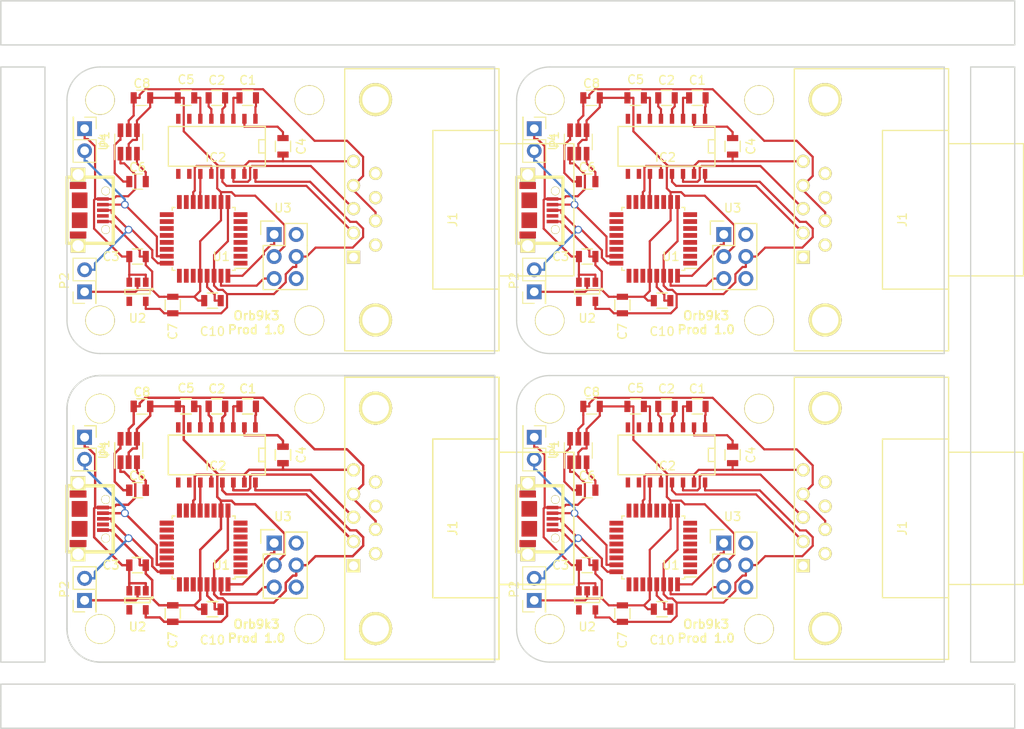
<source format=kicad_pcb>
(kicad_pcb (version 4) (host pcbnew 4.0.4-stable)
  (layers (0 F.Cu signal) (31 B.Cu signal) (34 B.Paste user) (35 F.Paste user) (36 B.SilkS user) (37 F.SilkS user) (38 B.Mask user) (39 F.Mask user) (44 Edge.Cuts user))
  (net 0 "")
  (net 1 GND)
  (net 2 "Net-(C1-Pad1)")
  (net 3 "Net-(C1-Pad2)")
  (net 4 "Net-(C2-Pad1)")
  (net 5 "Net-(C2-Pad2)")
  (net 6 VBUS)
  (net 7 "Net-(C4-Pad1)")
  (net 8 "Net-(C5-Pad2)")
  (net 9 +3V3)
  (net 10 "Net-(C10-Pad2)")
  (net 11 RX0)
  (net 12 TX0)
  (net 13 "Net-(J1-Pad1)")
  (net 14 "Net-(J1-Pad9)")
  (net 15 "Net-(J1-Pad8)")
  (net 16 "Net-(J1-Pad6)")
  (net 17 D-)
  (net 18 D+)
  (net 19 SWCLK)
  (net 20 SWDIO)
  (net 21 "Net-(U1-Pad3)")
  (net 22 "Net-(U1-Pad5)")
  (net 23 "Net-(U1-Pad6)")
  (net 24 "Net-(U1-Pad7)")
  (net 25 "Net-(U1-Pad8)")
  (net 26 "Net-(U1-Pad11)")
  (net 27 "Net-(U1-Pad12)")
  (net 28 "Net-(U1-Pad15)")
  (net 29 "Net-(U1-Pad16)")
  (net 30 "Net-(U1-Pad17)")
  (net 31 "Net-(U1-Pad18)")
  (net 32 "Net-(U1-Pad19)")
  (net 33 "Net-(U1-Pad20)")
  (net 34 "Net-(U1-Pad21)")
  (net 35 "Net-(U1-Pad22)")
  (net 36 "Net-(U1-Pad25)")
  (net 37 "Net-(U1-Pad27)")
  (net 38 "Net-(J2-Pad4)")
  (net 39 "Net-(U1-Pad1)")
  (net 40 "Net-(U1-Pad2)")
  (net 41 "Net-(U3-Pad2)")
  (net 42 "Net-(U3-Pad6)")
  (net 43 "Net-(U1-Pad4)")
  (net 44 "Net-(U1-Pad26)")
  (net 45 "Net-(IC2-Pad14)")
  (net 46 "Net-(IC2-Pad13)")
  (net 47 "Net-(IC2-Pad10)")
  (net 48 "Net-(IC2-Pad9)")
  (net 49 "Net-(IC2-Pad8)")
  (net 50 "Net-(IC2-Pad7)")
  (net 51 "Net-(C6-Pad1)")
  (net 52 "Net-(C6-Pad2)")
  (net 53 +10V)
  (module Connect:DB9MC (layer F.Cu) (at 131.106 56.769 270)
    (fp_text reference J1 (at 1.27 -10.16 270) (layer F.SilkS))
    (fp_text value DB9-PowerDTRRTS)
    (pad "" thru_hole circle (at 12.827 -1.27 270) (size 3.81 3.81) (drill 3.048) (layers *.Cu *.Mask F.SilkS))
    (pad "" thru_hole circle (at -12.573 -1.27 270) (size 3.81 3.81) (drill 3.048) (layers *.Cu *.Mask F.SilkS))
    (pad 1 thru_hole rect (at 5.588 1.27 270) (size 1.524 1.524) (drill 1.016) (layers *.Cu *.Mask F.SilkS) (net 13 "Net-(J1-Pad1)"))
    (pad 2 thru_hole circle (at 2.794 1.27 270) (size 1.524 1.524) (drill 1.016) (layers *.Cu *.Mask F.SilkS) (net 46 "Net-(IC2-Pad13)"))
    (pad 3 thru_hole circle (at 0 1.27 270) (size 1.524 1.524) (drill 1.016) (layers *.Cu *.Mask F.SilkS) (net 45 "Net-(IC2-Pad14)"))
    (pad 4 thru_hole circle (at -2.667 1.27 270) (size 1.524 1.524) (drill 1.016) (layers *.Cu *.Mask F.SilkS) (net 53 +10V))
    (pad 5 thru_hole circle (at -5.461 1.27 270) (size 1.524 1.524) (drill 1.016) (layers *.Cu *.Mask F.SilkS) (net 1 GND))
    (pad 9 thru_hole circle (at -4.064 -1.27 270) (size 1.524 1.524) (drill 1.016) (layers *.Cu *.Mask F.SilkS) (net 14 "Net-(J1-Pad9)"))
    (pad 8 thru_hole circle (at -1.27 -1.27 270) (size 1.524 1.524) (drill 1.016) (layers *.Cu *.Mask F.SilkS) (net 15 "Net-(J1-Pad8)"))
    (pad 7 thru_hole circle (at 1.397 -1.27 270) (size 1.524 1.524) (drill 1.016) (layers *.Cu *.Mask F.SilkS) (net 53 +10V))
    (pad 6 thru_hole circle (at 4.191 -1.27 270) (size 1.524 1.524) (drill 1.016) (layers *.Cu *.Mask F.SilkS) (net 16 "Net-(J1-Pad6)"))
  )
  (module thing_custom:molex_microusb (layer F.Cu) (at 45 92.51)
    (fp_text reference J2 hide)
    (fp_text value WM17143CT-ND hide)
    (pad "" smd rect (at 1.46 1.15) (size 1.8 1.8) (layers F.Cu F.Paste F.Mask))
    (pad "" smd rect (at 1.46 -1.15) (size 1.8 1.8) (layers F.Cu F.Paste F.Mask))
    (pad "" thru_hole rect (at 1.28 -4.09) (size 1.7 1.6) (drill 1.3) (layers *.Cu *.Mask F.SilkS))
    (pad "" thru_hole rect (at 1.28 4.09) (size 1.7 1.6) (drill 1.3) (layers *.Cu *.Mask F.SilkS))
    (pad 1 smd rect (at 4.135 -1.3) (size 1.35 0.4) (layers F.Cu F.Paste F.Mask) (net 6 VBUS))
    (pad 2 smd rect (at 4.135 -0.65) (size 1.35 0.4) (layers F.Cu F.Paste F.Mask) (net 17 D-))
    (pad 3 smd rect (at 4.135 0) (size 1.35 0.4) (layers F.Cu F.Paste F.Mask) (net 18 D+))
    (pad 4 smd rect (at 4.135 0.65) (size 1.35 0.4) (layers F.Cu F.Paste F.Mask) (net 38 "Net-(J2-Pad4)"))
    (pad 5 smd rect (at 4.135 1.3) (size 1.35 0.4) (layers F.Cu F.Paste F.Mask) (net 1 GND))
    (pad "" thru_hole circle (at 4.46 -2.225) (size 1 1) (drill 0.85) (layers *.Cu *.Mask F.SilkS) (clearance 0.1))
    (pad "" thru_hole circle (at 4.46 2.225) (size 1 1) (drill 0.85) (layers *.Cu *.Mask F.SilkS) (clearance 0.1))
    (pad "" smd rect (at 1.28 -2.85) (size 1.9 0.8) (layers F.Cu F.Paste F.Mask))
    (pad "" smd rect (at 1.28 2.85) (size 1.9 0.8) (layers F.Cu F.Paste F.Mask))
  )
  (module thing_custom:M3Hole (layer F.Cu) (at 72.94 105.21)
    (fp_text reference H4 hide)
    (fp_text value VAL** hide)
    (pad 1 thru_hole circle (at 0 0) (size 3.4 3.4) (drill 3.2) (layers *.Cu *.Mask F.SilkS))
  )
  (module thing_custom:M3Hole (layer F.Cu) (at 48.81 105.21)
    (fp_text reference H2 hide)
    (fp_text value VAL** hide)
    (pad 1 thru_hole circle (at 0 0) (size 3.4 3.4) (drill 3.2) (layers *.Cu *.Mask F.SilkS))
  )
  (module thing_custom:M3Hole (layer F.Cu) (at 72.94 79.81)
    (fp_text reference H3 hide)
    (fp_text value VAL** hide)
    (pad 1 thru_hole circle (at 0 0) (size 3.4 3.4) (drill 3.2) (layers *.Cu *.Mask F.SilkS))
  )
  (module thing_custom:M3Hole (layer F.Cu) (at 48.81 79.81)
    (fp_text reference H1 hide)
    (fp_text value VAL** hide)
    (pad 1 thru_hole circle (at 0 0) (size 3.4 3.4) (drill 3.2) (layers *.Cu *.Mask F.SilkS))
  )
  (module Connect:DB9MC (layer F.Cu) (at 79.29 92.329 270)
    (fp_text reference J1 (at 1.27 -10.16 270) (layer F.SilkS))
    (fp_text value DB9-PowerDTRRTS)
    (pad "" thru_hole circle (at 12.827 -1.27 270) (size 3.81 3.81) (drill 3.048) (layers *.Cu *.Mask F.SilkS))
    (pad "" thru_hole circle (at -12.573 -1.27 270) (size 3.81 3.81) (drill 3.048) (layers *.Cu *.Mask F.SilkS))
    (pad 1 thru_hole rect (at 5.588 1.27 270) (size 1.524 1.524) (drill 1.016) (layers *.Cu *.Mask F.SilkS) (net 13 "Net-(J1-Pad1)"))
    (pad 2 thru_hole circle (at 2.794 1.27 270) (size 1.524 1.524) (drill 1.016) (layers *.Cu *.Mask F.SilkS) (net 46 "Net-(IC2-Pad13)"))
    (pad 3 thru_hole circle (at 0 1.27 270) (size 1.524 1.524) (drill 1.016) (layers *.Cu *.Mask F.SilkS) (net 45 "Net-(IC2-Pad14)"))
    (pad 4 thru_hole circle (at -2.667 1.27 270) (size 1.524 1.524) (drill 1.016) (layers *.Cu *.Mask F.SilkS) (net 53 +10V))
    (pad 5 thru_hole circle (at -5.461 1.27 270) (size 1.524 1.524) (drill 1.016) (layers *.Cu *.Mask F.SilkS) (net 1 GND))
    (pad 9 thru_hole circle (at -4.064 -1.27 270) (size 1.524 1.524) (drill 1.016) (layers *.Cu *.Mask F.SilkS) (net 14 "Net-(J1-Pad9)"))
    (pad 8 thru_hole circle (at -1.27 -1.27 270) (size 1.524 1.524) (drill 1.016) (layers *.Cu *.Mask F.SilkS) (net 15 "Net-(J1-Pad8)"))
    (pad 7 thru_hole circle (at 1.397 -1.27 270) (size 1.524 1.524) (drill 1.016) (layers *.Cu *.Mask F.SilkS) (net 53 +10V))
    (pad 6 thru_hole circle (at 4.191 -1.27 270) (size 1.524 1.524) (drill 1.016) (layers *.Cu *.Mask F.SilkS) (net 16 "Net-(J1-Pad6)"))
  )
  (module Resistors_SMD:R_0805 (layer F.Cu) (at 65.828 79.556 180)
    (fp_text reference C1 (at 0 2.032 180) (layer F.SilkS))
    (fp_text value 0.1uf)
    (pad 1 smd rect (at -0.95 0 180) (size 0.7 1.3) (layers F.Cu F.Paste F.Mask) (net 2 "Net-(C1-Pad1)"))
    (pad 2 smd rect (at 0.95 0 180) (size 0.7 1.3) (layers F.Cu F.Paste F.Mask) (net 3 "Net-(C1-Pad2)"))
  )
  (module Resistors_SMD:R_0805 (layer F.Cu) (at 62.272 79.556 180)
    (fp_text reference C2 (at 0 2.032 180) (layer F.SilkS))
    (fp_text value 0.1uf)
    (pad 1 smd rect (at -0.95 0 180) (size 0.7 1.3) (layers F.Cu F.Paste F.Mask) (net 4 "Net-(C2-Pad1)"))
    (pad 2 smd rect (at 0.95 0 180) (size 0.7 1.3) (layers F.Cu F.Paste F.Mask) (net 5 "Net-(C2-Pad2)"))
  )
  (module Resistors_SMD:R_0805 (layer F.Cu) (at 53.128 97.844)
    (fp_text reference C3 (at -3.048 0) (layer F.SilkS))
    (fp_text value 10uf)
    (pad 1 smd rect (at -0.95 0) (size 0.7 1.3) (layers F.Cu F.Paste F.Mask) (net 6 VBUS))
    (pad 2 smd rect (at 0.95 0) (size 0.7 1.3) (layers F.Cu F.Paste F.Mask) (net 1 GND))
  )
  (module Resistors_SMD:R_0805 (layer F.Cu) (at 69.892 85.144 270)
    (fp_text reference C4 (at 0 -2.1 270) (layer F.SilkS))
    (fp_text value 0.1uf)
    (pad 1 smd rect (at -0.95 0 270) (size 0.7 1.3) (layers F.Cu F.Paste F.Mask) (net 7 "Net-(C4-Pad1)"))
    (pad 2 smd rect (at 0.95 0 270) (size 0.7 1.3) (layers F.Cu F.Paste F.Mask) (net 1 GND))
  )
  (module Resistors_SMD:R_0805 (layer F.Cu) (at 58.716 79.556)
    (fp_text reference C5 (at 0 -2.1) (layer F.SilkS))
    (fp_text value 0.1uf)
    (pad 1 smd rect (at -0.95 0) (size 0.7 1.3) (layers F.Cu F.Paste F.Mask) (net 1 GND))
    (pad 2 smd rect (at 0.95 0) (size 0.7 1.3) (layers F.Cu F.Paste F.Mask) (net 8 "Net-(C5-Pad2)"))
  )
  (module Resistors_SMD:R_0805 (layer F.Cu) (at 57.192 103.432 90)
    (fp_text reference C7 (at -3.048 0 90) (layer F.SilkS))
    (fp_text value 0.1uf)
    (pad 1 smd rect (at -0.95 0 90) (size 0.7 1.3) (layers F.Cu F.Paste F.Mask) (net 9 +3V3))
    (pad 2 smd rect (at 0.95 0 90) (size 0.7 1.3) (layers F.Cu F.Paste F.Mask) (net 1 GND))
  )
  (module Resistors_SMD:R_0805 (layer F.Cu) (at 61.764 102.924)
    (fp_text reference C10 (at 0 3.556) (layer F.SilkS))
    (fp_text value 1uf)
    (pad 1 smd rect (at -0.95 0) (size 0.7 1.3) (layers F.Cu F.Paste F.Mask) (net 1 GND))
    (pad 2 smd rect (at 0.95 0) (size 0.7 1.3) (layers F.Cu F.Paste F.Mask) (net 10 "Net-(C10-Pad2)"))
  )
  (module Housings_QFP:TQFP-32_7x7mm_Pitch0.8mm (layer F.Cu) (at 60.748 95.812 180)
    (fp_text reference U1 (at -2.032 -2.032 180) (layer F.SilkS))
    (fp_text value ATSAMD21E18A_AU)
    (pad 1 smd rect (at -4.25 -2.8 180) (size 1.6 0.55) (layers F.Cu F.Paste F.Mask) (net 39 "Net-(U1-Pad1)"))
    (pad 2 smd rect (at -4.25 -2 180) (size 1.6 0.55) (layers F.Cu F.Paste F.Mask) (net 40 "Net-(U1-Pad2)"))
    (pad 3 smd rect (at -4.25 -1.2 180) (size 1.6 0.55) (layers F.Cu F.Paste F.Mask) (net 21 "Net-(U1-Pad3)"))
    (pad 4 smd rect (at -4.25 -0.4 180) (size 1.6 0.55) (layers F.Cu F.Paste F.Mask) (net 43 "Net-(U1-Pad4)"))
    (pad 5 smd rect (at -4.25 0.4 180) (size 1.6 0.55) (layers F.Cu F.Paste F.Mask) (net 22 "Net-(U1-Pad5)"))
    (pad 6 smd rect (at -4.25 1.2 180) (size 1.6 0.55) (layers F.Cu F.Paste F.Mask) (net 23 "Net-(U1-Pad6)"))
    (pad 7 smd rect (at -4.25 2 180) (size 1.6 0.55) (layers F.Cu F.Paste F.Mask) (net 24 "Net-(U1-Pad7)"))
    (pad 8 smd rect (at -4.25 2.8 180) (size 1.6 0.55) (layers F.Cu F.Paste F.Mask) (net 25 "Net-(U1-Pad8)"))
    (pad 9 smd rect (at -2.8 4.25 270) (size 1.6 0.55) (layers F.Cu F.Paste F.Mask) (net 9 +3V3))
    (pad 10 smd rect (at -2 4.25 270) (size 1.6 0.55) (layers F.Cu F.Paste F.Mask) (net 1 GND))
    (pad 11 smd rect (at -1.2 4.25 270) (size 1.6 0.55) (layers F.Cu F.Paste F.Mask) (net 26 "Net-(U1-Pad11)"))
    (pad 12 smd rect (at -0.4 4.25 270) (size 1.6 0.55) (layers F.Cu F.Paste F.Mask) (net 27 "Net-(U1-Pad12)"))
    (pad 13 smd rect (at 0.4 4.25 270) (size 1.6 0.55) (layers F.Cu F.Paste F.Mask) (net 12 TX0))
    (pad 14 smd rect (at 1.2 4.25 270) (size 1.6 0.55) (layers F.Cu F.Paste F.Mask) (net 11 RX0))
    (pad 15 smd rect (at 2 4.25 270) (size 1.6 0.55) (layers F.Cu F.Paste F.Mask) (net 28 "Net-(U1-Pad15)"))
    (pad 16 smd rect (at 2.8 4.25 270) (size 1.6 0.55) (layers F.Cu F.Paste F.Mask) (net 29 "Net-(U1-Pad16)"))
    (pad 17 smd rect (at 4.25 2.8 180) (size 1.6 0.55) (layers F.Cu F.Paste F.Mask) (net 30 "Net-(U1-Pad17)"))
    (pad 18 smd rect (at 4.25 2 180) (size 1.6 0.55) (layers F.Cu F.Paste F.Mask) (net 31 "Net-(U1-Pad18)"))
    (pad 19 smd rect (at 4.25 1.2 180) (size 1.6 0.55) (layers F.Cu F.Paste F.Mask) (net 32 "Net-(U1-Pad19)"))
    (pad 20 smd rect (at 4.25 0.4 180) (size 1.6 0.55) (layers F.Cu F.Paste F.Mask) (net 33 "Net-(U1-Pad20)"))
    (pad 21 smd rect (at 4.25 -0.4 180) (size 1.6 0.55) (layers F.Cu F.Paste F.Mask) (net 34 "Net-(U1-Pad21)"))
    (pad 22 smd rect (at 4.25 -1.2 180) (size 1.6 0.55) (layers F.Cu F.Paste F.Mask) (net 35 "Net-(U1-Pad22)"))
    (pad 23 smd rect (at 4.25 -2 180) (size 1.6 0.55) (layers F.Cu F.Paste F.Mask) (net 17 D-))
    (pad 24 smd rect (at 4.25 -2.8 180) (size 1.6 0.55) (layers F.Cu F.Paste F.Mask) (net 18 D+))
    (pad 25 smd rect (at 2.8 -4.25 270) (size 1.6 0.55) (layers F.Cu F.Paste F.Mask) (net 36 "Net-(U1-Pad25)"))
    (pad 26 smd rect (at 2 -4.25 270) (size 1.6 0.55) (layers F.Cu F.Paste F.Mask) (net 44 "Net-(U1-Pad26)"))
    (pad 27 smd rect (at 1.2 -4.25 270) (size 1.6 0.55) (layers F.Cu F.Paste F.Mask) (net 37 "Net-(U1-Pad27)"))
    (pad 28 smd rect (at 0.4 -4.25 270) (size 1.6 0.55) (layers F.Cu F.Paste F.Mask) (net 1 GND))
    (pad 29 smd rect (at -0.4 -4.25 270) (size 1.6 0.55) (layers F.Cu F.Paste F.Mask) (net 10 "Net-(C10-Pad2)"))
    (pad 30 smd rect (at -1.2 -4.25 270) (size 1.6 0.55) (layers F.Cu F.Paste F.Mask) (net 9 +3V3))
    (pad 31 smd rect (at -2 -4.25 270) (size 1.6 0.55) (layers F.Cu F.Paste F.Mask) (net 19 SWCLK))
    (pad 32 smd rect (at -2.8 -4.25 270) (size 1.6 0.55) (layers F.Cu F.Paste F.Mask) (net 20 SWDIO))
  )
  (module TO_SOT_Packages_SMD:SOT-23-5 (layer F.Cu) (at 53.128 101.908 270)
    (fp_text reference U2 (at 3.048 0 360) (layer F.SilkS))
    (fp_text value SPX3819M5)
    (pad 1 smd rect (at -1.1 -0.95 270) (size 1.06 0.65) (layers F.Cu F.Paste F.Mask) (net 6 VBUS))
    (pad 2 smd rect (at -1.1 0 270) (size 1.06 0.65) (layers F.Cu F.Paste F.Mask) (net 1 GND))
    (pad 3 smd rect (at -1.1 0.95 270) (size 1.06 0.65) (layers F.Cu F.Paste F.Mask) (net 6 VBUS))
    (pad 4 smd rect (at 1.1 0.95 270) (size 1.06 0.65) (layers F.Cu F.Paste F.Mask))
    (pad 5 smd rect (at 1.1 -0.95 270) (size 1.06 0.65) (layers F.Cu F.Paste F.Mask) (net 9 +3V3))
  )
  (module Pin_Headers:Pin_Header_Straight_2x03 (layer F.Cu) (at 68.876 95.304)
    (fp_text reference U3 (at 1.016 -3.048) (layer F.SilkS))
    (fp_text value 6-pin-atmel-ice)
    (pad 1 thru_hole rect (at 0 0) (size 1.7272 1.7272) (drill 1.016) (layers *.Cu *.Mask) (net 20 SWDIO))
    (pad 2 thru_hole oval (at 2.54 0) (size 1.7272 1.7272) (drill 1.016) (layers *.Cu *.Mask) (net 41 "Net-(U3-Pad2)"))
    (pad 3 thru_hole oval (at 0 2.54) (size 1.7272 1.7272) (drill 1.016) (layers *.Cu *.Mask) (net 1 GND))
    (pad 4 thru_hole oval (at 2.54 2.54) (size 1.7272 1.7272) (drill 1.016) (layers *.Cu *.Mask) (net 9 +3V3))
    (pad 5 thru_hole oval (at 0 5.08) (size 1.7272 1.7272) (drill 1.016) (layers *.Cu *.Mask) (net 19 SWCLK))
    (pad 6 thru_hole oval (at 2.54 5.08) (size 1.7272 1.7272) (drill 1.016) (layers *.Cu *.Mask) (net 42 "Net-(U3-Pad6)"))
  )
  (module SMD_Packages:SO-16-N (layer F.Cu) (at 62.272 85.144 180)
    (fp_text reference IC2 (at 0.127 -1.27 180) (layer F.SilkS))
    (fp_text value MAX3232)
    (pad 16 smd rect (at -4.445 -3.175 180) (size 0.508 1.143) (layers F.Cu F.Paste F.Mask) (net 9 +3V3))
    (pad 14 smd rect (at -1.905 -3.175 180) (size 0.508 1.143) (layers F.Cu F.Paste F.Mask) (net 45 "Net-(IC2-Pad14)"))
    (pad 13 smd rect (at -0.635 -3.175 180) (size 0.508 1.143) (layers F.Cu F.Paste F.Mask) (net 46 "Net-(IC2-Pad13)"))
    (pad 12 smd rect (at 0.635 -3.175 180) (size 0.508 1.143) (layers F.Cu F.Paste F.Mask) (net 11 RX0))
    (pad 11 smd rect (at 1.905 -3.175 180) (size 0.508 1.143) (layers F.Cu F.Paste F.Mask) (net 12 TX0))
    (pad 10 smd rect (at 3.175 -3.175 180) (size 0.508 1.143) (layers F.Cu F.Paste F.Mask) (net 47 "Net-(IC2-Pad10)"))
    (pad 9 smd rect (at 4.445 -3.175 180) (size 0.508 1.143) (layers F.Cu F.Paste F.Mask) (net 48 "Net-(IC2-Pad9)"))
    (pad 8 smd rect (at 4.445 3.175 180) (size 0.508 1.143) (layers F.Cu F.Paste F.Mask) (net 49 "Net-(IC2-Pad8)"))
    (pad 7 smd rect (at 3.175 3.175 180) (size 0.508 1.143) (layers F.Cu F.Paste F.Mask) (net 50 "Net-(IC2-Pad7)"))
    (pad 6 smd rect (at 1.905 3.175 180) (size 0.508 1.143) (layers F.Cu F.Paste F.Mask) (net 8 "Net-(C5-Pad2)"))
    (pad 5 smd rect (at 0.635 3.175 180) (size 0.508 1.143) (layers F.Cu F.Paste F.Mask) (net 5 "Net-(C2-Pad2)"))
    (pad 4 smd rect (at -0.635 3.175 180) (size 0.508 1.143) (layers F.Cu F.Paste F.Mask) (net 4 "Net-(C2-Pad1)"))
    (pad 3 smd rect (at -1.905 3.175 180) (size 0.508 1.143) (layers F.Cu F.Paste F.Mask) (net 3 "Net-(C1-Pad2)"))
    (pad 2 smd rect (at -3.175 3.175 180) (size 0.508 1.143) (layers F.Cu F.Paste F.Mask) (net 7 "Net-(C4-Pad1)"))
    (pad 1 smd rect (at -4.445 3.175 180) (size 0.508 1.143) (layers F.Cu F.Paste F.Mask) (net 2 "Net-(C1-Pad1)"))
    (pad 15 smd rect (at -3.175 -3.175 180) (size 0.508 1.143) (layers F.Cu F.Paste F.Mask) (net 1 GND))
  )
  (module Resistors_SMD:R_0805 (layer F.Cu) (at 53.128 89.208)
    (fp_text reference C6 (at 0 -1.65) (layer F.SilkS))
    (fp_text value 10uf)
    (pad 1 smd rect (at -0.95 0) (size 0.7 1.3) (layers F.Cu F.Paste F.Mask) (net 51 "Net-(C6-Pad1)"))
    (pad 2 smd rect (at 0.95 0) (size 0.7 1.3) (layers F.Cu F.Paste F.Mask) (net 52 "Net-(C6-Pad2)"))
  )
  (module Resistors_SMD:R_0805 (layer F.Cu) (at 53.636 79.556)
    (fp_text reference C8 (at 0 -1.65) (layer F.SilkS))
    (fp_text value 10uf)
    (pad 1 smd rect (at -0.95 0) (size 0.7 1.3) (layers F.Cu F.Paste F.Mask) (net 53 +10V))
    (pad 2 smd rect (at 0.95 0) (size 0.7 1.3) (layers F.Cu F.Paste F.Mask) (net 1 GND))
  )
  (module TO_SOT_Packages_SMD:SOT-23-6_Handsoldering (layer F.Cu) (at 52.112 84.636 90)
    (fp_text reference U4 (at 0 -2.9 90) (layer F.SilkS))
    (fp_text value TC1240A)
    (pad 1 smd rect (at -1.35 -0.95 90) (size 1.56 0.65) (layers F.Cu F.Paste F.Mask) (net 6 VBUS))
    (pad 2 smd rect (at -1.35 0 90) (size 1.56 0.65) (layers F.Cu F.Paste F.Mask) (net 1 GND))
    (pad 3 smd rect (at -1.35 0.95 90) (size 1.56 0.65) (layers F.Cu F.Paste F.Mask) (net 52 "Net-(C6-Pad2)"))
    (pad 4 smd rect (at 1.35 0.95 90) (size 1.56 0.65) (layers F.Cu F.Paste F.Mask) (net 1 GND))
    (pad 6 smd rect (at 1.35 -0.95 90) (size 1.56 0.65) (layers F.Cu F.Paste F.Mask) (net 51 "Net-(C6-Pad1)"))
    (pad 5 smd rect (at 1.35 0 90) (size 1.56 0.65) (layers F.Cu F.Paste F.Mask) (net 53 +10V))
  )
  (module Pin_Headers:Pin_Header_Straight_2x01_Pitch2.54mm (layer F.Cu) (at 47.032 83.112 270)
    (fp_text reference P1 (at 1.27 -2.33 270) (layer F.SilkS))
    (fp_text value USBV+D-)
    (pad 1 thru_hole rect (at 0 0 270) (size 1.7 1.7) (drill 1) (layers *.Cu *.Mask) (net 6 VBUS))
    (pad 2 thru_hole oval (at 2.54 0 270) (size 1.7 1.7) (drill 1) (layers *.Cu *.Mask) (net 17 D-))
  )
  (module Pin_Headers:Pin_Header_Straight_2x01_Pitch2.54mm (layer F.Cu) (at 47.032 101.908 90)
    (fp_text reference P2 (at 1.27 -2.33 90) (layer F.SilkS))
    (fp_text value USBD+GND)
    (pad 1 thru_hole rect (at 0 0 90) (size 1.7 1.7) (drill 1) (layers *.Cu *.Mask) (net 1 GND))
    (pad 2 thru_hole oval (at 2.54 0 90) (size 1.7 1.7) (drill 1) (layers *.Cu *.Mask) (net 18 D+))
  )
  (module thing_custom:molex_microusb (layer F.Cu) (at 45 56.95)
    (fp_text reference J2 hide)
    (fp_text value WM17143CT-ND hide)
    (pad "" smd rect (at 1.46 1.15) (size 1.8 1.8) (layers F.Cu F.Paste F.Mask))
    (pad "" smd rect (at 1.46 -1.15) (size 1.8 1.8) (layers F.Cu F.Paste F.Mask))
    (pad "" thru_hole rect (at 1.28 -4.09) (size 1.7 1.6) (drill 1.3) (layers *.Cu *.Mask F.SilkS))
    (pad "" thru_hole rect (at 1.28 4.09) (size 1.7 1.6) (drill 1.3) (layers *.Cu *.Mask F.SilkS))
    (pad 1 smd rect (at 4.135 -1.3) (size 1.35 0.4) (layers F.Cu F.Paste F.Mask) (net 6 VBUS))
    (pad 2 smd rect (at 4.135 -0.65) (size 1.35 0.4) (layers F.Cu F.Paste F.Mask) (net 17 D-))
    (pad 3 smd rect (at 4.135 0) (size 1.35 0.4) (layers F.Cu F.Paste F.Mask) (net 18 D+))
    (pad 4 smd rect (at 4.135 0.65) (size 1.35 0.4) (layers F.Cu F.Paste F.Mask) (net 38 "Net-(J2-Pad4)"))
    (pad 5 smd rect (at 4.135 1.3) (size 1.35 0.4) (layers F.Cu F.Paste F.Mask) (net 1 GND))
    (pad "" thru_hole circle (at 4.46 -2.225) (size 1 1) (drill 0.85) (layers *.Cu *.Mask F.SilkS) (clearance 0.1))
    (pad "" thru_hole circle (at 4.46 2.225) (size 1 1) (drill 0.85) (layers *.Cu *.Mask F.SilkS) (clearance 0.1))
    (pad "" smd rect (at 1.28 -2.85) (size 1.9 0.8) (layers F.Cu F.Paste F.Mask))
    (pad "" smd rect (at 1.28 2.85) (size 1.9 0.8) (layers F.Cu F.Paste F.Mask))
  )
  (module thing_custom:M3Hole (layer F.Cu) (at 72.94 69.65)
    (fp_text reference H4 hide)
    (fp_text value VAL** hide)
    (pad 1 thru_hole circle (at 0 0) (size 3.4 3.4) (drill 3.2) (layers *.Cu *.Mask F.SilkS))
  )
  (module thing_custom:M3Hole (layer F.Cu) (at 48.81 69.65)
    (fp_text reference H2 hide)
    (fp_text value VAL** hide)
    (pad 1 thru_hole circle (at 0 0) (size 3.4 3.4) (drill 3.2) (layers *.Cu *.Mask F.SilkS))
  )
  (module thing_custom:M3Hole (layer F.Cu) (at 72.94 44.25)
    (fp_text reference H3 hide)
    (fp_text value VAL** hide)
    (pad 1 thru_hole circle (at 0 0) (size 3.4 3.4) (drill 3.2) (layers *.Cu *.Mask F.SilkS))
  )
  (module thing_custom:M3Hole (layer F.Cu) (at 48.81 44.25)
    (fp_text reference H1 hide)
    (fp_text value VAL** hide)
    (pad 1 thru_hole circle (at 0 0) (size 3.4 3.4) (drill 3.2) (layers *.Cu *.Mask F.SilkS))
  )
  (module Connect:DB9MC (layer F.Cu) (at 79.29 56.769 270)
    (fp_text reference J1 (at 1.27 -10.16 270) (layer F.SilkS))
    (fp_text value DB9-PowerDTRRTS)
    (pad "" thru_hole circle (at 12.827 -1.27 270) (size 3.81 3.81) (drill 3.048) (layers *.Cu *.Mask F.SilkS))
    (pad "" thru_hole circle (at -12.573 -1.27 270) (size 3.81 3.81) (drill 3.048) (layers *.Cu *.Mask F.SilkS))
    (pad 1 thru_hole rect (at 5.588 1.27 270) (size 1.524 1.524) (drill 1.016) (layers *.Cu *.Mask F.SilkS) (net 13 "Net-(J1-Pad1)"))
    (pad 2 thru_hole circle (at 2.794 1.27 270) (size 1.524 1.524) (drill 1.016) (layers *.Cu *.Mask F.SilkS) (net 46 "Net-(IC2-Pad13)"))
    (pad 3 thru_hole circle (at 0 1.27 270) (size 1.524 1.524) (drill 1.016) (layers *.Cu *.Mask F.SilkS) (net 45 "Net-(IC2-Pad14)"))
    (pad 4 thru_hole circle (at -2.667 1.27 270) (size 1.524 1.524) (drill 1.016) (layers *.Cu *.Mask F.SilkS) (net 53 +10V))
    (pad 5 thru_hole circle (at -5.461 1.27 270) (size 1.524 1.524) (drill 1.016) (layers *.Cu *.Mask F.SilkS) (net 1 GND))
    (pad 9 thru_hole circle (at -4.064 -1.27 270) (size 1.524 1.524) (drill 1.016) (layers *.Cu *.Mask F.SilkS) (net 14 "Net-(J1-Pad9)"))
    (pad 8 thru_hole circle (at -1.27 -1.27 270) (size 1.524 1.524) (drill 1.016) (layers *.Cu *.Mask F.SilkS) (net 15 "Net-(J1-Pad8)"))
    (pad 7 thru_hole circle (at 1.397 -1.27 270) (size 1.524 1.524) (drill 1.016) (layers *.Cu *.Mask F.SilkS) (net 53 +10V))
    (pad 6 thru_hole circle (at 4.191 -1.27 270) (size 1.524 1.524) (drill 1.016) (layers *.Cu *.Mask F.SilkS) (net 16 "Net-(J1-Pad6)"))
  )
  (module Resistors_SMD:R_0805 (layer F.Cu) (at 65.828 43.996 180)
    (fp_text reference C1 (at 0 2.032 180) (layer F.SilkS))
    (fp_text value 0.1uf)
    (pad 1 smd rect (at -0.95 0 180) (size 0.7 1.3) (layers F.Cu F.Paste F.Mask) (net 2 "Net-(C1-Pad1)"))
    (pad 2 smd rect (at 0.95 0 180) (size 0.7 1.3) (layers F.Cu F.Paste F.Mask) (net 3 "Net-(C1-Pad2)"))
  )
  (module Resistors_SMD:R_0805 (layer F.Cu) (at 62.272 43.996 180)
    (fp_text reference C2 (at 0 2.032 180) (layer F.SilkS))
    (fp_text value 0.1uf)
    (pad 1 smd rect (at -0.95 0 180) (size 0.7 1.3) (layers F.Cu F.Paste F.Mask) (net 4 "Net-(C2-Pad1)"))
    (pad 2 smd rect (at 0.95 0 180) (size 0.7 1.3) (layers F.Cu F.Paste F.Mask) (net 5 "Net-(C2-Pad2)"))
  )
  (module Resistors_SMD:R_0805 (layer F.Cu) (at 53.128 62.284)
    (fp_text reference C3 (at -3.048 0) (layer F.SilkS))
    (fp_text value 10uf)
    (pad 1 smd rect (at -0.95 0) (size 0.7 1.3) (layers F.Cu F.Paste F.Mask) (net 6 VBUS))
    (pad 2 smd rect (at 0.95 0) (size 0.7 1.3) (layers F.Cu F.Paste F.Mask) (net 1 GND))
  )
  (module Resistors_SMD:R_0805 (layer F.Cu) (at 69.892 49.584 270)
    (fp_text reference C4 (at 0 -2.1 270) (layer F.SilkS))
    (fp_text value 0.1uf)
    (pad 1 smd rect (at -0.95 0 270) (size 0.7 1.3) (layers F.Cu F.Paste F.Mask) (net 7 "Net-(C4-Pad1)"))
    (pad 2 smd rect (at 0.95 0 270) (size 0.7 1.3) (layers F.Cu F.Paste F.Mask) (net 1 GND))
  )
  (module Resistors_SMD:R_0805 (layer F.Cu) (at 58.716 43.996)
    (fp_text reference C5 (at 0 -2.1) (layer F.SilkS))
    (fp_text value 0.1uf)
    (pad 1 smd rect (at -0.95 0) (size 0.7 1.3) (layers F.Cu F.Paste F.Mask) (net 1 GND))
    (pad 2 smd rect (at 0.95 0) (size 0.7 1.3) (layers F.Cu F.Paste F.Mask) (net 8 "Net-(C5-Pad2)"))
  )
  (module Resistors_SMD:R_0805 (layer F.Cu) (at 57.192 67.872 90)
    (fp_text reference C7 (at -3.048 0 90) (layer F.SilkS))
    (fp_text value 0.1uf)
    (pad 1 smd rect (at -0.95 0 90) (size 0.7 1.3) (layers F.Cu F.Paste F.Mask) (net 9 +3V3))
    (pad 2 smd rect (at 0.95 0 90) (size 0.7 1.3) (layers F.Cu F.Paste F.Mask) (net 1 GND))
  )
  (module Resistors_SMD:R_0805 (layer F.Cu) (at 61.764 67.364)
    (fp_text reference C10 (at 0 3.556) (layer F.SilkS))
    (fp_text value 1uf)
    (pad 1 smd rect (at -0.95 0) (size 0.7 1.3) (layers F.Cu F.Paste F.Mask) (net 1 GND))
    (pad 2 smd rect (at 0.95 0) (size 0.7 1.3) (layers F.Cu F.Paste F.Mask) (net 10 "Net-(C10-Pad2)"))
  )
  (module Housings_QFP:TQFP-32_7x7mm_Pitch0.8mm (layer F.Cu) (at 60.748 60.252 180)
    (fp_text reference U1 (at -2.032 -2.032 180) (layer F.SilkS))
    (fp_text value ATSAMD21E18A_AU)
    (pad 1 smd rect (at -4.25 -2.8 180) (size 1.6 0.55) (layers F.Cu F.Paste F.Mask) (net 39 "Net-(U1-Pad1)"))
    (pad 2 smd rect (at -4.25 -2 180) (size 1.6 0.55) (layers F.Cu F.Paste F.Mask) (net 40 "Net-(U1-Pad2)"))
    (pad 3 smd rect (at -4.25 -1.2 180) (size 1.6 0.55) (layers F.Cu F.Paste F.Mask) (net 21 "Net-(U1-Pad3)"))
    (pad 4 smd rect (at -4.25 -0.4 180) (size 1.6 0.55) (layers F.Cu F.Paste F.Mask) (net 43 "Net-(U1-Pad4)"))
    (pad 5 smd rect (at -4.25 0.4 180) (size 1.6 0.55) (layers F.Cu F.Paste F.Mask) (net 22 "Net-(U1-Pad5)"))
    (pad 6 smd rect (at -4.25 1.2 180) (size 1.6 0.55) (layers F.Cu F.Paste F.Mask) (net 23 "Net-(U1-Pad6)"))
    (pad 7 smd rect (at -4.25 2 180) (size 1.6 0.55) (layers F.Cu F.Paste F.Mask) (net 24 "Net-(U1-Pad7)"))
    (pad 8 smd rect (at -4.25 2.8 180) (size 1.6 0.55) (layers F.Cu F.Paste F.Mask) (net 25 "Net-(U1-Pad8)"))
    (pad 9 smd rect (at -2.8 4.25 270) (size 1.6 0.55) (layers F.Cu F.Paste F.Mask) (net 9 +3V3))
    (pad 10 smd rect (at -2 4.25 270) (size 1.6 0.55) (layers F.Cu F.Paste F.Mask) (net 1 GND))
    (pad 11 smd rect (at -1.2 4.25 270) (size 1.6 0.55) (layers F.Cu F.Paste F.Mask) (net 26 "Net-(U1-Pad11)"))
    (pad 12 smd rect (at -0.4 4.25 270) (size 1.6 0.55) (layers F.Cu F.Paste F.Mask) (net 27 "Net-(U1-Pad12)"))
    (pad 13 smd rect (at 0.4 4.25 270) (size 1.6 0.55) (layers F.Cu F.Paste F.Mask) (net 12 TX0))
    (pad 14 smd rect (at 1.2 4.25 270) (size 1.6 0.55) (layers F.Cu F.Paste F.Mask) (net 11 RX0))
    (pad 15 smd rect (at 2 4.25 270) (size 1.6 0.55) (layers F.Cu F.Paste F.Mask) (net 28 "Net-(U1-Pad15)"))
    (pad 16 smd rect (at 2.8 4.25 270) (size 1.6 0.55) (layers F.Cu F.Paste F.Mask) (net 29 "Net-(U1-Pad16)"))
    (pad 17 smd rect (at 4.25 2.8 180) (size 1.6 0.55) (layers F.Cu F.Paste F.Mask) (net 30 "Net-(U1-Pad17)"))
    (pad 18 smd rect (at 4.25 2 180) (size 1.6 0.55) (layers F.Cu F.Paste F.Mask) (net 31 "Net-(U1-Pad18)"))
    (pad 19 smd rect (at 4.25 1.2 180) (size 1.6 0.55) (layers F.Cu F.Paste F.Mask) (net 32 "Net-(U1-Pad19)"))
    (pad 20 smd rect (at 4.25 0.4 180) (size 1.6 0.55) (layers F.Cu F.Paste F.Mask) (net 33 "Net-(U1-Pad20)"))
    (pad 21 smd rect (at 4.25 -0.4 180) (size 1.6 0.55) (layers F.Cu F.Paste F.Mask) (net 34 "Net-(U1-Pad21)"))
    (pad 22 smd rect (at 4.25 -1.2 180) (size 1.6 0.55) (layers F.Cu F.Paste F.Mask) (net 35 "Net-(U1-Pad22)"))
    (pad 23 smd rect (at 4.25 -2 180) (size 1.6 0.55) (layers F.Cu F.Paste F.Mask) (net 17 D-))
    (pad 24 smd rect (at 4.25 -2.8 180) (size 1.6 0.55) (layers F.Cu F.Paste F.Mask) (net 18 D+))
    (pad 25 smd rect (at 2.8 -4.25 270) (size 1.6 0.55) (layers F.Cu F.Paste F.Mask) (net 36 "Net-(U1-Pad25)"))
    (pad 26 smd rect (at 2 -4.25 270) (size 1.6 0.55) (layers F.Cu F.Paste F.Mask) (net 44 "Net-(U1-Pad26)"))
    (pad 27 smd rect (at 1.2 -4.25 270) (size 1.6 0.55) (layers F.Cu F.Paste F.Mask) (net 37 "Net-(U1-Pad27)"))
    (pad 28 smd rect (at 0.4 -4.25 270) (size 1.6 0.55) (layers F.Cu F.Paste F.Mask) (net 1 GND))
    (pad 29 smd rect (at -0.4 -4.25 270) (size 1.6 0.55) (layers F.Cu F.Paste F.Mask) (net 10 "Net-(C10-Pad2)"))
    (pad 30 smd rect (at -1.2 -4.25 270) (size 1.6 0.55) (layers F.Cu F.Paste F.Mask) (net 9 +3V3))
    (pad 31 smd rect (at -2 -4.25 270) (size 1.6 0.55) (layers F.Cu F.Paste F.Mask) (net 19 SWCLK))
    (pad 32 smd rect (at -2.8 -4.25 270) (size 1.6 0.55) (layers F.Cu F.Paste F.Mask) (net 20 SWDIO))
  )
  (module TO_SOT_Packages_SMD:SOT-23-5 (layer F.Cu) (at 53.128 66.348 270)
    (fp_text reference U2 (at 3.048 0 360) (layer F.SilkS))
    (fp_text value SPX3819M5)
    (pad 1 smd rect (at -1.1 -0.95 270) (size 1.06 0.65) (layers F.Cu F.Paste F.Mask) (net 6 VBUS))
    (pad 2 smd rect (at -1.1 0 270) (size 1.06 0.65) (layers F.Cu F.Paste F.Mask) (net 1 GND))
    (pad 3 smd rect (at -1.1 0.95 270) (size 1.06 0.65) (layers F.Cu F.Paste F.Mask) (net 6 VBUS))
    (pad 4 smd rect (at 1.1 0.95 270) (size 1.06 0.65) (layers F.Cu F.Paste F.Mask))
    (pad 5 smd rect (at 1.1 -0.95 270) (size 1.06 0.65) (layers F.Cu F.Paste F.Mask) (net 9 +3V3))
  )
  (module Pin_Headers:Pin_Header_Straight_2x03 (layer F.Cu) (at 68.876 59.744)
    (fp_text reference U3 (at 1.016 -3.048) (layer F.SilkS))
    (fp_text value 6-pin-atmel-ice)
    (pad 1 thru_hole rect (at 0 0) (size 1.7272 1.7272) (drill 1.016) (layers *.Cu *.Mask) (net 20 SWDIO))
    (pad 2 thru_hole oval (at 2.54 0) (size 1.7272 1.7272) (drill 1.016) (layers *.Cu *.Mask) (net 41 "Net-(U3-Pad2)"))
    (pad 3 thru_hole oval (at 0 2.54) (size 1.7272 1.7272) (drill 1.016) (layers *.Cu *.Mask) (net 1 GND))
    (pad 4 thru_hole oval (at 2.54 2.54) (size 1.7272 1.7272) (drill 1.016) (layers *.Cu *.Mask) (net 9 +3V3))
    (pad 5 thru_hole oval (at 0 5.08) (size 1.7272 1.7272) (drill 1.016) (layers *.Cu *.Mask) (net 19 SWCLK))
    (pad 6 thru_hole oval (at 2.54 5.08) (size 1.7272 1.7272) (drill 1.016) (layers *.Cu *.Mask) (net 42 "Net-(U3-Pad6)"))
  )
  (module SMD_Packages:SO-16-N (layer F.Cu) (at 62.272 49.584 180)
    (fp_text reference IC2 (at 0.127 -1.27 180) (layer F.SilkS))
    (fp_text value MAX3232)
    (pad 16 smd rect (at -4.445 -3.175 180) (size 0.508 1.143) (layers F.Cu F.Paste F.Mask) (net 9 +3V3))
    (pad 14 smd rect (at -1.905 -3.175 180) (size 0.508 1.143) (layers F.Cu F.Paste F.Mask) (net 45 "Net-(IC2-Pad14)"))
    (pad 13 smd rect (at -0.635 -3.175 180) (size 0.508 1.143) (layers F.Cu F.Paste F.Mask) (net 46 "Net-(IC2-Pad13)"))
    (pad 12 smd rect (at 0.635 -3.175 180) (size 0.508 1.143) (layers F.Cu F.Paste F.Mask) (net 11 RX0))
    (pad 11 smd rect (at 1.905 -3.175 180) (size 0.508 1.143) (layers F.Cu F.Paste F.Mask) (net 12 TX0))
    (pad 10 smd rect (at 3.175 -3.175 180) (size 0.508 1.143) (layers F.Cu F.Paste F.Mask) (net 47 "Net-(IC2-Pad10)"))
    (pad 9 smd rect (at 4.445 -3.175 180) (size 0.508 1.143) (layers F.Cu F.Paste F.Mask) (net 48 "Net-(IC2-Pad9)"))
    (pad 8 smd rect (at 4.445 3.175 180) (size 0.508 1.143) (layers F.Cu F.Paste F.Mask) (net 49 "Net-(IC2-Pad8)"))
    (pad 7 smd rect (at 3.175 3.175 180) (size 0.508 1.143) (layers F.Cu F.Paste F.Mask) (net 50 "Net-(IC2-Pad7)"))
    (pad 6 smd rect (at 1.905 3.175 180) (size 0.508 1.143) (layers F.Cu F.Paste F.Mask) (net 8 "Net-(C5-Pad2)"))
    (pad 5 smd rect (at 0.635 3.175 180) (size 0.508 1.143) (layers F.Cu F.Paste F.Mask) (net 5 "Net-(C2-Pad2)"))
    (pad 4 smd rect (at -0.635 3.175 180) (size 0.508 1.143) (layers F.Cu F.Paste F.Mask) (net 4 "Net-(C2-Pad1)"))
    (pad 3 smd rect (at -1.905 3.175 180) (size 0.508 1.143) (layers F.Cu F.Paste F.Mask) (net 3 "Net-(C1-Pad2)"))
    (pad 2 smd rect (at -3.175 3.175 180) (size 0.508 1.143) (layers F.Cu F.Paste F.Mask) (net 7 "Net-(C4-Pad1)"))
    (pad 1 smd rect (at -4.445 3.175 180) (size 0.508 1.143) (layers F.Cu F.Paste F.Mask) (net 2 "Net-(C1-Pad1)"))
    (pad 15 smd rect (at -3.175 -3.175 180) (size 0.508 1.143) (layers F.Cu F.Paste F.Mask) (net 1 GND))
  )
  (module Resistors_SMD:R_0805 (layer F.Cu) (at 53.128 53.648)
    (fp_text reference C6 (at 0 -1.65) (layer F.SilkS))
    (fp_text value 10uf)
    (pad 1 smd rect (at -0.95 0) (size 0.7 1.3) (layers F.Cu F.Paste F.Mask) (net 51 "Net-(C6-Pad1)"))
    (pad 2 smd rect (at 0.95 0) (size 0.7 1.3) (layers F.Cu F.Paste F.Mask) (net 52 "Net-(C6-Pad2)"))
  )
  (module Resistors_SMD:R_0805 (layer F.Cu) (at 53.636 43.996)
    (fp_text reference C8 (at 0 -1.65) (layer F.SilkS))
    (fp_text value 10uf)
    (pad 1 smd rect (at -0.95 0) (size 0.7 1.3) (layers F.Cu F.Paste F.Mask) (net 53 +10V))
    (pad 2 smd rect (at 0.95 0) (size 0.7 1.3) (layers F.Cu F.Paste F.Mask) (net 1 GND))
  )
  (module TO_SOT_Packages_SMD:SOT-23-6_Handsoldering (layer F.Cu) (at 52.112 49.076 90)
    (fp_text reference U4 (at 0 -2.9 90) (layer F.SilkS))
    (fp_text value TC1240A)
    (pad 1 smd rect (at -1.35 -0.95 90) (size 1.56 0.65) (layers F.Cu F.Paste F.Mask) (net 6 VBUS))
    (pad 2 smd rect (at -1.35 0 90) (size 1.56 0.65) (layers F.Cu F.Paste F.Mask) (net 1 GND))
    (pad 3 smd rect (at -1.35 0.95 90) (size 1.56 0.65) (layers F.Cu F.Paste F.Mask) (net 52 "Net-(C6-Pad2)"))
    (pad 4 smd rect (at 1.35 0.95 90) (size 1.56 0.65) (layers F.Cu F.Paste F.Mask) (net 1 GND))
    (pad 6 smd rect (at 1.35 -0.95 90) (size 1.56 0.65) (layers F.Cu F.Paste F.Mask) (net 51 "Net-(C6-Pad1)"))
    (pad 5 smd rect (at 1.35 0 90) (size 1.56 0.65) (layers F.Cu F.Paste F.Mask) (net 53 +10V))
  )
  (module Pin_Headers:Pin_Header_Straight_2x01_Pitch2.54mm (layer F.Cu) (at 47.032 47.552 270)
    (fp_text reference P1 (at 1.27 -2.33 270) (layer F.SilkS))
    (fp_text value USBV+D-)
    (pad 1 thru_hole rect (at 0 0 270) (size 1.7 1.7) (drill 1) (layers *.Cu *.Mask) (net 6 VBUS))
    (pad 2 thru_hole oval (at 2.54 0 270) (size 1.7 1.7) (drill 1) (layers *.Cu *.Mask) (net 17 D-))
  )
  (module Pin_Headers:Pin_Header_Straight_2x01_Pitch2.54mm (layer F.Cu) (at 47.032 66.348 90)
    (fp_text reference P2 (at 1.27 -2.33 90) (layer F.SilkS))
    (fp_text value USBD+GND)
    (pad 1 thru_hole rect (at 0 0 90) (size 1.7 1.7) (drill 1) (layers *.Cu *.Mask) (net 1 GND))
    (pad 2 thru_hole oval (at 2.54 0 90) (size 1.7 1.7) (drill 1) (layers *.Cu *.Mask) (net 18 D+))
  )
  (module thing_custom:molex_microusb (layer F.Cu) (at 96.816 56.95)
    (fp_text reference J2 hide)
    (fp_text value WM17143CT-ND hide)
    (pad "" smd rect (at 1.46 1.15) (size 1.8 1.8) (layers F.Cu F.Paste F.Mask))
    (pad "" smd rect (at 1.46 -1.15) (size 1.8 1.8) (layers F.Cu F.Paste F.Mask))
    (pad "" thru_hole rect (at 1.28 -4.09) (size 1.7 1.6) (drill 1.3) (layers *.Cu *.Mask F.SilkS))
    (pad "" thru_hole rect (at 1.28 4.09) (size 1.7 1.6) (drill 1.3) (layers *.Cu *.Mask F.SilkS))
    (pad 1 smd rect (at 4.135 -1.3) (size 1.35 0.4) (layers F.Cu F.Paste F.Mask) (net 6 VBUS))
    (pad 2 smd rect (at 4.135 -0.65) (size 1.35 0.4) (layers F.Cu F.Paste F.Mask) (net 17 D-))
    (pad 3 smd rect (at 4.135 0) (size 1.35 0.4) (layers F.Cu F.Paste F.Mask) (net 18 D+))
    (pad 4 smd rect (at 4.135 0.65) (size 1.35 0.4) (layers F.Cu F.Paste F.Mask) (net 38 "Net-(J2-Pad4)"))
    (pad 5 smd rect (at 4.135 1.3) (size 1.35 0.4) (layers F.Cu F.Paste F.Mask) (net 1 GND))
    (pad "" thru_hole circle (at 4.46 -2.225) (size 1 1) (drill 0.85) (layers *.Cu *.Mask F.SilkS) (clearance 0.1))
    (pad "" thru_hole circle (at 4.46 2.225) (size 1 1) (drill 0.85) (layers *.Cu *.Mask F.SilkS) (clearance 0.1))
    (pad "" smd rect (at 1.28 -2.85) (size 1.9 0.8) (layers F.Cu F.Paste F.Mask))
    (pad "" smd rect (at 1.28 2.85) (size 1.9 0.8) (layers F.Cu F.Paste F.Mask))
  )
  (module thing_custom:M3Hole (layer F.Cu) (at 124.756 69.65)
    (fp_text reference H4 hide)
    (fp_text value VAL** hide)
    (pad 1 thru_hole circle (at 0 0) (size 3.4 3.4) (drill 3.2) (layers *.Cu *.Mask F.SilkS))
  )
  (module thing_custom:M3Hole (layer F.Cu) (at 100.626 69.65)
    (fp_text reference H2 hide)
    (fp_text value VAL** hide)
    (pad 1 thru_hole circle (at 0 0) (size 3.4 3.4) (drill 3.2) (layers *.Cu *.Mask F.SilkS))
  )
  (module thing_custom:M3Hole (layer F.Cu) (at 124.756 44.25)
    (fp_text reference H3 hide)
    (fp_text value VAL** hide)
    (pad 1 thru_hole circle (at 0 0) (size 3.4 3.4) (drill 3.2) (layers *.Cu *.Mask F.SilkS))
  )
  (module thing_custom:M3Hole (layer F.Cu) (at 100.626 44.25)
    (fp_text reference H1 hide)
    (fp_text value VAL** hide)
    (pad 1 thru_hole circle (at 0 0) (size 3.4 3.4) (drill 3.2) (layers *.Cu *.Mask F.SilkS))
  )
  (module Resistors_SMD:R_0805 (layer F.Cu) (at 117.644 43.996 180)
    (fp_text reference C1 (at 0 2.032 180) (layer F.SilkS))
    (fp_text value 0.1uf)
    (pad 1 smd rect (at -0.95 0 180) (size 0.7 1.3) (layers F.Cu F.Paste F.Mask) (net 2 "Net-(C1-Pad1)"))
    (pad 2 smd rect (at 0.95 0 180) (size 0.7 1.3) (layers F.Cu F.Paste F.Mask) (net 3 "Net-(C1-Pad2)"))
  )
  (module Resistors_SMD:R_0805 (layer F.Cu) (at 114.088 43.996 180)
    (fp_text reference C2 (at 0 2.032 180) (layer F.SilkS))
    (fp_text value 0.1uf)
    (pad 1 smd rect (at -0.95 0 180) (size 0.7 1.3) (layers F.Cu F.Paste F.Mask) (net 4 "Net-(C2-Pad1)"))
    (pad 2 smd rect (at 0.95 0 180) (size 0.7 1.3) (layers F.Cu F.Paste F.Mask) (net 5 "Net-(C2-Pad2)"))
  )
  (module Resistors_SMD:R_0805 (layer F.Cu) (at 104.944 62.284)
    (fp_text reference C3 (at -3.048 0) (layer F.SilkS))
    (fp_text value 10uf)
    (pad 1 smd rect (at -0.95 0) (size 0.7 1.3) (layers F.Cu F.Paste F.Mask) (net 6 VBUS))
    (pad 2 smd rect (at 0.95 0) (size 0.7 1.3) (layers F.Cu F.Paste F.Mask) (net 1 GND))
  )
  (module Resistors_SMD:R_0805 (layer F.Cu) (at 121.708 49.584 270)
    (fp_text reference C4 (at 0 -2.1 270) (layer F.SilkS))
    (fp_text value 0.1uf)
    (pad 1 smd rect (at -0.95 0 270) (size 0.7 1.3) (layers F.Cu F.Paste F.Mask) (net 7 "Net-(C4-Pad1)"))
    (pad 2 smd rect (at 0.95 0 270) (size 0.7 1.3) (layers F.Cu F.Paste F.Mask) (net 1 GND))
  )
  (module Resistors_SMD:R_0805 (layer F.Cu) (at 110.532 43.996)
    (fp_text reference C5 (at 0 -2.1) (layer F.SilkS))
    (fp_text value 0.1uf)
    (pad 1 smd rect (at -0.95 0) (size 0.7 1.3) (layers F.Cu F.Paste F.Mask) (net 1 GND))
    (pad 2 smd rect (at 0.95 0) (size 0.7 1.3) (layers F.Cu F.Paste F.Mask) (net 8 "Net-(C5-Pad2)"))
  )
  (module Resistors_SMD:R_0805 (layer F.Cu) (at 109.008 67.872 90)
    (fp_text reference C7 (at -3.048 0 90) (layer F.SilkS))
    (fp_text value 0.1uf)
    (pad 1 smd rect (at -0.95 0 90) (size 0.7 1.3) (layers F.Cu F.Paste F.Mask) (net 9 +3V3))
    (pad 2 smd rect (at 0.95 0 90) (size 0.7 1.3) (layers F.Cu F.Paste F.Mask) (net 1 GND))
  )
  (module Resistors_SMD:R_0805 (layer F.Cu) (at 113.58 67.364)
    (fp_text reference C10 (at 0 3.556) (layer F.SilkS))
    (fp_text value 1uf)
    (pad 1 smd rect (at -0.95 0) (size 0.7 1.3) (layers F.Cu F.Paste F.Mask) (net 1 GND))
    (pad 2 smd rect (at 0.95 0) (size 0.7 1.3) (layers F.Cu F.Paste F.Mask) (net 10 "Net-(C10-Pad2)"))
  )
  (module Housings_QFP:TQFP-32_7x7mm_Pitch0.8mm (layer F.Cu) (at 112.564 60.252 180)
    (fp_text reference U1 (at -2.032 -2.032 180) (layer F.SilkS))
    (fp_text value ATSAMD21E18A_AU)
    (pad 1 smd rect (at -4.25 -2.8 180) (size 1.6 0.55) (layers F.Cu F.Paste F.Mask) (net 39 "Net-(U1-Pad1)"))
    (pad 2 smd rect (at -4.25 -2 180) (size 1.6 0.55) (layers F.Cu F.Paste F.Mask) (net 40 "Net-(U1-Pad2)"))
    (pad 3 smd rect (at -4.25 -1.2 180) (size 1.6 0.55) (layers F.Cu F.Paste F.Mask) (net 21 "Net-(U1-Pad3)"))
    (pad 4 smd rect (at -4.25 -0.4 180) (size 1.6 0.55) (layers F.Cu F.Paste F.Mask) (net 43 "Net-(U1-Pad4)"))
    (pad 5 smd rect (at -4.25 0.4 180) (size 1.6 0.55) (layers F.Cu F.Paste F.Mask) (net 22 "Net-(U1-Pad5)"))
    (pad 6 smd rect (at -4.25 1.2 180) (size 1.6 0.55) (layers F.Cu F.Paste F.Mask) (net 23 "Net-(U1-Pad6)"))
    (pad 7 smd rect (at -4.25 2 180) (size 1.6 0.55) (layers F.Cu F.Paste F.Mask) (net 24 "Net-(U1-Pad7)"))
    (pad 8 smd rect (at -4.25 2.8 180) (size 1.6 0.55) (layers F.Cu F.Paste F.Mask) (net 25 "Net-(U1-Pad8)"))
    (pad 9 smd rect (at -2.8 4.25 270) (size 1.6 0.55) (layers F.Cu F.Paste F.Mask) (net 9 +3V3))
    (pad 10 smd rect (at -2 4.25 270) (size 1.6 0.55) (layers F.Cu F.Paste F.Mask) (net 1 GND))
    (pad 11 smd rect (at -1.2 4.25 270) (size 1.6 0.55) (layers F.Cu F.Paste F.Mask) (net 26 "Net-(U1-Pad11)"))
    (pad 12 smd rect (at -0.4 4.25 270) (size 1.6 0.55) (layers F.Cu F.Paste F.Mask) (net 27 "Net-(U1-Pad12)"))
    (pad 13 smd rect (at 0.4 4.25 270) (size 1.6 0.55) (layers F.Cu F.Paste F.Mask) (net 12 TX0))
    (pad 14 smd rect (at 1.2 4.25 270) (size 1.6 0.55) (layers F.Cu F.Paste F.Mask) (net 11 RX0))
    (pad 15 smd rect (at 2 4.25 270) (size 1.6 0.55) (layers F.Cu F.Paste F.Mask) (net 28 "Net-(U1-Pad15)"))
    (pad 16 smd rect (at 2.8 4.25 270) (size 1.6 0.55) (layers F.Cu F.Paste F.Mask) (net 29 "Net-(U1-Pad16)"))
    (pad 17 smd rect (at 4.25 2.8 180) (size 1.6 0.55) (layers F.Cu F.Paste F.Mask) (net 30 "Net-(U1-Pad17)"))
    (pad 18 smd rect (at 4.25 2 180) (size 1.6 0.55) (layers F.Cu F.Paste F.Mask) (net 31 "Net-(U1-Pad18)"))
    (pad 19 smd rect (at 4.25 1.2 180) (size 1.6 0.55) (layers F.Cu F.Paste F.Mask) (net 32 "Net-(U1-Pad19)"))
    (pad 20 smd rect (at 4.25 0.4 180) (size 1.6 0.55) (layers F.Cu F.Paste F.Mask) (net 33 "Net-(U1-Pad20)"))
    (pad 21 smd rect (at 4.25 -0.4 180) (size 1.6 0.55) (layers F.Cu F.Paste F.Mask) (net 34 "Net-(U1-Pad21)"))
    (pad 22 smd rect (at 4.25 -1.2 180) (size 1.6 0.55) (layers F.Cu F.Paste F.Mask) (net 35 "Net-(U1-Pad22)"))
    (pad 23 smd rect (at 4.25 -2 180) (size 1.6 0.55) (layers F.Cu F.Paste F.Mask) (net 17 D-))
    (pad 24 smd rect (at 4.25 -2.8 180) (size 1.6 0.55) (layers F.Cu F.Paste F.Mask) (net 18 D+))
    (pad 25 smd rect (at 2.8 -4.25 270) (size 1.6 0.55) (layers F.Cu F.Paste F.Mask) (net 36 "Net-(U1-Pad25)"))
    (pad 26 smd rect (at 2 -4.25 270) (size 1.6 0.55) (layers F.Cu F.Paste F.Mask) (net 44 "Net-(U1-Pad26)"))
    (pad 27 smd rect (at 1.2 -4.25 270) (size 1.6 0.55) (layers F.Cu F.Paste F.Mask) (net 37 "Net-(U1-Pad27)"))
    (pad 28 smd rect (at 0.4 -4.25 270) (size 1.6 0.55) (layers F.Cu F.Paste F.Mask) (net 1 GND))
    (pad 29 smd rect (at -0.4 -4.25 270) (size 1.6 0.55) (layers F.Cu F.Paste F.Mask) (net 10 "Net-(C10-Pad2)"))
    (pad 30 smd rect (at -1.2 -4.25 270) (size 1.6 0.55) (layers F.Cu F.Paste F.Mask) (net 9 +3V3))
    (pad 31 smd rect (at -2 -4.25 270) (size 1.6 0.55) (layers F.Cu F.Paste F.Mask) (net 19 SWCLK))
    (pad 32 smd rect (at -2.8 -4.25 270) (size 1.6 0.55) (layers F.Cu F.Paste F.Mask) (net 20 SWDIO))
  )
  (module TO_SOT_Packages_SMD:SOT-23-5 (layer F.Cu) (at 104.944 66.348 270)
    (fp_text reference U2 (at 3.048 0 360) (layer F.SilkS))
    (fp_text value SPX3819M5)
    (pad 1 smd rect (at -1.1 -0.95 270) (size 1.06 0.65) (layers F.Cu F.Paste F.Mask) (net 6 VBUS))
    (pad 2 smd rect (at -1.1 0 270) (size 1.06 0.65) (layers F.Cu F.Paste F.Mask) (net 1 GND))
    (pad 3 smd rect (at -1.1 0.95 270) (size 1.06 0.65) (layers F.Cu F.Paste F.Mask) (net 6 VBUS))
    (pad 4 smd rect (at 1.1 0.95 270) (size 1.06 0.65) (layers F.Cu F.Paste F.Mask))
    (pad 5 smd rect (at 1.1 -0.95 270) (size 1.06 0.65) (layers F.Cu F.Paste F.Mask) (net 9 +3V3))
  )
  (module Pin_Headers:Pin_Header_Straight_2x03 (layer F.Cu) (at 120.692 59.744)
    (fp_text reference U3 (at 1.016 -3.048) (layer F.SilkS))
    (fp_text value 6-pin-atmel-ice)
    (pad 1 thru_hole rect (at 0 0) (size 1.7272 1.7272) (drill 1.016) (layers *.Cu *.Mask) (net 20 SWDIO))
    (pad 2 thru_hole oval (at 2.54 0) (size 1.7272 1.7272) (drill 1.016) (layers *.Cu *.Mask) (net 41 "Net-(U3-Pad2)"))
    (pad 3 thru_hole oval (at 0 2.54) (size 1.7272 1.7272) (drill 1.016) (layers *.Cu *.Mask) (net 1 GND))
    (pad 4 thru_hole oval (at 2.54 2.54) (size 1.7272 1.7272) (drill 1.016) (layers *.Cu *.Mask) (net 9 +3V3))
    (pad 5 thru_hole oval (at 0 5.08) (size 1.7272 1.7272) (drill 1.016) (layers *.Cu *.Mask) (net 19 SWCLK))
    (pad 6 thru_hole oval (at 2.54 5.08) (size 1.7272 1.7272) (drill 1.016) (layers *.Cu *.Mask) (net 42 "Net-(U3-Pad6)"))
  )
  (module SMD_Packages:SO-16-N (layer F.Cu) (at 114.088 49.584 180)
    (fp_text reference IC2 (at 0.127 -1.27 180) (layer F.SilkS))
    (fp_text value MAX3232)
    (pad 16 smd rect (at -4.445 -3.175 180) (size 0.508 1.143) (layers F.Cu F.Paste F.Mask) (net 9 +3V3))
    (pad 14 smd rect (at -1.905 -3.175 180) (size 0.508 1.143) (layers F.Cu F.Paste F.Mask) (net 45 "Net-(IC2-Pad14)"))
    (pad 13 smd rect (at -0.635 -3.175 180) (size 0.508 1.143) (layers F.Cu F.Paste F.Mask) (net 46 "Net-(IC2-Pad13)"))
    (pad 12 smd rect (at 0.635 -3.175 180) (size 0.508 1.143) (layers F.Cu F.Paste F.Mask) (net 11 RX0))
    (pad 11 smd rect (at 1.905 -3.175 180) (size 0.508 1.143) (layers F.Cu F.Paste F.Mask) (net 12 TX0))
    (pad 10 smd rect (at 3.175 -3.175 180) (size 0.508 1.143) (layers F.Cu F.Paste F.Mask) (net 47 "Net-(IC2-Pad10)"))
    (pad 9 smd rect (at 4.445 -3.175 180) (size 0.508 1.143) (layers F.Cu F.Paste F.Mask) (net 48 "Net-(IC2-Pad9)"))
    (pad 8 smd rect (at 4.445 3.175 180) (size 0.508 1.143) (layers F.Cu F.Paste F.Mask) (net 49 "Net-(IC2-Pad8)"))
    (pad 7 smd rect (at 3.175 3.175 180) (size 0.508 1.143) (layers F.Cu F.Paste F.Mask) (net 50 "Net-(IC2-Pad7)"))
    (pad 6 smd rect (at 1.905 3.175 180) (size 0.508 1.143) (layers F.Cu F.Paste F.Mask) (net 8 "Net-(C5-Pad2)"))
    (pad 5 smd rect (at 0.635 3.175 180) (size 0.508 1.143) (layers F.Cu F.Paste F.Mask) (net 5 "Net-(C2-Pad2)"))
    (pad 4 smd rect (at -0.635 3.175 180) (size 0.508 1.143) (layers F.Cu F.Paste F.Mask) (net 4 "Net-(C2-Pad1)"))
    (pad 3 smd rect (at -1.905 3.175 180) (size 0.508 1.143) (layers F.Cu F.Paste F.Mask) (net 3 "Net-(C1-Pad2)"))
    (pad 2 smd rect (at -3.175 3.175 180) (size 0.508 1.143) (layers F.Cu F.Paste F.Mask) (net 7 "Net-(C4-Pad1)"))
    (pad 1 smd rect (at -4.445 3.175 180) (size 0.508 1.143) (layers F.Cu F.Paste F.Mask) (net 2 "Net-(C1-Pad1)"))
    (pad 15 smd rect (at -3.175 -3.175 180) (size 0.508 1.143) (layers F.Cu F.Paste F.Mask) (net 1 GND))
  )
  (module Resistors_SMD:R_0805 (layer F.Cu) (at 104.944 53.648)
    (fp_text reference C6 (at 0 -1.65) (layer F.SilkS))
    (fp_text value 10uf)
    (pad 1 smd rect (at -0.95 0) (size 0.7 1.3) (layers F.Cu F.Paste F.Mask) (net 51 "Net-(C6-Pad1)"))
    (pad 2 smd rect (at 0.95 0) (size 0.7 1.3) (layers F.Cu F.Paste F.Mask) (net 52 "Net-(C6-Pad2)"))
  )
  (module Resistors_SMD:R_0805 (layer F.Cu) (at 105.452 43.996)
    (fp_text reference C8 (at 0 -1.65) (layer F.SilkS))
    (fp_text value 10uf)
    (pad 1 smd rect (at -0.95 0) (size 0.7 1.3) (layers F.Cu F.Paste F.Mask) (net 53 +10V))
    (pad 2 smd rect (at 0.95 0) (size 0.7 1.3) (layers F.Cu F.Paste F.Mask) (net 1 GND))
  )
  (module TO_SOT_Packages_SMD:SOT-23-6_Handsoldering (layer F.Cu) (at 103.928 49.076 90)
    (fp_text reference U4 (at 0 -2.9 90) (layer F.SilkS))
    (fp_text value TC1240A)
    (pad 1 smd rect (at -1.35 -0.95 90) (size 1.56 0.65) (layers F.Cu F.Paste F.Mask) (net 6 VBUS))
    (pad 2 smd rect (at -1.35 0 90) (size 1.56 0.65) (layers F.Cu F.Paste F.Mask) (net 1 GND))
    (pad 3 smd rect (at -1.35 0.95 90) (size 1.56 0.65) (layers F.Cu F.Paste F.Mask) (net 52 "Net-(C6-Pad2)"))
    (pad 4 smd rect (at 1.35 0.95 90) (size 1.56 0.65) (layers F.Cu F.Paste F.Mask) (net 1 GND))
    (pad 6 smd rect (at 1.35 -0.95 90) (size 1.56 0.65) (layers F.Cu F.Paste F.Mask) (net 51 "Net-(C6-Pad1)"))
    (pad 5 smd rect (at 1.35 0 90) (size 1.56 0.65) (layers F.Cu F.Paste F.Mask) (net 53 +10V))
  )
  (module Pin_Headers:Pin_Header_Straight_2x01_Pitch2.54mm (layer F.Cu) (at 98.848 47.552 270)
    (fp_text reference P1 (at 1.27 -2.33 270) (layer F.SilkS))
    (fp_text value USBV+D-)
    (pad 1 thru_hole rect (at 0 0 270) (size 1.7 1.7) (drill 1) (layers *.Cu *.Mask) (net 6 VBUS))
    (pad 2 thru_hole oval (at 2.54 0 270) (size 1.7 1.7) (drill 1) (layers *.Cu *.Mask) (net 17 D-))
  )
  (module Pin_Headers:Pin_Header_Straight_2x01_Pitch2.54mm (layer F.Cu) (at 98.848 66.348 90)
    (fp_text reference P2 (at 1.27 -2.33 90) (layer F.SilkS))
    (fp_text value USBD+GND)
    (pad 1 thru_hole rect (at 0 0 90) (size 1.7 1.7) (drill 1) (layers *.Cu *.Mask) (net 1 GND))
    (pad 2 thru_hole oval (at 2.54 0 90) (size 1.7 1.7) (drill 1) (layers *.Cu *.Mask) (net 18 D+))
  )
  (module thing_custom:molex_microusb (layer F.Cu) (at 45 92.51)
    (fp_text reference J2 hide)
    (fp_text value WM17143CT-ND hide)
    (pad "" smd rect (at 1.46 1.15) (size 1.8 1.8) (layers F.Cu F.Paste F.Mask))
    (pad "" smd rect (at 1.46 -1.15) (size 1.8 1.8) (layers F.Cu F.Paste F.Mask))
    (pad "" thru_hole rect (at 1.28 -4.09) (size 1.7 1.6) (drill 1.3) (layers *.Cu *.Mask F.SilkS))
    (pad "" thru_hole rect (at 1.28 4.09) (size 1.7 1.6) (drill 1.3) (layers *.Cu *.Mask F.SilkS))
    (pad 1 smd rect (at 4.135 -1.3) (size 1.35 0.4) (layers F.Cu F.Paste F.Mask) (net 6 VBUS))
    (pad 2 smd rect (at 4.135 -0.65) (size 1.35 0.4) (layers F.Cu F.Paste F.Mask) (net 17 D-))
    (pad 3 smd rect (at 4.135 0) (size 1.35 0.4) (layers F.Cu F.Paste F.Mask) (net 18 D+))
    (pad 4 smd rect (at 4.135 0.65) (size 1.35 0.4) (layers F.Cu F.Paste F.Mask) (net 38 "Net-(J2-Pad4)"))
    (pad 5 smd rect (at 4.135 1.3) (size 1.35 0.4) (layers F.Cu F.Paste F.Mask) (net 1 GND))
    (pad "" thru_hole circle (at 4.46 -2.225) (size 1 1) (drill 0.85) (layers *.Cu *.Mask F.SilkS) (clearance 0.1))
    (pad "" thru_hole circle (at 4.46 2.225) (size 1 1) (drill 0.85) (layers *.Cu *.Mask F.SilkS) (clearance 0.1))
    (pad "" smd rect (at 1.28 -2.85) (size 1.9 0.8) (layers F.Cu F.Paste F.Mask))
    (pad "" smd rect (at 1.28 2.85) (size 1.9 0.8) (layers F.Cu F.Paste F.Mask))
  )
  (module thing_custom:M3Hole (layer F.Cu) (at 72.94 105.21)
    (fp_text reference H4 hide)
    (fp_text value VAL** hide)
    (pad 1 thru_hole circle (at 0 0) (size 3.4 3.4) (drill 3.2) (layers *.Cu *.Mask F.SilkS))
  )
  (module thing_custom:M3Hole (layer F.Cu) (at 48.81 105.21)
    (fp_text reference H2 hide)
    (fp_text value VAL** hide)
    (pad 1 thru_hole circle (at 0 0) (size 3.4 3.4) (drill 3.2) (layers *.Cu *.Mask F.SilkS))
  )
  (module thing_custom:M3Hole (layer F.Cu) (at 72.94 79.81)
    (fp_text reference H3 hide)
    (fp_text value VAL** hide)
    (pad 1 thru_hole circle (at 0 0) (size 3.4 3.4) (drill 3.2) (layers *.Cu *.Mask F.SilkS))
  )
  (module thing_custom:M3Hole (layer F.Cu) (at 48.81 79.81)
    (fp_text reference H1 hide)
    (fp_text value VAL** hide)
    (pad 1 thru_hole circle (at 0 0) (size 3.4 3.4) (drill 3.2) (layers *.Cu *.Mask F.SilkS))
  )
  (module Connect:DB9MC (layer F.Cu) (at 79.29 92.329 270)
    (fp_text reference J1 (at 1.27 -10.16 270) (layer F.SilkS))
    (fp_text value DB9-PowerDTRRTS)
    (pad "" thru_hole circle (at 12.827 -1.27 270) (size 3.81 3.81) (drill 3.048) (layers *.Cu *.Mask F.SilkS))
    (pad "" thru_hole circle (at -12.573 -1.27 270) (size 3.81 3.81) (drill 3.048) (layers *.Cu *.Mask F.SilkS))
    (pad 1 thru_hole rect (at 5.588 1.27 270) (size 1.524 1.524) (drill 1.016) (layers *.Cu *.Mask F.SilkS) (net 13 "Net-(J1-Pad1)"))
    (pad 2 thru_hole circle (at 2.794 1.27 270) (size 1.524 1.524) (drill 1.016) (layers *.Cu *.Mask F.SilkS) (net 46 "Net-(IC2-Pad13)"))
    (pad 3 thru_hole circle (at 0 1.27 270) (size 1.524 1.524) (drill 1.016) (layers *.Cu *.Mask F.SilkS) (net 45 "Net-(IC2-Pad14)"))
    (pad 4 thru_hole circle (at -2.667 1.27 270) (size 1.524 1.524) (drill 1.016) (layers *.Cu *.Mask F.SilkS) (net 53 +10V))
    (pad 5 thru_hole circle (at -5.461 1.27 270) (size 1.524 1.524) (drill 1.016) (layers *.Cu *.Mask F.SilkS) (net 1 GND))
    (pad 9 thru_hole circle (at -4.064 -1.27 270) (size 1.524 1.524) (drill 1.016) (layers *.Cu *.Mask F.SilkS) (net 14 "Net-(J1-Pad9)"))
    (pad 8 thru_hole circle (at -1.27 -1.27 270) (size 1.524 1.524) (drill 1.016) (layers *.Cu *.Mask F.SilkS) (net 15 "Net-(J1-Pad8)"))
    (pad 7 thru_hole circle (at 1.397 -1.27 270) (size 1.524 1.524) (drill 1.016) (layers *.Cu *.Mask F.SilkS) (net 53 +10V))
    (pad 6 thru_hole circle (at 4.191 -1.27 270) (size 1.524 1.524) (drill 1.016) (layers *.Cu *.Mask F.SilkS) (net 16 "Net-(J1-Pad6)"))
  )
  (module Resistors_SMD:R_0805 (layer F.Cu) (at 65.828 79.556 180)
    (fp_text reference C1 (at 0 2.032 180) (layer F.SilkS))
    (fp_text value 0.1uf)
    (pad 1 smd rect (at -0.95 0 180) (size 0.7 1.3) (layers F.Cu F.Paste F.Mask) (net 2 "Net-(C1-Pad1)"))
    (pad 2 smd rect (at 0.95 0 180) (size 0.7 1.3) (layers F.Cu F.Paste F.Mask) (net 3 "Net-(C1-Pad2)"))
  )
  (module Resistors_SMD:R_0805 (layer F.Cu) (at 62.272 79.556 180)
    (fp_text reference C2 (at 0 2.032 180) (layer F.SilkS))
    (fp_text value 0.1uf)
    (pad 1 smd rect (at -0.95 0 180) (size 0.7 1.3) (layers F.Cu F.Paste F.Mask) (net 4 "Net-(C2-Pad1)"))
    (pad 2 smd rect (at 0.95 0 180) (size 0.7 1.3) (layers F.Cu F.Paste F.Mask) (net 5 "Net-(C2-Pad2)"))
  )
  (module Resistors_SMD:R_0805 (layer F.Cu) (at 53.128 97.844)
    (fp_text reference C3 (at -3.048 0) (layer F.SilkS))
    (fp_text value 10uf)
    (pad 1 smd rect (at -0.95 0) (size 0.7 1.3) (layers F.Cu F.Paste F.Mask) (net 6 VBUS))
    (pad 2 smd rect (at 0.95 0) (size 0.7 1.3) (layers F.Cu F.Paste F.Mask) (net 1 GND))
  )
  (module Resistors_SMD:R_0805 (layer F.Cu) (at 69.892 85.144 270)
    (fp_text reference C4 (at 0 -2.1 270) (layer F.SilkS))
    (fp_text value 0.1uf)
    (pad 1 smd rect (at -0.95 0 270) (size 0.7 1.3) (layers F.Cu F.Paste F.Mask) (net 7 "Net-(C4-Pad1)"))
    (pad 2 smd rect (at 0.95 0 270) (size 0.7 1.3) (layers F.Cu F.Paste F.Mask) (net 1 GND))
  )
  (module Resistors_SMD:R_0805 (layer F.Cu) (at 58.716 79.556)
    (fp_text reference C5 (at 0 -2.1) (layer F.SilkS))
    (fp_text value 0.1uf)
    (pad 1 smd rect (at -0.95 0) (size 0.7 1.3) (layers F.Cu F.Paste F.Mask) (net 1 GND))
    (pad 2 smd rect (at 0.95 0) (size 0.7 1.3) (layers F.Cu F.Paste F.Mask) (net 8 "Net-(C5-Pad2)"))
  )
  (module Resistors_SMD:R_0805 (layer F.Cu) (at 57.192 103.432 90)
    (fp_text reference C7 (at -3.048 0 90) (layer F.SilkS))
    (fp_text value 0.1uf)
    (pad 1 smd rect (at -0.95 0 90) (size 0.7 1.3) (layers F.Cu F.Paste F.Mask) (net 9 +3V3))
    (pad 2 smd rect (at 0.95 0 90) (size 0.7 1.3) (layers F.Cu F.Paste F.Mask) (net 1 GND))
  )
  (module Resistors_SMD:R_0805 (layer F.Cu) (at 61.764 102.924)
    (fp_text reference C10 (at 0 3.556) (layer F.SilkS))
    (fp_text value 1uf)
    (pad 1 smd rect (at -0.95 0) (size 0.7 1.3) (layers F.Cu F.Paste F.Mask) (net 1 GND))
    (pad 2 smd rect (at 0.95 0) (size 0.7 1.3) (layers F.Cu F.Paste F.Mask) (net 10 "Net-(C10-Pad2)"))
  )
  (module Housings_QFP:TQFP-32_7x7mm_Pitch0.8mm (layer F.Cu) (at 60.748 95.812 180)
    (fp_text reference U1 (at -2.032 -2.032 180) (layer F.SilkS))
    (fp_text value ATSAMD21E18A_AU)
    (pad 1 smd rect (at -4.25 -2.8 180) (size 1.6 0.55) (layers F.Cu F.Paste F.Mask) (net 39 "Net-(U1-Pad1)"))
    (pad 2 smd rect (at -4.25 -2 180) (size 1.6 0.55) (layers F.Cu F.Paste F.Mask) (net 40 "Net-(U1-Pad2)"))
    (pad 3 smd rect (at -4.25 -1.2 180) (size 1.6 0.55) (layers F.Cu F.Paste F.Mask) (net 21 "Net-(U1-Pad3)"))
    (pad 4 smd rect (at -4.25 -0.4 180) (size 1.6 0.55) (layers F.Cu F.Paste F.Mask) (net 43 "Net-(U1-Pad4)"))
    (pad 5 smd rect (at -4.25 0.4 180) (size 1.6 0.55) (layers F.Cu F.Paste F.Mask) (net 22 "Net-(U1-Pad5)"))
    (pad 6 smd rect (at -4.25 1.2 180) (size 1.6 0.55) (layers F.Cu F.Paste F.Mask) (net 23 "Net-(U1-Pad6)"))
    (pad 7 smd rect (at -4.25 2 180) (size 1.6 0.55) (layers F.Cu F.Paste F.Mask) (net 24 "Net-(U1-Pad7)"))
    (pad 8 smd rect (at -4.25 2.8 180) (size 1.6 0.55) (layers F.Cu F.Paste F.Mask) (net 25 "Net-(U1-Pad8)"))
    (pad 9 smd rect (at -2.8 4.25 270) (size 1.6 0.55) (layers F.Cu F.Paste F.Mask) (net 9 +3V3))
    (pad 10 smd rect (at -2 4.25 270) (size 1.6 0.55) (layers F.Cu F.Paste F.Mask) (net 1 GND))
    (pad 11 smd rect (at -1.2 4.25 270) (size 1.6 0.55) (layers F.Cu F.Paste F.Mask) (net 26 "Net-(U1-Pad11)"))
    (pad 12 smd rect (at -0.4 4.25 270) (size 1.6 0.55) (layers F.Cu F.Paste F.Mask) (net 27 "Net-(U1-Pad12)"))
    (pad 13 smd rect (at 0.4 4.25 270) (size 1.6 0.55) (layers F.Cu F.Paste F.Mask) (net 12 TX0))
    (pad 14 smd rect (at 1.2 4.25 270) (size 1.6 0.55) (layers F.Cu F.Paste F.Mask) (net 11 RX0))
    (pad 15 smd rect (at 2 4.25 270) (size 1.6 0.55) (layers F.Cu F.Paste F.Mask) (net 28 "Net-(U1-Pad15)"))
    (pad 16 smd rect (at 2.8 4.25 270) (size 1.6 0.55) (layers F.Cu F.Paste F.Mask) (net 29 "Net-(U1-Pad16)"))
    (pad 17 smd rect (at 4.25 2.8 180) (size 1.6 0.55) (layers F.Cu F.Paste F.Mask) (net 30 "Net-(U1-Pad17)"))
    (pad 18 smd rect (at 4.25 2 180) (size 1.6 0.55) (layers F.Cu F.Paste F.Mask) (net 31 "Net-(U1-Pad18)"))
    (pad 19 smd rect (at 4.25 1.2 180) (size 1.6 0.55) (layers F.Cu F.Paste F.Mask) (net 32 "Net-(U1-Pad19)"))
    (pad 20 smd rect (at 4.25 0.4 180) (size 1.6 0.55) (layers F.Cu F.Paste F.Mask) (net 33 "Net-(U1-Pad20)"))
    (pad 21 smd rect (at 4.25 -0.4 180) (size 1.6 0.55) (layers F.Cu F.Paste F.Mask) (net 34 "Net-(U1-Pad21)"))
    (pad 22 smd rect (at 4.25 -1.2 180) (size 1.6 0.55) (layers F.Cu F.Paste F.Mask) (net 35 "Net-(U1-Pad22)"))
    (pad 23 smd rect (at 4.25 -2 180) (size 1.6 0.55) (layers F.Cu F.Paste F.Mask) (net 17 D-))
    (pad 24 smd rect (at 4.25 -2.8 180) (size 1.6 0.55) (layers F.Cu F.Paste F.Mask) (net 18 D+))
    (pad 25 smd rect (at 2.8 -4.25 270) (size 1.6 0.55) (layers F.Cu F.Paste F.Mask) (net 36 "Net-(U1-Pad25)"))
    (pad 26 smd rect (at 2 -4.25 270) (size 1.6 0.55) (layers F.Cu F.Paste F.Mask) (net 44 "Net-(U1-Pad26)"))
    (pad 27 smd rect (at 1.2 -4.25 270) (size 1.6 0.55) (layers F.Cu F.Paste F.Mask) (net 37 "Net-(U1-Pad27)"))
    (pad 28 smd rect (at 0.4 -4.25 270) (size 1.6 0.55) (layers F.Cu F.Paste F.Mask) (net 1 GND))
    (pad 29 smd rect (at -0.4 -4.25 270) (size 1.6 0.55) (layers F.Cu F.Paste F.Mask) (net 10 "Net-(C10-Pad2)"))
    (pad 30 smd rect (at -1.2 -4.25 270) (size 1.6 0.55) (layers F.Cu F.Paste F.Mask) (net 9 +3V3))
    (pad 31 smd rect (at -2 -4.25 270) (size 1.6 0.55) (layers F.Cu F.Paste F.Mask) (net 19 SWCLK))
    (pad 32 smd rect (at -2.8 -4.25 270) (size 1.6 0.55) (layers F.Cu F.Paste F.Mask) (net 20 SWDIO))
  )
  (module TO_SOT_Packages_SMD:SOT-23-5 (layer F.Cu) (at 53.128 101.908 270)
    (fp_text reference U2 (at 3.048 0 360) (layer F.SilkS))
    (fp_text value SPX3819M5)
    (pad 1 smd rect (at -1.1 -0.95 270) (size 1.06 0.65) (layers F.Cu F.Paste F.Mask) (net 6 VBUS))
    (pad 2 smd rect (at -1.1 0 270) (size 1.06 0.65) (layers F.Cu F.Paste F.Mask) (net 1 GND))
    (pad 3 smd rect (at -1.1 0.95 270) (size 1.06 0.65) (layers F.Cu F.Paste F.Mask) (net 6 VBUS))
    (pad 4 smd rect (at 1.1 0.95 270) (size 1.06 0.65) (layers F.Cu F.Paste F.Mask))
    (pad 5 smd rect (at 1.1 -0.95 270) (size 1.06 0.65) (layers F.Cu F.Paste F.Mask) (net 9 +3V3))
  )
  (module Pin_Headers:Pin_Header_Straight_2x03 (layer F.Cu) (at 68.876 95.304)
    (fp_text reference U3 (at 1.016 -3.048) (layer F.SilkS))
    (fp_text value 6-pin-atmel-ice)
    (pad 1 thru_hole rect (at 0 0) (size 1.7272 1.7272) (drill 1.016) (layers *.Cu *.Mask) (net 20 SWDIO))
    (pad 2 thru_hole oval (at 2.54 0) (size 1.7272 1.7272) (drill 1.016) (layers *.Cu *.Mask) (net 41 "Net-(U3-Pad2)"))
    (pad 3 thru_hole oval (at 0 2.54) (size 1.7272 1.7272) (drill 1.016) (layers *.Cu *.Mask) (net 1 GND))
    (pad 4 thru_hole oval (at 2.54 2.54) (size 1.7272 1.7272) (drill 1.016) (layers *.Cu *.Mask) (net 9 +3V3))
    (pad 5 thru_hole oval (at 0 5.08) (size 1.7272 1.7272) (drill 1.016) (layers *.Cu *.Mask) (net 19 SWCLK))
    (pad 6 thru_hole oval (at 2.54 5.08) (size 1.7272 1.7272) (drill 1.016) (layers *.Cu *.Mask) (net 42 "Net-(U3-Pad6)"))
  )
  (module SMD_Packages:SO-16-N (layer F.Cu) (at 62.272 85.144 180)
    (fp_text reference IC2 (at 0.127 -1.27 180) (layer F.SilkS))
    (fp_text value MAX3232)
    (pad 16 smd rect (at -4.445 -3.175 180) (size 0.508 1.143) (layers F.Cu F.Paste F.Mask) (net 9 +3V3))
    (pad 14 smd rect (at -1.905 -3.175 180) (size 0.508 1.143) (layers F.Cu F.Paste F.Mask) (net 45 "Net-(IC2-Pad14)"))
    (pad 13 smd rect (at -0.635 -3.175 180) (size 0.508 1.143) (layers F.Cu F.Paste F.Mask) (net 46 "Net-(IC2-Pad13)"))
    (pad 12 smd rect (at 0.635 -3.175 180) (size 0.508 1.143) (layers F.Cu F.Paste F.Mask) (net 11 RX0))
    (pad 11 smd rect (at 1.905 -3.175 180) (size 0.508 1.143) (layers F.Cu F.Paste F.Mask) (net 12 TX0))
    (pad 10 smd rect (at 3.175 -3.175 180) (size 0.508 1.143) (layers F.Cu F.Paste F.Mask) (net 47 "Net-(IC2-Pad10)"))
    (pad 9 smd rect (at 4.445 -3.175 180) (size 0.508 1.143) (layers F.Cu F.Paste F.Mask) (net 48 "Net-(IC2-Pad9)"))
    (pad 8 smd rect (at 4.445 3.175 180) (size 0.508 1.143) (layers F.Cu F.Paste F.Mask) (net 49 "Net-(IC2-Pad8)"))
    (pad 7 smd rect (at 3.175 3.175 180) (size 0.508 1.143) (layers F.Cu F.Paste F.Mask) (net 50 "Net-(IC2-Pad7)"))
    (pad 6 smd rect (at 1.905 3.175 180) (size 0.508 1.143) (layers F.Cu F.Paste F.Mask) (net 8 "Net-(C5-Pad2)"))
    (pad 5 smd rect (at 0.635 3.175 180) (size 0.508 1.143) (layers F.Cu F.Paste F.Mask) (net 5 "Net-(C2-Pad2)"))
    (pad 4 smd rect (at -0.635 3.175 180) (size 0.508 1.143) (layers F.Cu F.Paste F.Mask) (net 4 "Net-(C2-Pad1)"))
    (pad 3 smd rect (at -1.905 3.175 180) (size 0.508 1.143) (layers F.Cu F.Paste F.Mask) (net 3 "Net-(C1-Pad2)"))
    (pad 2 smd rect (at -3.175 3.175 180) (size 0.508 1.143) (layers F.Cu F.Paste F.Mask) (net 7 "Net-(C4-Pad1)"))
    (pad 1 smd rect (at -4.445 3.175 180) (size 0.508 1.143) (layers F.Cu F.Paste F.Mask) (net 2 "Net-(C1-Pad1)"))
    (pad 15 smd rect (at -3.175 -3.175 180) (size 0.508 1.143) (layers F.Cu F.Paste F.Mask) (net 1 GND))
  )
  (module Resistors_SMD:R_0805 (layer F.Cu) (at 53.128 89.208)
    (fp_text reference C6 (at 0 -1.65) (layer F.SilkS))
    (fp_text value 10uf)
    (pad 1 smd rect (at -0.95 0) (size 0.7 1.3) (layers F.Cu F.Paste F.Mask) (net 51 "Net-(C6-Pad1)"))
    (pad 2 smd rect (at 0.95 0) (size 0.7 1.3) (layers F.Cu F.Paste F.Mask) (net 52 "Net-(C6-Pad2)"))
  )
  (module Resistors_SMD:R_0805 (layer F.Cu) (at 53.636 79.556)
    (fp_text reference C8 (at 0 -1.65) (layer F.SilkS))
    (fp_text value 10uf)
    (pad 1 smd rect (at -0.95 0) (size 0.7 1.3) (layers F.Cu F.Paste F.Mask) (net 53 +10V))
    (pad 2 smd rect (at 0.95 0) (size 0.7 1.3) (layers F.Cu F.Paste F.Mask) (net 1 GND))
  )
  (module TO_SOT_Packages_SMD:SOT-23-6_Handsoldering (layer F.Cu) (at 52.112 84.636 90)
    (fp_text reference U4 (at 0 -2.9 90) (layer F.SilkS))
    (fp_text value TC1240A)
    (pad 1 smd rect (at -1.35 -0.95 90) (size 1.56 0.65) (layers F.Cu F.Paste F.Mask) (net 6 VBUS))
    (pad 2 smd rect (at -1.35 0 90) (size 1.56 0.65) (layers F.Cu F.Paste F.Mask) (net 1 GND))
    (pad 3 smd rect (at -1.35 0.95 90) (size 1.56 0.65) (layers F.Cu F.Paste F.Mask) (net 52 "Net-(C6-Pad2)"))
    (pad 4 smd rect (at 1.35 0.95 90) (size 1.56 0.65) (layers F.Cu F.Paste F.Mask) (net 1 GND))
    (pad 6 smd rect (at 1.35 -0.95 90) (size 1.56 0.65) (layers F.Cu F.Paste F.Mask) (net 51 "Net-(C6-Pad1)"))
    (pad 5 smd rect (at 1.35 0 90) (size 1.56 0.65) (layers F.Cu F.Paste F.Mask) (net 53 +10V))
  )
  (module Pin_Headers:Pin_Header_Straight_2x01_Pitch2.54mm (layer F.Cu) (at 47.032 83.112 270)
    (fp_text reference P1 (at 1.27 -2.33 270) (layer F.SilkS))
    (fp_text value USBV+D-)
    (pad 1 thru_hole rect (at 0 0 270) (size 1.7 1.7) (drill 1) (layers *.Cu *.Mask) (net 6 VBUS))
    (pad 2 thru_hole oval (at 2.54 0 270) (size 1.7 1.7) (drill 1) (layers *.Cu *.Mask) (net 17 D-))
  )
  (module Pin_Headers:Pin_Header_Straight_2x01_Pitch2.54mm (layer F.Cu) (at 47.032 101.908 90)
    (fp_text reference P2 (at 1.27 -2.33 90) (layer F.SilkS))
    (fp_text value USBD+GND)
    (pad 1 thru_hole rect (at 0 0 90) (size 1.7 1.7) (drill 1) (layers *.Cu *.Mask) (net 1 GND))
    (pad 2 thru_hole oval (at 2.54 0 90) (size 1.7 1.7) (drill 1) (layers *.Cu *.Mask) (net 18 D+))
  )
  (module thing_custom:molex_microusb (layer F.Cu) (at 45 92.51)
    (fp_text reference J2 hide)
    (fp_text value WM17143CT-ND hide)
    (pad "" smd rect (at 1.46 1.15) (size 1.8 1.8) (layers F.Cu F.Paste F.Mask))
    (pad "" smd rect (at 1.46 -1.15) (size 1.8 1.8) (layers F.Cu F.Paste F.Mask))
    (pad "" thru_hole rect (at 1.28 -4.09) (size 1.7 1.6) (drill 1.3) (layers *.Cu *.Mask F.SilkS))
    (pad "" thru_hole rect (at 1.28 4.09) (size 1.7 1.6) (drill 1.3) (layers *.Cu *.Mask F.SilkS))
    (pad 1 smd rect (at 4.135 -1.3) (size 1.35 0.4) (layers F.Cu F.Paste F.Mask) (net 6 VBUS))
    (pad 2 smd rect (at 4.135 -0.65) (size 1.35 0.4) (layers F.Cu F.Paste F.Mask) (net 17 D-))
    (pad 3 smd rect (at 4.135 0) (size 1.35 0.4) (layers F.Cu F.Paste F.Mask) (net 18 D+))
    (pad 4 smd rect (at 4.135 0.65) (size 1.35 0.4) (layers F.Cu F.Paste F.Mask) (net 38 "Net-(J2-Pad4)"))
    (pad 5 smd rect (at 4.135 1.3) (size 1.35 0.4) (layers F.Cu F.Paste F.Mask) (net 1 GND))
    (pad "" thru_hole circle (at 4.46 -2.225) (size 1 1) (drill 0.85) (layers *.Cu *.Mask F.SilkS) (clearance 0.1))
    (pad "" thru_hole circle (at 4.46 2.225) (size 1 1) (drill 0.85) (layers *.Cu *.Mask F.SilkS) (clearance 0.1))
    (pad "" smd rect (at 1.28 -2.85) (size 1.9 0.8) (layers F.Cu F.Paste F.Mask))
    (pad "" smd rect (at 1.28 2.85) (size 1.9 0.8) (layers F.Cu F.Paste F.Mask))
  )
  (module thing_custom:M3Hole (layer F.Cu) (at 72.94 105.21)
    (fp_text reference H4 hide)
    (fp_text value VAL** hide)
    (pad 1 thru_hole circle (at 0 0) (size 3.4 3.4) (drill 3.2) (layers *.Cu *.Mask F.SilkS))
  )
  (module thing_custom:M3Hole (layer F.Cu) (at 48.81 105.21)
    (fp_text reference H2 hide)
    (fp_text value VAL** hide)
    (pad 1 thru_hole circle (at 0 0) (size 3.4 3.4) (drill 3.2) (layers *.Cu *.Mask F.SilkS))
  )
  (module thing_custom:M3Hole (layer F.Cu) (at 72.94 79.81)
    (fp_text reference H3 hide)
    (fp_text value VAL** hide)
    (pad 1 thru_hole circle (at 0 0) (size 3.4 3.4) (drill 3.2) (layers *.Cu *.Mask F.SilkS))
  )
  (module thing_custom:M3Hole (layer F.Cu) (at 48.81 79.81)
    (fp_text reference H1 hide)
    (fp_text value VAL** hide)
    (pad 1 thru_hole circle (at 0 0) (size 3.4 3.4) (drill 3.2) (layers *.Cu *.Mask F.SilkS))
  )
  (module Connect:DB9MC (layer F.Cu) (at 79.29 92.329 270)
    (fp_text reference J1 (at 1.27 -10.16 270) (layer F.SilkS))
    (fp_text value DB9-PowerDTRRTS)
    (pad "" thru_hole circle (at 12.827 -1.27 270) (size 3.81 3.81) (drill 3.048) (layers *.Cu *.Mask F.SilkS))
    (pad "" thru_hole circle (at -12.573 -1.27 270) (size 3.81 3.81) (drill 3.048) (layers *.Cu *.Mask F.SilkS))
    (pad 1 thru_hole rect (at 5.588 1.27 270) (size 1.524 1.524) (drill 1.016) (layers *.Cu *.Mask F.SilkS) (net 13 "Net-(J1-Pad1)"))
    (pad 2 thru_hole circle (at 2.794 1.27 270) (size 1.524 1.524) (drill 1.016) (layers *.Cu *.Mask F.SilkS) (net 46 "Net-(IC2-Pad13)"))
    (pad 3 thru_hole circle (at 0 1.27 270) (size 1.524 1.524) (drill 1.016) (layers *.Cu *.Mask F.SilkS) (net 45 "Net-(IC2-Pad14)"))
    (pad 4 thru_hole circle (at -2.667 1.27 270) (size 1.524 1.524) (drill 1.016) (layers *.Cu *.Mask F.SilkS) (net 53 +10V))
    (pad 5 thru_hole circle (at -5.461 1.27 270) (size 1.524 1.524) (drill 1.016) (layers *.Cu *.Mask F.SilkS) (net 1 GND))
    (pad 9 thru_hole circle (at -4.064 -1.27 270) (size 1.524 1.524) (drill 1.016) (layers *.Cu *.Mask F.SilkS) (net 14 "Net-(J1-Pad9)"))
    (pad 8 thru_hole circle (at -1.27 -1.27 270) (size 1.524 1.524) (drill 1.016) (layers *.Cu *.Mask F.SilkS) (net 15 "Net-(J1-Pad8)"))
    (pad 7 thru_hole circle (at 1.397 -1.27 270) (size 1.524 1.524) (drill 1.016) (layers *.Cu *.Mask F.SilkS) (net 53 +10V))
    (pad 6 thru_hole circle (at 4.191 -1.27 270) (size 1.524 1.524) (drill 1.016) (layers *.Cu *.Mask F.SilkS) (net 16 "Net-(J1-Pad6)"))
  )
  (module Resistors_SMD:R_0805 (layer F.Cu) (at 65.828 79.556 180)
    (fp_text reference C1 (at 0 2.032 180) (layer F.SilkS))
    (fp_text value 0.1uf)
    (pad 1 smd rect (at -0.95 0 180) (size 0.7 1.3) (layers F.Cu F.Paste F.Mask) (net 2 "Net-(C1-Pad1)"))
    (pad 2 smd rect (at 0.95 0 180) (size 0.7 1.3) (layers F.Cu F.Paste F.Mask) (net 3 "Net-(C1-Pad2)"))
  )
  (module Resistors_SMD:R_0805 (layer F.Cu) (at 62.272 79.556 180)
    (fp_text reference C2 (at 0 2.032 180) (layer F.SilkS))
    (fp_text value 0.1uf)
    (pad 1 smd rect (at -0.95 0 180) (size 0.7 1.3) (layers F.Cu F.Paste F.Mask) (net 4 "Net-(C2-Pad1)"))
    (pad 2 smd rect (at 0.95 0 180) (size 0.7 1.3) (layers F.Cu F.Paste F.Mask) (net 5 "Net-(C2-Pad2)"))
  )
  (module Resistors_SMD:R_0805 (layer F.Cu) (at 53.128 97.844)
    (fp_text reference C3 (at -3.048 0) (layer F.SilkS))
    (fp_text value 10uf)
    (pad 1 smd rect (at -0.95 0) (size 0.7 1.3) (layers F.Cu F.Paste F.Mask) (net 6 VBUS))
    (pad 2 smd rect (at 0.95 0) (size 0.7 1.3) (layers F.Cu F.Paste F.Mask) (net 1 GND))
  )
  (module Resistors_SMD:R_0805 (layer F.Cu) (at 69.892 85.144 270)
    (fp_text reference C4 (at 0 -2.1 270) (layer F.SilkS))
    (fp_text value 0.1uf)
    (pad 1 smd rect (at -0.95 0 270) (size 0.7 1.3) (layers F.Cu F.Paste F.Mask) (net 7 "Net-(C4-Pad1)"))
    (pad 2 smd rect (at 0.95 0 270) (size 0.7 1.3) (layers F.Cu F.Paste F.Mask) (net 1 GND))
  )
  (module Resistors_SMD:R_0805 (layer F.Cu) (at 58.716 79.556)
    (fp_text reference C5 (at 0 -2.1) (layer F.SilkS))
    (fp_text value 0.1uf)
    (pad 1 smd rect (at -0.95 0) (size 0.7 1.3) (layers F.Cu F.Paste F.Mask) (net 1 GND))
    (pad 2 smd rect (at 0.95 0) (size 0.7 1.3) (layers F.Cu F.Paste F.Mask) (net 8 "Net-(C5-Pad2)"))
  )
  (module Resistors_SMD:R_0805 (layer F.Cu) (at 57.192 103.432 90)
    (fp_text reference C7 (at -3.048 0 90) (layer F.SilkS))
    (fp_text value 0.1uf)
    (pad 1 smd rect (at -0.95 0 90) (size 0.7 1.3) (layers F.Cu F.Paste F.Mask) (net 9 +3V3))
    (pad 2 smd rect (at 0.95 0 90) (size 0.7 1.3) (layers F.Cu F.Paste F.Mask) (net 1 GND))
  )
  (module Resistors_SMD:R_0805 (layer F.Cu) (at 61.764 102.924)
    (fp_text reference C10 (at 0 3.556) (layer F.SilkS))
    (fp_text value 1uf)
    (pad 1 smd rect (at -0.95 0) (size 0.7 1.3) (layers F.Cu F.Paste F.Mask) (net 1 GND))
    (pad 2 smd rect (at 0.95 0) (size 0.7 1.3) (layers F.Cu F.Paste F.Mask) (net 10 "Net-(C10-Pad2)"))
  )
  (module Housings_QFP:TQFP-32_7x7mm_Pitch0.8mm (layer F.Cu) (at 60.748 95.812 180)
    (fp_text reference U1 (at -2.032 -2.032 180) (layer F.SilkS))
    (fp_text value ATSAMD21E18A_AU)
    (pad 1 smd rect (at -4.25 -2.8 180) (size 1.6 0.55) (layers F.Cu F.Paste F.Mask) (net 39 "Net-(U1-Pad1)"))
    (pad 2 smd rect (at -4.25 -2 180) (size 1.6 0.55) (layers F.Cu F.Paste F.Mask) (net 40 "Net-(U1-Pad2)"))
    (pad 3 smd rect (at -4.25 -1.2 180) (size 1.6 0.55) (layers F.Cu F.Paste F.Mask) (net 21 "Net-(U1-Pad3)"))
    (pad 4 smd rect (at -4.25 -0.4 180) (size 1.6 0.55) (layers F.Cu F.Paste F.Mask) (net 43 "Net-(U1-Pad4)"))
    (pad 5 smd rect (at -4.25 0.4 180) (size 1.6 0.55) (layers F.Cu F.Paste F.Mask) (net 22 "Net-(U1-Pad5)"))
    (pad 6 smd rect (at -4.25 1.2 180) (size 1.6 0.55) (layers F.Cu F.Paste F.Mask) (net 23 "Net-(U1-Pad6)"))
    (pad 7 smd rect (at -4.25 2 180) (size 1.6 0.55) (layers F.Cu F.Paste F.Mask) (net 24 "Net-(U1-Pad7)"))
    (pad 8 smd rect (at -4.25 2.8 180) (size 1.6 0.55) (layers F.Cu F.Paste F.Mask) (net 25 "Net-(U1-Pad8)"))
    (pad 9 smd rect (at -2.8 4.25 270) (size 1.6 0.55) (layers F.Cu F.Paste F.Mask) (net 9 +3V3))
    (pad 10 smd rect (at -2 4.25 270) (size 1.6 0.55) (layers F.Cu F.Paste F.Mask) (net 1 GND))
    (pad 11 smd rect (at -1.2 4.25 270) (size 1.6 0.55) (layers F.Cu F.Paste F.Mask) (net 26 "Net-(U1-Pad11)"))
    (pad 12 smd rect (at -0.4 4.25 270) (size 1.6 0.55) (layers F.Cu F.Paste F.Mask) (net 27 "Net-(U1-Pad12)"))
    (pad 13 smd rect (at 0.4 4.25 270) (size 1.6 0.55) (layers F.Cu F.Paste F.Mask) (net 12 TX0))
    (pad 14 smd rect (at 1.2 4.25 270) (size 1.6 0.55) (layers F.Cu F.Paste F.Mask) (net 11 RX0))
    (pad 15 smd rect (at 2 4.25 270) (size 1.6 0.55) (layers F.Cu F.Paste F.Mask) (net 28 "Net-(U1-Pad15)"))
    (pad 16 smd rect (at 2.8 4.25 270) (size 1.6 0.55) (layers F.Cu F.Paste F.Mask) (net 29 "Net-(U1-Pad16)"))
    (pad 17 smd rect (at 4.25 2.8 180) (size 1.6 0.55) (layers F.Cu F.Paste F.Mask) (net 30 "Net-(U1-Pad17)"))
    (pad 18 smd rect (at 4.25 2 180) (size 1.6 0.55) (layers F.Cu F.Paste F.Mask) (net 31 "Net-(U1-Pad18)"))
    (pad 19 smd rect (at 4.25 1.2 180) (size 1.6 0.55) (layers F.Cu F.Paste F.Mask) (net 32 "Net-(U1-Pad19)"))
    (pad 20 smd rect (at 4.25 0.4 180) (size 1.6 0.55) (layers F.Cu F.Paste F.Mask) (net 33 "Net-(U1-Pad20)"))
    (pad 21 smd rect (at 4.25 -0.4 180) (size 1.6 0.55) (layers F.Cu F.Paste F.Mask) (net 34 "Net-(U1-Pad21)"))
    (pad 22 smd rect (at 4.25 -1.2 180) (size 1.6 0.55) (layers F.Cu F.Paste F.Mask) (net 35 "Net-(U1-Pad22)"))
    (pad 23 smd rect (at 4.25 -2 180) (size 1.6 0.55) (layers F.Cu F.Paste F.Mask) (net 17 D-))
    (pad 24 smd rect (at 4.25 -2.8 180) (size 1.6 0.55) (layers F.Cu F.Paste F.Mask) (net 18 D+))
    (pad 25 smd rect (at 2.8 -4.25 270) (size 1.6 0.55) (layers F.Cu F.Paste F.Mask) (net 36 "Net-(U1-Pad25)"))
    (pad 26 smd rect (at 2 -4.25 270) (size 1.6 0.55) (layers F.Cu F.Paste F.Mask) (net 44 "Net-(U1-Pad26)"))
    (pad 27 smd rect (at 1.2 -4.25 270) (size 1.6 0.55) (layers F.Cu F.Paste F.Mask) (net 37 "Net-(U1-Pad27)"))
    (pad 28 smd rect (at 0.4 -4.25 270) (size 1.6 0.55) (layers F.Cu F.Paste F.Mask) (net 1 GND))
    (pad 29 smd rect (at -0.4 -4.25 270) (size 1.6 0.55) (layers F.Cu F.Paste F.Mask) (net 10 "Net-(C10-Pad2)"))
    (pad 30 smd rect (at -1.2 -4.25 270) (size 1.6 0.55) (layers F.Cu F.Paste F.Mask) (net 9 +3V3))
    (pad 31 smd rect (at -2 -4.25 270) (size 1.6 0.55) (layers F.Cu F.Paste F.Mask) (net 19 SWCLK))
    (pad 32 smd rect (at -2.8 -4.25 270) (size 1.6 0.55) (layers F.Cu F.Paste F.Mask) (net 20 SWDIO))
  )
  (module TO_SOT_Packages_SMD:SOT-23-5 (layer F.Cu) (at 53.128 101.908 270)
    (fp_text reference U2 (at 3.048 0 360) (layer F.SilkS))
    (fp_text value SPX3819M5)
    (pad 1 smd rect (at -1.1 -0.95 270) (size 1.06 0.65) (layers F.Cu F.Paste F.Mask) (net 6 VBUS))
    (pad 2 smd rect (at -1.1 0 270) (size 1.06 0.65) (layers F.Cu F.Paste F.Mask) (net 1 GND))
    (pad 3 smd rect (at -1.1 0.95 270) (size 1.06 0.65) (layers F.Cu F.Paste F.Mask) (net 6 VBUS))
    (pad 4 smd rect (at 1.1 0.95 270) (size 1.06 0.65) (layers F.Cu F.Paste F.Mask))
    (pad 5 smd rect (at 1.1 -0.95 270) (size 1.06 0.65) (layers F.Cu F.Paste F.Mask) (net 9 +3V3))
  )
  (module Pin_Headers:Pin_Header_Straight_2x03 (layer F.Cu) (at 68.876 95.304)
    (fp_text reference U3 (at 1.016 -3.048) (layer F.SilkS))
    (fp_text value 6-pin-atmel-ice)
    (pad 1 thru_hole rect (at 0 0) (size 1.7272 1.7272) (drill 1.016) (layers *.Cu *.Mask) (net 20 SWDIO))
    (pad 2 thru_hole oval (at 2.54 0) (size 1.7272 1.7272) (drill 1.016) (layers *.Cu *.Mask) (net 41 "Net-(U3-Pad2)"))
    (pad 3 thru_hole oval (at 0 2.54) (size 1.7272 1.7272) (drill 1.016) (layers *.Cu *.Mask) (net 1 GND))
    (pad 4 thru_hole oval (at 2.54 2.54) (size 1.7272 1.7272) (drill 1.016) (layers *.Cu *.Mask) (net 9 +3V3))
    (pad 5 thru_hole oval (at 0 5.08) (size 1.7272 1.7272) (drill 1.016) (layers *.Cu *.Mask) (net 19 SWCLK))
    (pad 6 thru_hole oval (at 2.54 5.08) (size 1.7272 1.7272) (drill 1.016) (layers *.Cu *.Mask) (net 42 "Net-(U3-Pad6)"))
  )
  (module SMD_Packages:SO-16-N (layer F.Cu) (at 62.272 85.144 180)
    (fp_text reference IC2 (at 0.127 -1.27 180) (layer F.SilkS))
    (fp_text value MAX3232)
    (pad 16 smd rect (at -4.445 -3.175 180) (size 0.508 1.143) (layers F.Cu F.Paste F.Mask) (net 9 +3V3))
    (pad 14 smd rect (at -1.905 -3.175 180) (size 0.508 1.143) (layers F.Cu F.Paste F.Mask) (net 45 "Net-(IC2-Pad14)"))
    (pad 13 smd rect (at -0.635 -3.175 180) (size 0.508 1.143) (layers F.Cu F.Paste F.Mask) (net 46 "Net-(IC2-Pad13)"))
    (pad 12 smd rect (at 0.635 -3.175 180) (size 0.508 1.143) (layers F.Cu F.Paste F.Mask) (net 11 RX0))
    (pad 11 smd rect (at 1.905 -3.175 180) (size 0.508 1.143) (layers F.Cu F.Paste F.Mask) (net 12 TX0))
    (pad 10 smd rect (at 3.175 -3.175 180) (size 0.508 1.143) (layers F.Cu F.Paste F.Mask) (net 47 "Net-(IC2-Pad10)"))
    (pad 9 smd rect (at 4.445 -3.175 180) (size 0.508 1.143) (layers F.Cu F.Paste F.Mask) (net 48 "Net-(IC2-Pad9)"))
    (pad 8 smd rect (at 4.445 3.175 180) (size 0.508 1.143) (layers F.Cu F.Paste F.Mask) (net 49 "Net-(IC2-Pad8)"))
    (pad 7 smd rect (at 3.175 3.175 180) (size 0.508 1.143) (layers F.Cu F.Paste F.Mask) (net 50 "Net-(IC2-Pad7)"))
    (pad 6 smd rect (at 1.905 3.175 180) (size 0.508 1.143) (layers F.Cu F.Paste F.Mask) (net 8 "Net-(C5-Pad2)"))
    (pad 5 smd rect (at 0.635 3.175 180) (size 0.508 1.143) (layers F.Cu F.Paste F.Mask) (net 5 "Net-(C2-Pad2)"))
    (pad 4 smd rect (at -0.635 3.175 180) (size 0.508 1.143) (layers F.Cu F.Paste F.Mask) (net 4 "Net-(C2-Pad1)"))
    (pad 3 smd rect (at -1.905 3.175 180) (size 0.508 1.143) (layers F.Cu F.Paste F.Mask) (net 3 "Net-(C1-Pad2)"))
    (pad 2 smd rect (at -3.175 3.175 180) (size 0.508 1.143) (layers F.Cu F.Paste F.Mask) (net 7 "Net-(C4-Pad1)"))
    (pad 1 smd rect (at -4.445 3.175 180) (size 0.508 1.143) (layers F.Cu F.Paste F.Mask) (net 2 "Net-(C1-Pad1)"))
    (pad 15 smd rect (at -3.175 -3.175 180) (size 0.508 1.143) (layers F.Cu F.Paste F.Mask) (net 1 GND))
  )
  (module Resistors_SMD:R_0805 (layer F.Cu) (at 53.128 89.208)
    (fp_text reference C6 (at 0 -1.65) (layer F.SilkS))
    (fp_text value 10uf)
    (pad 1 smd rect (at -0.95 0) (size 0.7 1.3) (layers F.Cu F.Paste F.Mask) (net 51 "Net-(C6-Pad1)"))
    (pad 2 smd rect (at 0.95 0) (size 0.7 1.3) (layers F.Cu F.Paste F.Mask) (net 52 "Net-(C6-Pad2)"))
  )
  (module Resistors_SMD:R_0805 (layer F.Cu) (at 53.636 79.556)
    (fp_text reference C8 (at 0 -1.65) (layer F.SilkS))
    (fp_text value 10uf)
    (pad 1 smd rect (at -0.95 0) (size 0.7 1.3) (layers F.Cu F.Paste F.Mask) (net 53 +10V))
    (pad 2 smd rect (at 0.95 0) (size 0.7 1.3) (layers F.Cu F.Paste F.Mask) (net 1 GND))
  )
  (module TO_SOT_Packages_SMD:SOT-23-6_Handsoldering (layer F.Cu) (at 52.112 84.636 90)
    (fp_text reference U4 (at 0 -2.9 90) (layer F.SilkS))
    (fp_text value TC1240A)
    (pad 1 smd rect (at -1.35 -0.95 90) (size 1.56 0.65) (layers F.Cu F.Paste F.Mask) (net 6 VBUS))
    (pad 2 smd rect (at -1.35 0 90) (size 1.56 0.65) (layers F.Cu F.Paste F.Mask) (net 1 GND))
    (pad 3 smd rect (at -1.35 0.95 90) (size 1.56 0.65) (layers F.Cu F.Paste F.Mask) (net 52 "Net-(C6-Pad2)"))
    (pad 4 smd rect (at 1.35 0.95 90) (size 1.56 0.65) (layers F.Cu F.Paste F.Mask) (net 1 GND))
    (pad 6 smd rect (at 1.35 -0.95 90) (size 1.56 0.65) (layers F.Cu F.Paste F.Mask) (net 51 "Net-(C6-Pad1)"))
    (pad 5 smd rect (at 1.35 0 90) (size 1.56 0.65) (layers F.Cu F.Paste F.Mask) (net 53 +10V))
  )
  (module Pin_Headers:Pin_Header_Straight_2x01_Pitch2.54mm (layer F.Cu) (at 47.032 83.112 270)
    (fp_text reference P1 (at 1.27 -2.33 270) (layer F.SilkS))
    (fp_text value USBV+D-)
    (pad 1 thru_hole rect (at 0 0 270) (size 1.7 1.7) (drill 1) (layers *.Cu *.Mask) (net 6 VBUS))
    (pad 2 thru_hole oval (at 2.54 0 270) (size 1.7 1.7) (drill 1) (layers *.Cu *.Mask) (net 17 D-))
  )
  (module Pin_Headers:Pin_Header_Straight_2x01_Pitch2.54mm (layer F.Cu) (at 47.032 101.908 90)
    (fp_text reference P2 (at 1.27 -2.33 90) (layer F.SilkS))
    (fp_text value USBD+GND)
    (pad 1 thru_hole rect (at 0 0 90) (size 1.7 1.7) (drill 1) (layers *.Cu *.Mask) (net 1 GND))
    (pad 2 thru_hole oval (at 2.54 0 90) (size 1.7 1.7) (drill 1) (layers *.Cu *.Mask) (net 18 D+))
  )
  (module thing_custom:molex_microusb (layer F.Cu) (at 96.816 92.51)
    (fp_text reference J2 hide)
    (fp_text value WM17143CT-ND hide)
    (pad "" smd rect (at 1.46 1.15) (size 1.8 1.8) (layers F.Cu F.Paste F.Mask))
    (pad "" smd rect (at 1.46 -1.15) (size 1.8 1.8) (layers F.Cu F.Paste F.Mask))
    (pad "" thru_hole rect (at 1.28 -4.09) (size 1.7 1.6) (drill 1.3) (layers *.Cu *.Mask F.SilkS))
    (pad "" thru_hole rect (at 1.28 4.09) (size 1.7 1.6) (drill 1.3) (layers *.Cu *.Mask F.SilkS))
    (pad 1 smd rect (at 4.135 -1.3) (size 1.35 0.4) (layers F.Cu F.Paste F.Mask) (net 6 VBUS))
    (pad 2 smd rect (at 4.135 -0.65) (size 1.35 0.4) (layers F.Cu F.Paste F.Mask) (net 17 D-))
    (pad 3 smd rect (at 4.135 0) (size 1.35 0.4) (layers F.Cu F.Paste F.Mask) (net 18 D+))
    (pad 4 smd rect (at 4.135 0.65) (size 1.35 0.4) (layers F.Cu F.Paste F.Mask) (net 38 "Net-(J2-Pad4)"))
    (pad 5 smd rect (at 4.135 1.3) (size 1.35 0.4) (layers F.Cu F.Paste F.Mask) (net 1 GND))
    (pad "" thru_hole circle (at 4.46 -2.225) (size 1 1) (drill 0.85) (layers *.Cu *.Mask F.SilkS) (clearance 0.1))
    (pad "" thru_hole circle (at 4.46 2.225) (size 1 1) (drill 0.85) (layers *.Cu *.Mask F.SilkS) (clearance 0.1))
    (pad "" smd rect (at 1.28 -2.85) (size 1.9 0.8) (layers F.Cu F.Paste F.Mask))
    (pad "" smd rect (at 1.28 2.85) (size 1.9 0.8) (layers F.Cu F.Paste F.Mask))
  )
  (module thing_custom:M3Hole (layer F.Cu) (at 124.756 105.21)
    (fp_text reference H4 hide)
    (fp_text value VAL** hide)
    (pad 1 thru_hole circle (at 0 0) (size 3.4 3.4) (drill 3.2) (layers *.Cu *.Mask F.SilkS))
  )
  (module thing_custom:M3Hole (layer F.Cu) (at 100.626 105.21)
    (fp_text reference H2 hide)
    (fp_text value VAL** hide)
    (pad 1 thru_hole circle (at 0 0) (size 3.4 3.4) (drill 3.2) (layers *.Cu *.Mask F.SilkS))
  )
  (module thing_custom:M3Hole (layer F.Cu) (at 124.756 79.81)
    (fp_text reference H3 hide)
    (fp_text value VAL** hide)
    (pad 1 thru_hole circle (at 0 0) (size 3.4 3.4) (drill 3.2) (layers *.Cu *.Mask F.SilkS))
  )
  (module thing_custom:M3Hole (layer F.Cu) (at 100.626 79.81)
    (fp_text reference H1 hide)
    (fp_text value VAL** hide)
    (pad 1 thru_hole circle (at 0 0) (size 3.4 3.4) (drill 3.2) (layers *.Cu *.Mask F.SilkS))
  )
  (module Connect:DB9MC (layer F.Cu) (at 131.106 92.329 270)
    (fp_text reference J1 (at 1.27 -10.16 270) (layer F.SilkS))
    (fp_text value DB9-PowerDTRRTS)
    (pad "" thru_hole circle (at 12.827 -1.27 270) (size 3.81 3.81) (drill 3.048) (layers *.Cu *.Mask F.SilkS))
    (pad "" thru_hole circle (at -12.573 -1.27 270) (size 3.81 3.81) (drill 3.048) (layers *.Cu *.Mask F.SilkS))
    (pad 1 thru_hole rect (at 5.588 1.27 270) (size 1.524 1.524) (drill 1.016) (layers *.Cu *.Mask F.SilkS) (net 13 "Net-(J1-Pad1)"))
    (pad 2 thru_hole circle (at 2.794 1.27 270) (size 1.524 1.524) (drill 1.016) (layers *.Cu *.Mask F.SilkS) (net 46 "Net-(IC2-Pad13)"))
    (pad 3 thru_hole circle (at 0 1.27 270) (size 1.524 1.524) (drill 1.016) (layers *.Cu *.Mask F.SilkS) (net 45 "Net-(IC2-Pad14)"))
    (pad 4 thru_hole circle (at -2.667 1.27 270) (size 1.524 1.524) (drill 1.016) (layers *.Cu *.Mask F.SilkS) (net 53 +10V))
    (pad 5 thru_hole circle (at -5.461 1.27 270) (size 1.524 1.524) (drill 1.016) (layers *.Cu *.Mask F.SilkS) (net 1 GND))
    (pad 9 thru_hole circle (at -4.064 -1.27 270) (size 1.524 1.524) (drill 1.016) (layers *.Cu *.Mask F.SilkS) (net 14 "Net-(J1-Pad9)"))
    (pad 8 thru_hole circle (at -1.27 -1.27 270) (size 1.524 1.524) (drill 1.016) (layers *.Cu *.Mask F.SilkS) (net 15 "Net-(J1-Pad8)"))
    (pad 7 thru_hole circle (at 1.397 -1.27 270) (size 1.524 1.524) (drill 1.016) (layers *.Cu *.Mask F.SilkS) (net 53 +10V))
    (pad 6 thru_hole circle (at 4.191 -1.27 270) (size 1.524 1.524) (drill 1.016) (layers *.Cu *.Mask F.SilkS) (net 16 "Net-(J1-Pad6)"))
  )
  (module Resistors_SMD:R_0805 (layer F.Cu) (at 117.644 79.556 180)
    (fp_text reference C1 (at 0 2.032 180) (layer F.SilkS))
    (fp_text value 0.1uf)
    (pad 1 smd rect (at -0.95 0 180) (size 0.7 1.3) (layers F.Cu F.Paste F.Mask) (net 2 "Net-(C1-Pad1)"))
    (pad 2 smd rect (at 0.95 0 180) (size 0.7 1.3) (layers F.Cu F.Paste F.Mask) (net 3 "Net-(C1-Pad2)"))
  )
  (module Resistors_SMD:R_0805 (layer F.Cu) (at 114.088 79.556 180)
    (fp_text reference C2 (at 0 2.032 180) (layer F.SilkS))
    (fp_text value 0.1uf)
    (pad 1 smd rect (at -0.95 0 180) (size 0.7 1.3) (layers F.Cu F.Paste F.Mask) (net 4 "Net-(C2-Pad1)"))
    (pad 2 smd rect (at 0.95 0 180) (size 0.7 1.3) (layers F.Cu F.Paste F.Mask) (net 5 "Net-(C2-Pad2)"))
  )
  (module Resistors_SMD:R_0805 (layer F.Cu) (at 104.944 97.844)
    (fp_text reference C3 (at -3.048 0) (layer F.SilkS))
    (fp_text value 10uf)
    (pad 1 smd rect (at -0.95 0) (size 0.7 1.3) (layers F.Cu F.Paste F.Mask) (net 6 VBUS))
    (pad 2 smd rect (at 0.95 0) (size 0.7 1.3) (layers F.Cu F.Paste F.Mask) (net 1 GND))
  )
  (module Resistors_SMD:R_0805 (layer F.Cu) (at 121.708 85.144 270)
    (fp_text reference C4 (at 0 -2.1 270) (layer F.SilkS))
    (fp_text value 0.1uf)
    (pad 1 smd rect (at -0.95 0 270) (size 0.7 1.3) (layers F.Cu F.Paste F.Mask) (net 7 "Net-(C4-Pad1)"))
    (pad 2 smd rect (at 0.95 0 270) (size 0.7 1.3) (layers F.Cu F.Paste F.Mask) (net 1 GND))
  )
  (module Resistors_SMD:R_0805 (layer F.Cu) (at 110.532 79.556)
    (fp_text reference C5 (at 0 -2.1) (layer F.SilkS))
    (fp_text value 0.1uf)
    (pad 1 smd rect (at -0.95 0) (size 0.7 1.3) (layers F.Cu F.Paste F.Mask) (net 1 GND))
    (pad 2 smd rect (at 0.95 0) (size 0.7 1.3) (layers F.Cu F.Paste F.Mask) (net 8 "Net-(C5-Pad2)"))
  )
  (module Resistors_SMD:R_0805 (layer F.Cu) (at 109.008 103.432 90)
    (fp_text reference C7 (at -3.048 0 90) (layer F.SilkS))
    (fp_text value 0.1uf)
    (pad 1 smd rect (at -0.95 0 90) (size 0.7 1.3) (layers F.Cu F.Paste F.Mask) (net 9 +3V3))
    (pad 2 smd rect (at 0.95 0 90) (size 0.7 1.3) (layers F.Cu F.Paste F.Mask) (net 1 GND))
  )
  (module Resistors_SMD:R_0805 (layer F.Cu) (at 113.58 102.924)
    (fp_text reference C10 (at 0 3.556) (layer F.SilkS))
    (fp_text value 1uf)
    (pad 1 smd rect (at -0.95 0) (size 0.7 1.3) (layers F.Cu F.Paste F.Mask) (net 1 GND))
    (pad 2 smd rect (at 0.95 0) (size 0.7 1.3) (layers F.Cu F.Paste F.Mask) (net 10 "Net-(C10-Pad2)"))
  )
  (module Housings_QFP:TQFP-32_7x7mm_Pitch0.8mm (layer F.Cu) (at 112.564 95.812 180)
    (fp_text reference U1 (at -2.032 -2.032 180) (layer F.SilkS))
    (fp_text value ATSAMD21E18A_AU)
    (pad 1 smd rect (at -4.25 -2.8 180) (size 1.6 0.55) (layers F.Cu F.Paste F.Mask) (net 39 "Net-(U1-Pad1)"))
    (pad 2 smd rect (at -4.25 -2 180) (size 1.6 0.55) (layers F.Cu F.Paste F.Mask) (net 40 "Net-(U1-Pad2)"))
    (pad 3 smd rect (at -4.25 -1.2 180) (size 1.6 0.55) (layers F.Cu F.Paste F.Mask) (net 21 "Net-(U1-Pad3)"))
    (pad 4 smd rect (at -4.25 -0.4 180) (size 1.6 0.55) (layers F.Cu F.Paste F.Mask) (net 43 "Net-(U1-Pad4)"))
    (pad 5 smd rect (at -4.25 0.4 180) (size 1.6 0.55) (layers F.Cu F.Paste F.Mask) (net 22 "Net-(U1-Pad5)"))
    (pad 6 smd rect (at -4.25 1.2 180) (size 1.6 0.55) (layers F.Cu F.Paste F.Mask) (net 23 "Net-(U1-Pad6)"))
    (pad 7 smd rect (at -4.25 2 180) (size 1.6 0.55) (layers F.Cu F.Paste F.Mask) (net 24 "Net-(U1-Pad7)"))
    (pad 8 smd rect (at -4.25 2.8 180) (size 1.6 0.55) (layers F.Cu F.Paste F.Mask) (net 25 "Net-(U1-Pad8)"))
    (pad 9 smd rect (at -2.8 4.25 270) (size 1.6 0.55) (layers F.Cu F.Paste F.Mask) (net 9 +3V3))
    (pad 10 smd rect (at -2 4.25 270) (size 1.6 0.55) (layers F.Cu F.Paste F.Mask) (net 1 GND))
    (pad 11 smd rect (at -1.2 4.25 270) (size 1.6 0.55) (layers F.Cu F.Paste F.Mask) (net 26 "Net-(U1-Pad11)"))
    (pad 12 smd rect (at -0.4 4.25 270) (size 1.6 0.55) (layers F.Cu F.Paste F.Mask) (net 27 "Net-(U1-Pad12)"))
    (pad 13 smd rect (at 0.4 4.25 270) (size 1.6 0.55) (layers F.Cu F.Paste F.Mask) (net 12 TX0))
    (pad 14 smd rect (at 1.2 4.25 270) (size 1.6 0.55) (layers F.Cu F.Paste F.Mask) (net 11 RX0))
    (pad 15 smd rect (at 2 4.25 270) (size 1.6 0.55) (layers F.Cu F.Paste F.Mask) (net 28 "Net-(U1-Pad15)"))
    (pad 16 smd rect (at 2.8 4.25 270) (size 1.6 0.55) (layers F.Cu F.Paste F.Mask) (net 29 "Net-(U1-Pad16)"))
    (pad 17 smd rect (at 4.25 2.8 180) (size 1.6 0.55) (layers F.Cu F.Paste F.Mask) (net 30 "Net-(U1-Pad17)"))
    (pad 18 smd rect (at 4.25 2 180) (size 1.6 0.55) (layers F.Cu F.Paste F.Mask) (net 31 "Net-(U1-Pad18)"))
    (pad 19 smd rect (at 4.25 1.2 180) (size 1.6 0.55) (layers F.Cu F.Paste F.Mask) (net 32 "Net-(U1-Pad19)"))
    (pad 20 smd rect (at 4.25 0.4 180) (size 1.6 0.55) (layers F.Cu F.Paste F.Mask) (net 33 "Net-(U1-Pad20)"))
    (pad 21 smd rect (at 4.25 -0.4 180) (size 1.6 0.55) (layers F.Cu F.Paste F.Mask) (net 34 "Net-(U1-Pad21)"))
    (pad 22 smd rect (at 4.25 -1.2 180) (size 1.6 0.55) (layers F.Cu F.Paste F.Mask) (net 35 "Net-(U1-Pad22)"))
    (pad 23 smd rect (at 4.25 -2 180) (size 1.6 0.55) (layers F.Cu F.Paste F.Mask) (net 17 D-))
    (pad 24 smd rect (at 4.25 -2.8 180) (size 1.6 0.55) (layers F.Cu F.Paste F.Mask) (net 18 D+))
    (pad 25 smd rect (at 2.8 -4.25 270) (size 1.6 0.55) (layers F.Cu F.Paste F.Mask) (net 36 "Net-(U1-Pad25)"))
    (pad 26 smd rect (at 2 -4.25 270) (size 1.6 0.55) (layers F.Cu F.Paste F.Mask) (net 44 "Net-(U1-Pad26)"))
    (pad 27 smd rect (at 1.2 -4.25 270) (size 1.6 0.55) (layers F.Cu F.Paste F.Mask) (net 37 "Net-(U1-Pad27)"))
    (pad 28 smd rect (at 0.4 -4.25 270) (size 1.6 0.55) (layers F.Cu F.Paste F.Mask) (net 1 GND))
    (pad 29 smd rect (at -0.4 -4.25 270) (size 1.6 0.55) (layers F.Cu F.Paste F.Mask) (net 10 "Net-(C10-Pad2)"))
    (pad 30 smd rect (at -1.2 -4.25 270) (size 1.6 0.55) (layers F.Cu F.Paste F.Mask) (net 9 +3V3))
    (pad 31 smd rect (at -2 -4.25 270) (size 1.6 0.55) (layers F.Cu F.Paste F.Mask) (net 19 SWCLK))
    (pad 32 smd rect (at -2.8 -4.25 270) (size 1.6 0.55) (layers F.Cu F.Paste F.Mask) (net 20 SWDIO))
  )
  (module TO_SOT_Packages_SMD:SOT-23-5 (layer F.Cu) (at 104.944 101.908 270)
    (fp_text reference U2 (at 3.048 0 360) (layer F.SilkS))
    (fp_text value SPX3819M5)
    (pad 1 smd rect (at -1.1 -0.95 270) (size 1.06 0.65) (layers F.Cu F.Paste F.Mask) (net 6 VBUS))
    (pad 2 smd rect (at -1.1 0 270) (size 1.06 0.65) (layers F.Cu F.Paste F.Mask) (net 1 GND))
    (pad 3 smd rect (at -1.1 0.95 270) (size 1.06 0.65) (layers F.Cu F.Paste F.Mask) (net 6 VBUS))
    (pad 4 smd rect (at 1.1 0.95 270) (size 1.06 0.65) (layers F.Cu F.Paste F.Mask))
    (pad 5 smd rect (at 1.1 -0.95 270) (size 1.06 0.65) (layers F.Cu F.Paste F.Mask) (net 9 +3V3))
  )
  (module Pin_Headers:Pin_Header_Straight_2x03 (layer F.Cu) (at 120.692 95.304)
    (fp_text reference U3 (at 1.016 -3.048) (layer F.SilkS))
    (fp_text value 6-pin-atmel-ice)
    (pad 1 thru_hole rect (at 0 0) (size 1.7272 1.7272) (drill 1.016) (layers *.Cu *.Mask) (net 20 SWDIO))
    (pad 2 thru_hole oval (at 2.54 0) (size 1.7272 1.7272) (drill 1.016) (layers *.Cu *.Mask) (net 41 "Net-(U3-Pad2)"))
    (pad 3 thru_hole oval (at 0 2.54) (size 1.7272 1.7272) (drill 1.016) (layers *.Cu *.Mask) (net 1 GND))
    (pad 4 thru_hole oval (at 2.54 2.54) (size 1.7272 1.7272) (drill 1.016) (layers *.Cu *.Mask) (net 9 +3V3))
    (pad 5 thru_hole oval (at 0 5.08) (size 1.7272 1.7272) (drill 1.016) (layers *.Cu *.Mask) (net 19 SWCLK))
    (pad 6 thru_hole oval (at 2.54 5.08) (size 1.7272 1.7272) (drill 1.016) (layers *.Cu *.Mask) (net 42 "Net-(U3-Pad6)"))
  )
  (module SMD_Packages:SO-16-N (layer F.Cu) (at 114.088 85.144 180)
    (fp_text reference IC2 (at 0.127 -1.27 180) (layer F.SilkS))
    (fp_text value MAX3232)
    (pad 16 smd rect (at -4.445 -3.175 180) (size 0.508 1.143) (layers F.Cu F.Paste F.Mask) (net 9 +3V3))
    (pad 14 smd rect (at -1.905 -3.175 180) (size 0.508 1.143) (layers F.Cu F.Paste F.Mask) (net 45 "Net-(IC2-Pad14)"))
    (pad 13 smd rect (at -0.635 -3.175 180) (size 0.508 1.143) (layers F.Cu F.Paste F.Mask) (net 46 "Net-(IC2-Pad13)"))
    (pad 12 smd rect (at 0.635 -3.175 180) (size 0.508 1.143) (layers F.Cu F.Paste F.Mask) (net 11 RX0))
    (pad 11 smd rect (at 1.905 -3.175 180) (size 0.508 1.143) (layers F.Cu F.Paste F.Mask) (net 12 TX0))
    (pad 10 smd rect (at 3.175 -3.175 180) (size 0.508 1.143) (layers F.Cu F.Paste F.Mask) (net 47 "Net-(IC2-Pad10)"))
    (pad 9 smd rect (at 4.445 -3.175 180) (size 0.508 1.143) (layers F.Cu F.Paste F.Mask) (net 48 "Net-(IC2-Pad9)"))
    (pad 8 smd rect (at 4.445 3.175 180) (size 0.508 1.143) (layers F.Cu F.Paste F.Mask) (net 49 "Net-(IC2-Pad8)"))
    (pad 7 smd rect (at 3.175 3.175 180) (size 0.508 1.143) (layers F.Cu F.Paste F.Mask) (net 50 "Net-(IC2-Pad7)"))
    (pad 6 smd rect (at 1.905 3.175 180) (size 0.508 1.143) (layers F.Cu F.Paste F.Mask) (net 8 "Net-(C5-Pad2)"))
    (pad 5 smd rect (at 0.635 3.175 180) (size 0.508 1.143) (layers F.Cu F.Paste F.Mask) (net 5 "Net-(C2-Pad2)"))
    (pad 4 smd rect (at -0.635 3.175 180) (size 0.508 1.143) (layers F.Cu F.Paste F.Mask) (net 4 "Net-(C2-Pad1)"))
    (pad 3 smd rect (at -1.905 3.175 180) (size 0.508 1.143) (layers F.Cu F.Paste F.Mask) (net 3 "Net-(C1-Pad2)"))
    (pad 2 smd rect (at -3.175 3.175 180) (size 0.508 1.143) (layers F.Cu F.Paste F.Mask) (net 7 "Net-(C4-Pad1)"))
    (pad 1 smd rect (at -4.445 3.175 180) (size 0.508 1.143) (layers F.Cu F.Paste F.Mask) (net 2 "Net-(C1-Pad1)"))
    (pad 15 smd rect (at -3.175 -3.175 180) (size 0.508 1.143) (layers F.Cu F.Paste F.Mask) (net 1 GND))
  )
  (module Resistors_SMD:R_0805 (layer F.Cu) (at 104.944 89.208)
    (fp_text reference C6 (at 0 -1.65) (layer F.SilkS))
    (fp_text value 10uf)
    (pad 1 smd rect (at -0.95 0) (size 0.7 1.3) (layers F.Cu F.Paste F.Mask) (net 51 "Net-(C6-Pad1)"))
    (pad 2 smd rect (at 0.95 0) (size 0.7 1.3) (layers F.Cu F.Paste F.Mask) (net 52 "Net-(C6-Pad2)"))
  )
  (module Resistors_SMD:R_0805 (layer F.Cu) (at 105.452 79.556)
    (fp_text reference C8 (at 0 -1.65) (layer F.SilkS))
    (fp_text value 10uf)
    (pad 1 smd rect (at -0.95 0) (size 0.7 1.3) (layers F.Cu F.Paste F.Mask) (net 53 +10V))
    (pad 2 smd rect (at 0.95 0) (size 0.7 1.3) (layers F.Cu F.Paste F.Mask) (net 1 GND))
  )
  (module TO_SOT_Packages_SMD:SOT-23-6_Handsoldering (layer F.Cu) (at 103.928 84.636 90)
    (fp_text reference U4 (at 0 -2.9 90) (layer F.SilkS))
    (fp_text value TC1240A)
    (pad 1 smd rect (at -1.35 -0.95 90) (size 1.56 0.65) (layers F.Cu F.Paste F.Mask) (net 6 VBUS))
    (pad 2 smd rect (at -1.35 0 90) (size 1.56 0.65) (layers F.Cu F.Paste F.Mask) (net 1 GND))
    (pad 3 smd rect (at -1.35 0.95 90) (size 1.56 0.65) (layers F.Cu F.Paste F.Mask) (net 52 "Net-(C6-Pad2)"))
    (pad 4 smd rect (at 1.35 0.95 90) (size 1.56 0.65) (layers F.Cu F.Paste F.Mask) (net 1 GND))
    (pad 6 smd rect (at 1.35 -0.95 90) (size 1.56 0.65) (layers F.Cu F.Paste F.Mask) (net 51 "Net-(C6-Pad1)"))
    (pad 5 smd rect (at 1.35 0 90) (size 1.56 0.65) (layers F.Cu F.Paste F.Mask) (net 53 +10V))
  )
  (module Pin_Headers:Pin_Header_Straight_2x01_Pitch2.54mm (layer F.Cu) (at 98.848 83.112 270)
    (fp_text reference P1 (at 1.27 -2.33 270) (layer F.SilkS))
    (fp_text value USBV+D-)
    (pad 1 thru_hole rect (at 0 0 270) (size 1.7 1.7) (drill 1) (layers *.Cu *.Mask) (net 6 VBUS))
    (pad 2 thru_hole oval (at 2.54 0 270) (size 1.7 1.7) (drill 1) (layers *.Cu *.Mask) (net 17 D-))
  )
  (module Pin_Headers:Pin_Header_Straight_2x01_Pitch2.54mm (layer F.Cu) (at 98.848 101.908 90)
    (fp_text reference P2 (at 1.27 -2.33 90) (layer F.SilkS))
    (fp_text value USBD+GND)
    (pad 1 thru_hole rect (at 0 0 90) (size 1.7 1.7) (drill 1) (layers *.Cu *.Mask) (net 1 GND))
    (pad 2 thru_hole oval (at 2.54 0 90) (size 1.7 1.7) (drill 1) (layers *.Cu *.Mask) (net 18 D+))
  )
  (gr_line (start 37.38 40.44) (end 37.38 109.02) (angle 90) (layer Edge.Cuts) (width 0.15))
  (gr_line (start 42.46 40.44) (end 37.38 40.44) (angle 90) (layer Edge.Cuts) (width 0.15))
  (gr_line (start 42.46 109.02) (end 42.46 40.44) (angle 90) (layer Edge.Cuts) (width 0.15))
  (gr_line (start 37.38 109.02) (end 42.46 109.02) (angle 90) (layer Edge.Cuts) (width 0.15))
  (gr_line (start 149.14 40.44) (end 149.14 109.02) (angle 90) (layer Edge.Cuts) (width 0.15))
  (gr_line (start 154.22 40.44) (end 149.14 40.44) (angle 90) (layer Edge.Cuts) (width 0.15))
  (gr_line (start 154.22 109.02) (end 154.22 40.44) (angle 90) (layer Edge.Cuts) (width 0.15))
  (gr_line (start 149.14 109.02) (end 154.22 109.02) (angle 90) (layer Edge.Cuts) (width 0.15))
  (gr_line (start 154.22 111.56) (end 154.22 116.64) (angle 90) (layer Edge.Cuts) (width 0.15))
  (gr_line (start 37.38 111.56) (end 154.22 111.56) (angle 90) (layer Edge.Cuts) (width 0.15))
  (gr_line (start 37.38 114.1) (end 37.38 111.56) (angle 90) (layer Edge.Cuts) (width 0.15))
  (gr_line (start 37.38 116.64) (end 37.38 114.1) (angle 90) (layer Edge.Cuts) (width 0.15))
  (gr_line (start 154.22 37.9) (end 154.22 32.82) (angle 90) (layer Edge.Cuts) (width 0.15))
  (gr_line (start 37.38 37.9) (end 154.22 37.9) (angle 90) (layer Edge.Cuts) (width 0.15))
  (gr_line (start 37.38 32.82) (end 37.38 37.9) (angle 90) (layer Edge.Cuts) (width 0.15))
  (gr_line (start 154.22 32.82) (end 37.38 32.82) (angle 90) (layer Edge.Cuts) (width 0.15))
  (gr_line (start 37.38 116.64) (end 154.22 116.64) (angle 90) (layer Edge.Cuts) (width 0.15))
  (gr_text "Orb9k3\nProd 1.0" (at 66.844 105.464) (layer F.SilkS) (effects (font (size 1 1) (thickness 0.2))))
  (gr_line (start 45 79.81) (end 45 105.21) (angle 90) (layer Edge.Cuts) (width 0.15))
  (gr_line (start 94.276012 109.02) (end 48.81 109.02) (angle 90) (layer Edge.Cuts) (width 0.15))
  (gr_line (start 94.276012 76) (end 94.276012 109.02) (angle 90) (layer Edge.Cuts) (width 0.15))
  (gr_line (start 48.81 76) (end 94.276012 76) (angle 90) (layer Edge.Cuts) (width 0.15))
  (gr_arc (start 48.81 105.21) (end 48.81 109.02) (angle 90) (layer Edge.Cuts) (width 0.15))
  (gr_arc (start 48.81 79.81) (end 45 79.81) (angle 90) (layer Edge.Cuts) (width 0.15))
  (gr_text "Orb9k3\nProd 1.0" (at 66.844 69.904) (layer F.SilkS) (effects (font (size 1 1) (thickness 0.2))))
  (gr_line (start 45 44.25) (end 45 69.65) (angle 90) (layer Edge.Cuts) (width 0.15))
  (gr_line (start 94.276012 73.46) (end 48.81 73.46) (angle 90) (layer Edge.Cuts) (width 0.15))
  (gr_line (start 94.276012 40.44) (end 94.276012 73.46) (angle 90) (layer Edge.Cuts) (width 0.15))
  (gr_line (start 48.81 40.44) (end 94.276012 40.44) (angle 90) (layer Edge.Cuts) (width 0.15))
  (gr_arc (start 48.81 69.65) (end 48.81 73.46) (angle 90) (layer Edge.Cuts) (width 0.15))
  (gr_arc (start 48.81 44.25) (end 45 44.25) (angle 90) (layer Edge.Cuts) (width 0.15))
  (gr_text "Orb9k3\nProd 1.0" (at 118.66 69.904) (layer F.SilkS) (effects (font (size 1 1) (thickness 0.2))))
  (gr_line (start 96.816 44.25) (end 96.816 69.65) (angle 90) (layer Edge.Cuts) (width 0.15))
  (gr_line (start 146.092012 73.46) (end 100.626 73.46) (angle 90) (layer Edge.Cuts) (width 0.15))
  (gr_line (start 146.092012 40.44) (end 146.092012 73.46) (angle 90) (layer Edge.Cuts) (width 0.15))
  (gr_line (start 100.626 40.44) (end 146.092012 40.44) (angle 90) (layer Edge.Cuts) (width 0.15))
  (gr_arc (start 100.626 69.65) (end 100.626 73.46) (angle 90) (layer Edge.Cuts) (width 0.15))
  (gr_arc (start 100.626 44.25) (end 96.816 44.25) (angle 90) (layer Edge.Cuts) (width 0.15))
  (gr_text "Orb9k3\nProd 1.0" (at 66.844 105.464) (layer F.SilkS) (effects (font (size 1 1) (thickness 0.2))))
  (gr_line (start 45 79.81) (end 45 105.21) (angle 90) (layer Edge.Cuts) (width 0.15))
  (gr_line (start 94.276012 109.02) (end 48.81 109.02) (angle 90) (layer Edge.Cuts) (width 0.15))
  (gr_line (start 94.276012 76) (end 94.276012 109.02) (angle 90) (layer Edge.Cuts) (width 0.15))
  (gr_line (start 48.81 76) (end 94.276012 76) (angle 90) (layer Edge.Cuts) (width 0.15))
  (gr_arc (start 48.81 105.21) (end 48.81 109.02) (angle 90) (layer Edge.Cuts) (width 0.15))
  (gr_arc (start 48.81 79.81) (end 45 79.81) (angle 90) (layer Edge.Cuts) (width 0.15))
  (gr_text "Orb9k3\nProd 1.0" (at 66.844 105.464) (layer F.SilkS) (effects (font (size 1 1) (thickness 0.2))))
  (gr_line (start 45 79.81) (end 45 105.21) (angle 90) (layer Edge.Cuts) (width 0.15))
  (gr_line (start 94.276012 109.02) (end 48.81 109.02) (angle 90) (layer Edge.Cuts) (width 0.15))
  (gr_line (start 94.276012 76) (end 94.276012 109.02) (angle 90) (layer Edge.Cuts) (width 0.15))
  (gr_line (start 48.81 76) (end 94.276012 76) (angle 90) (layer Edge.Cuts) (width 0.15))
  (gr_arc (start 48.81 105.21) (end 48.81 109.02) (angle 90) (layer Edge.Cuts) (width 0.15))
  (gr_arc (start 48.81 79.81) (end 45 79.81) (angle 90) (layer Edge.Cuts) (width 0.15))
  (gr_text "Orb9k3\nProd 1.0" (at 118.66 105.464) (layer F.SilkS) (effects (font (size 1 1) (thickness 0.2))))
  (gr_line (start 96.816 79.81) (end 96.816 105.21) (angle 90) (layer Edge.Cuts) (width 0.15))
  (gr_line (start 146.092012 109.02) (end 100.626 109.02) (angle 90) (layer Edge.Cuts) (width 0.15))
  (gr_line (start 146.092012 76) (end 146.092012 109.02) (angle 90) (layer Edge.Cuts) (width 0.15))
  (gr_line (start 100.626 76) (end 146.092012 76) (angle 90) (layer Edge.Cuts) (width 0.15))
  (gr_arc (start 100.626 105.21) (end 100.626 109.02) (angle 90) (layer Edge.Cuts) (width 0.15))
  (gr_arc (start 100.626 79.81) (end 96.816 79.81) (angle 90) (layer Edge.Cuts) (width 0.15))
  (segment (start 54.078 97.844) (end 53.3877 97.844) (width 0.25) (layer F.Cu) (net 1))
  (segment (start 49.135 93.81) (end 50.1503 93.81) (width 0.25) (layer F.Cu) (net 1))
  (segment (start 53.3877 97.1492) (end 53.3877 97.844) (width 0.25) (layer F.Cu) (net 1))
  (segment (start 50.1503 93.9118) (end 53.3877 97.1492) (width 0.25) (layer F.Cu) (net 1))
  (segment (start 50.1503 93.81) (end 50.1503 93.9118) (width 0.25) (layer F.Cu) (net 1))
  (segment (start 60.814 102.924) (end 60.1237 102.924) (width 0.25) (layer F.Cu) (net 1))
  (segment (start 60.348 101.8157) (end 59.6817 102.482) (width 0.25) (layer F.Cu) (net 1))
  (segment (start 60.348 100.062) (end 60.348 101.8157) (width 0.25) (layer F.Cu) (net 1))
  (segment (start 57.192 102.482) (end 59.6817 102.482) (width 0.25) (layer F.Cu) (net 1))
  (segment (start 59.6817 102.482) (end 60.1237 102.924) (width 0.25) (layer F.Cu) (net 1))
  (segment (start 65.447 88.319) (end 65.447 87.4072) (width 0.25) (layer F.Cu) (net 1))
  (segment (start 69.892 86.094) (end 69.892 86.7843) (width 0.25) (layer F.Cu) (net 1))
  (segment (start 69.892 86.868) (end 78.02 86.868) (width 0.25) (layer F.Cu) (net 1))
  (segment (start 69.892 86.868) (end 69.892 86.7843) (width 0.25) (layer F.Cu) (net 1))
  (segment (start 57.192 102.482) (end 56.2017 102.482) (width 0.25) (layer F.Cu) (net 1))
  (segment (start 54.078 97.844) (end 54.078 98.8343) (width 0.25) (layer F.Cu) (net 1))
  (segment (start 53.062 82.7258) (end 53.062 82.1657) (width 0.25) (layer F.Cu) (net 1))
  (segment (start 53.062 82.7258) (end 53.062 83.286) (width 0.25) (layer F.Cu) (net 1))
  (segment (start 52.5714 84.4063) (end 52.112 84.8657) (width 0.25) (layer F.Cu) (net 1))
  (segment (start 53.062 84.4063) (end 52.5714 84.4063) (width 0.25) (layer F.Cu) (net 1))
  (segment (start 53.062 83.286) (end 53.062 84.4063) (width 0.25) (layer F.Cu) (net 1))
  (segment (start 52.112 85.986) (end 52.112 84.8657) (width 0.25) (layer F.Cu) (net 1))
  (segment (start 62.748 93.6773) (end 62.748 91.562) (width 0.25) (layer F.Cu) (net 1))
  (segment (start 60.348 96.0773) (end 62.748 93.6773) (width 0.25) (layer F.Cu) (net 1))
  (segment (start 60.348 100.062) (end 60.348 96.0773) (width 0.25) (layer F.Cu) (net 1))
  (segment (start 62.748 91.562) (end 62.748 90.4217) (width 0.25) (layer F.Cu) (net 1))
  (segment (start 54.586 80.6417) (end 53.062 82.1657) (width 0.25) (layer F.Cu) (net 1))
  (segment (start 54.586 79.556) (end 54.586 80.6417) (width 0.25) (layer F.Cu) (net 1))
  (segment (start 57.766 79.556) (end 57.0757 79.556) (width 0.25) (layer F.Cu) (net 1))
  (segment (start 54.586 79.556) (end 57.0757 79.556) (width 0.25) (layer F.Cu) (net 1))
  (segment (start 57.766 79.556) (end 58.4563 79.556) (width 0.25) (layer F.Cu) (net 1))
  (segment (start 58.4563 83.4179) (end 58.4563 79.556) (width 0.25) (layer F.Cu) (net 1))
  (segment (start 62.4456 87.4072) (end 58.4563 83.4179) (width 0.25) (layer F.Cu) (net 1))
  (segment (start 62.4456 87.4072) (end 65.447 87.4072) (width 0.25) (layer F.Cu) (net 1))
  (segment (start 65.9862 86.868) (end 65.447 87.4072) (width 0.25) (layer F.Cu) (net 1))
  (segment (start 69.892 86.868) (end 65.9862 86.868) (width 0.25) (layer F.Cu) (net 1))
  (segment (start 62.3126 87.5402) (end 62.4456 87.4072) (width 0.25) (layer F.Cu) (net 1))
  (segment (start 62.3126 89.9863) (end 62.3126 87.5402) (width 0.25) (layer F.Cu) (net 1))
  (segment (start 62.748 90.4217) (end 62.3126 89.9863) (width 0.25) (layer F.Cu) (net 1))
  (segment (start 63.964 90.4217) (end 62.748 90.4217) (width 0.25) (layer F.Cu) (net 1))
  (segment (start 64.3759 90.8336) (end 63.964 90.4217) (width 0.25) (layer F.Cu) (net 1))
  (segment (start 64.3759 90.8337) (end 64.3759 90.8336) (width 0.25) (layer F.Cu) (net 1))
  (segment (start 66.6838 90.8337) (end 64.3759 90.8337) (width 0.25) (layer F.Cu) (net 1))
  (segment (start 70.08 94.2299) (end 66.6838 90.8337) (width 0.25) (layer F.Cu) (net 1))
  (segment (start 70.08 96.64) (end 70.08 94.2299) (width 0.25) (layer F.Cu) (net 1))
  (segment (start 68.876 97.844) (end 70.08 96.64) (width 0.25) (layer F.Cu) (net 1))
  (segment (start 52.8983 101.908) (end 53.128 101.6783) (width 0.25) (layer F.Cu) (net 1))
  (segment (start 47.032 101.908) (end 52.8983 101.908) (width 0.25) (layer F.Cu) (net 1))
  (segment (start 53.128 100.808) (end 53.128 101.6783) (width 0.25) (layer F.Cu) (net 1))
  (segment (start 54.8164 99.5727) (end 54.8164 101.6782) (width 0.25) (layer F.Cu) (net 1))
  (segment (start 54.078 98.8343) (end 54.8164 99.5727) (width 0.25) (layer F.Cu) (net 1))
  (segment (start 55.6202 102.482) (end 56.2017 102.482) (width 0.25) (layer F.Cu) (net 1))
  (segment (start 54.8164 101.6782) (end 55.6202 102.482) (width 0.25) (layer F.Cu) (net 1))
  (segment (start 54.8163 101.6783) (end 53.128 101.6783) (width 0.25) (layer F.Cu) (net 1))
  (segment (start 54.8164 101.6782) (end 54.8163 101.6783) (width 0.25) (layer F.Cu) (net 1))
  (segment (start 54.078 62.284) (end 53.3877 62.284) (width 0.25) (layer F.Cu) (net 1))
  (segment (start 49.135 58.25) (end 50.1503 58.25) (width 0.25) (layer F.Cu) (net 1))
  (segment (start 53.3877 61.5892) (end 53.3877 62.284) (width 0.25) (layer F.Cu) (net 1))
  (segment (start 50.1503 58.3518) (end 53.3877 61.5892) (width 0.25) (layer F.Cu) (net 1))
  (segment (start 50.1503 58.25) (end 50.1503 58.3518) (width 0.25) (layer F.Cu) (net 1))
  (segment (start 60.814 67.364) (end 60.1237 67.364) (width 0.25) (layer F.Cu) (net 1))
  (segment (start 60.348 66.2557) (end 59.6817 66.922) (width 0.25) (layer F.Cu) (net 1))
  (segment (start 60.348 64.502) (end 60.348 66.2557) (width 0.25) (layer F.Cu) (net 1))
  (segment (start 57.192 66.922) (end 59.6817 66.922) (width 0.25) (layer F.Cu) (net 1))
  (segment (start 59.6817 66.922) (end 60.1237 67.364) (width 0.25) (layer F.Cu) (net 1))
  (segment (start 65.447 52.759) (end 65.447 51.8472) (width 0.25) (layer F.Cu) (net 1))
  (segment (start 69.892 50.534) (end 69.892 51.2243) (width 0.25) (layer F.Cu) (net 1))
  (segment (start 69.892 51.308) (end 78.02 51.308) (width 0.25) (layer F.Cu) (net 1))
  (segment (start 69.892 51.308) (end 69.892 51.2243) (width 0.25) (layer F.Cu) (net 1))
  (segment (start 57.192 66.922) (end 56.2017 66.922) (width 0.25) (layer F.Cu) (net 1))
  (segment (start 54.078 62.284) (end 54.078 63.2743) (width 0.25) (layer F.Cu) (net 1))
  (segment (start 53.062 47.1658) (end 53.062 46.6057) (width 0.25) (layer F.Cu) (net 1))
  (segment (start 53.062 47.1658) (end 53.062 47.726) (width 0.25) (layer F.Cu) (net 1))
  (segment (start 52.5714 48.8463) (end 52.112 49.3057) (width 0.25) (layer F.Cu) (net 1))
  (segment (start 53.062 48.8463) (end 52.5714 48.8463) (width 0.25) (layer F.Cu) (net 1))
  (segment (start 53.062 47.726) (end 53.062 48.8463) (width 0.25) (layer F.Cu) (net 1))
  (segment (start 52.112 50.426) (end 52.112 49.3057) (width 0.25) (layer F.Cu) (net 1))
  (segment (start 62.748 58.1173) (end 62.748 56.002) (width 0.25) (layer F.Cu) (net 1))
  (segment (start 60.348 60.5173) (end 62.748 58.1173) (width 0.25) (layer F.Cu) (net 1))
  (segment (start 60.348 64.502) (end 60.348 60.5173) (width 0.25) (layer F.Cu) (net 1))
  (segment (start 62.748 56.002) (end 62.748 54.8617) (width 0.25) (layer F.Cu) (net 1))
  (segment (start 54.586 45.0817) (end 53.062 46.6057) (width 0.25) (layer F.Cu) (net 1))
  (segment (start 54.586 43.996) (end 54.586 45.0817) (width 0.25) (layer F.Cu) (net 1))
  (segment (start 57.766 43.996) (end 57.0757 43.996) (width 0.25) (layer F.Cu) (net 1))
  (segment (start 54.586 43.996) (end 57.0757 43.996) (width 0.25) (layer F.Cu) (net 1))
  (segment (start 57.766 43.996) (end 58.4563 43.996) (width 0.25) (layer F.Cu) (net 1))
  (segment (start 58.4563 47.8579) (end 58.4563 43.996) (width 0.25) (layer F.Cu) (net 1))
  (segment (start 62.4456 51.8472) (end 58.4563 47.8579) (width 0.25) (layer F.Cu) (net 1))
  (segment (start 62.4456 51.8472) (end 65.447 51.8472) (width 0.25) (layer F.Cu) (net 1))
  (segment (start 65.9862 51.308) (end 65.447 51.8472) (width 0.25) (layer F.Cu) (net 1))
  (segment (start 69.892 51.308) (end 65.9862 51.308) (width 0.25) (layer F.Cu) (net 1))
  (segment (start 62.3126 51.9802) (end 62.4456 51.8472) (width 0.25) (layer F.Cu) (net 1))
  (segment (start 62.3126 54.4263) (end 62.3126 51.9802) (width 0.25) (layer F.Cu) (net 1))
  (segment (start 62.748 54.8617) (end 62.3126 54.4263) (width 0.25) (layer F.Cu) (net 1))
  (segment (start 63.964 54.8617) (end 62.748 54.8617) (width 0.25) (layer F.Cu) (net 1))
  (segment (start 64.3759 55.2736) (end 63.964 54.8617) (width 0.25) (layer F.Cu) (net 1))
  (segment (start 64.3759 55.2737) (end 64.3759 55.2736) (width 0.25) (layer F.Cu) (net 1))
  (segment (start 66.6838 55.2737) (end 64.3759 55.2737) (width 0.25) (layer F.Cu) (net 1))
  (segment (start 70.08 58.6699) (end 66.6838 55.2737) (width 0.25) (layer F.Cu) (net 1))
  (segment (start 70.08 61.08) (end 70.08 58.6699) (width 0.25) (layer F.Cu) (net 1))
  (segment (start 68.876 62.284) (end 70.08 61.08) (width 0.25) (layer F.Cu) (net 1))
  (segment (start 52.8983 66.348) (end 53.128 66.1183) (width 0.25) (layer F.Cu) (net 1))
  (segment (start 47.032 66.348) (end 52.8983 66.348) (width 0.25) (layer F.Cu) (net 1))
  (segment (start 53.128 65.248) (end 53.128 66.1183) (width 0.25) (layer F.Cu) (net 1))
  (segment (start 54.8164 64.0127) (end 54.8164 66.1182) (width 0.25) (layer F.Cu) (net 1))
  (segment (start 54.078 63.2743) (end 54.8164 64.0127) (width 0.25) (layer F.Cu) (net 1))
  (segment (start 55.6202 66.922) (end 56.2017 66.922) (width 0.25) (layer F.Cu) (net 1))
  (segment (start 54.8164 66.1182) (end 55.6202 66.922) (width 0.25) (layer F.Cu) (net 1))
  (segment (start 54.8163 66.1183) (end 53.128 66.1183) (width 0.25) (layer F.Cu) (net 1))
  (segment (start 54.8164 66.1182) (end 54.8163 66.1183) (width 0.25) (layer F.Cu) (net 1))
  (segment (start 105.894 62.284) (end 105.2037 62.284) (width 0.25) (layer F.Cu) (net 1))
  (segment (start 100.951 58.25) (end 101.9663 58.25) (width 0.25) (layer F.Cu) (net 1))
  (segment (start 105.2037 61.5892) (end 105.2037 62.284) (width 0.25) (layer F.Cu) (net 1))
  (segment (start 101.9663 58.3518) (end 105.2037 61.5892) (width 0.25) (layer F.Cu) (net 1))
  (segment (start 101.9663 58.25) (end 101.9663 58.3518) (width 0.25) (layer F.Cu) (net 1))
  (segment (start 112.63 67.364) (end 111.9397 67.364) (width 0.25) (layer F.Cu) (net 1))
  (segment (start 112.164 66.2557) (end 111.4977 66.922) (width 0.25) (layer F.Cu) (net 1))
  (segment (start 112.164 64.502) (end 112.164 66.2557) (width 0.25) (layer F.Cu) (net 1))
  (segment (start 109.008 66.922) (end 111.4977 66.922) (width 0.25) (layer F.Cu) (net 1))
  (segment (start 111.4977 66.922) (end 111.9397 67.364) (width 0.25) (layer F.Cu) (net 1))
  (segment (start 117.263 52.759) (end 117.263 51.8472) (width 0.25) (layer F.Cu) (net 1))
  (segment (start 121.708 50.534) (end 121.708 51.2243) (width 0.25) (layer F.Cu) (net 1))
  (segment (start 121.708 51.308) (end 129.836 51.308) (width 0.25) (layer F.Cu) (net 1))
  (segment (start 121.708 51.308) (end 121.708 51.2243) (width 0.25) (layer F.Cu) (net 1))
  (segment (start 109.008 66.922) (end 108.0177 66.922) (width 0.25) (layer F.Cu) (net 1))
  (segment (start 105.894 62.284) (end 105.894 63.2743) (width 0.25) (layer F.Cu) (net 1))
  (segment (start 104.878 47.1658) (end 104.878 46.6057) (width 0.25) (layer F.Cu) (net 1))
  (segment (start 104.878 47.1658) (end 104.878 47.726) (width 0.25) (layer F.Cu) (net 1))
  (segment (start 104.3874 48.8463) (end 103.928 49.3057) (width 0.25) (layer F.Cu) (net 1))
  (segment (start 104.878 48.8463) (end 104.3874 48.8463) (width 0.25) (layer F.Cu) (net 1))
  (segment (start 104.878 47.726) (end 104.878 48.8463) (width 0.25) (layer F.Cu) (net 1))
  (segment (start 103.928 50.426) (end 103.928 49.3057) (width 0.25) (layer F.Cu) (net 1))
  (segment (start 114.564 58.1173) (end 114.564 56.002) (width 0.25) (layer F.Cu) (net 1))
  (segment (start 112.164 60.5173) (end 114.564 58.1173) (width 0.25) (layer F.Cu) (net 1))
  (segment (start 112.164 64.502) (end 112.164 60.5173) (width 0.25) (layer F.Cu) (net 1))
  (segment (start 114.564 56.002) (end 114.564 54.8617) (width 0.25) (layer F.Cu) (net 1))
  (segment (start 106.402 45.0817) (end 104.878 46.6057) (width 0.25) (layer F.Cu) (net 1))
  (segment (start 106.402 43.996) (end 106.402 45.0817) (width 0.25) (layer F.Cu) (net 1))
  (segment (start 109.582 43.996) (end 108.8917 43.996) (width 0.25) (layer F.Cu) (net 1))
  (segment (start 106.402 43.996) (end 108.8917 43.996) (width 0.25) (layer F.Cu) (net 1))
  (segment (start 109.582 43.996) (end 110.2723 43.996) (width 0.25) (layer F.Cu) (net 1))
  (segment (start 110.2723 47.8579) (end 110.2723 43.996) (width 0.25) (layer F.Cu) (net 1))
  (segment (start 114.2616 51.8472) (end 110.2723 47.8579) (width 0.25) (layer F.Cu) (net 1))
  (segment (start 114.2616 51.8472) (end 117.263 51.8472) (width 0.25) (layer F.Cu) (net 1))
  (segment (start 117.8022 51.308) (end 117.263 51.8472) (width 0.25) (layer F.Cu) (net 1))
  (segment (start 121.708 51.308) (end 117.8022 51.308) (width 0.25) (layer F.Cu) (net 1))
  (segment (start 114.1286 51.9802) (end 114.2616 51.8472) (width 0.25) (layer F.Cu) (net 1))
  (segment (start 114.1286 54.4263) (end 114.1286 51.9802) (width 0.25) (layer F.Cu) (net 1))
  (segment (start 114.564 54.8617) (end 114.1286 54.4263) (width 0.25) (layer F.Cu) (net 1))
  (segment (start 115.78 54.8617) (end 114.564 54.8617) (width 0.25) (layer F.Cu) (net 1))
  (segment (start 116.1919 55.2736) (end 115.78 54.8617) (width 0.25) (layer F.Cu) (net 1))
  (segment (start 116.1919 55.2737) (end 116.1919 55.2736) (width 0.25) (layer F.Cu) (net 1))
  (segment (start 118.4998 55.2737) (end 116.1919 55.2737) (width 0.25) (layer F.Cu) (net 1))
  (segment (start 121.896 58.6699) (end 118.4998 55.2737) (width 0.25) (layer F.Cu) (net 1))
  (segment (start 121.896 61.08) (end 121.896 58.6699) (width 0.25) (layer F.Cu) (net 1))
  (segment (start 120.692 62.284) (end 121.896 61.08) (width 0.25) (layer F.Cu) (net 1))
  (segment (start 104.7143 66.348) (end 104.944 66.1183) (width 0.25) (layer F.Cu) (net 1))
  (segment (start 98.848 66.348) (end 104.7143 66.348) (width 0.25) (layer F.Cu) (net 1))
  (segment (start 104.944 65.248) (end 104.944 66.1183) (width 0.25) (layer F.Cu) (net 1))
  (segment (start 106.6324 64.0127) (end 106.6324 66.1182) (width 0.25) (layer F.Cu) (net 1))
  (segment (start 105.894 63.2743) (end 106.6324 64.0127) (width 0.25) (layer F.Cu) (net 1))
  (segment (start 107.4362 66.922) (end 108.0177 66.922) (width 0.25) (layer F.Cu) (net 1))
  (segment (start 106.6324 66.1182) (end 107.4362 66.922) (width 0.25) (layer F.Cu) (net 1))
  (segment (start 106.6323 66.1183) (end 104.944 66.1183) (width 0.25) (layer F.Cu) (net 1))
  (segment (start 106.6324 66.1182) (end 106.6323 66.1183) (width 0.25) (layer F.Cu) (net 1))
  (segment (start 54.078 97.844) (end 53.3877 97.844) (width 0.25) (layer F.Cu) (net 1))
  (segment (start 49.135 93.81) (end 50.1503 93.81) (width 0.25) (layer F.Cu) (net 1))
  (segment (start 53.3877 97.1492) (end 53.3877 97.844) (width 0.25) (layer F.Cu) (net 1))
  (segment (start 50.1503 93.9118) (end 53.3877 97.1492) (width 0.25) (layer F.Cu) (net 1))
  (segment (start 50.1503 93.81) (end 50.1503 93.9118) (width 0.25) (layer F.Cu) (net 1))
  (segment (start 60.814 102.924) (end 60.1237 102.924) (width 0.25) (layer F.Cu) (net 1))
  (segment (start 60.348 101.8157) (end 59.6817 102.482) (width 0.25) (layer F.Cu) (net 1))
  (segment (start 60.348 100.062) (end 60.348 101.8157) (width 0.25) (layer F.Cu) (net 1))
  (segment (start 57.192 102.482) (end 59.6817 102.482) (width 0.25) (layer F.Cu) (net 1))
  (segment (start 59.6817 102.482) (end 60.1237 102.924) (width 0.25) (layer F.Cu) (net 1))
  (segment (start 65.447 88.319) (end 65.447 87.4072) (width 0.25) (layer F.Cu) (net 1))
  (segment (start 69.892 86.094) (end 69.892 86.7843) (width 0.25) (layer F.Cu) (net 1))
  (segment (start 69.892 86.868) (end 78.02 86.868) (width 0.25) (layer F.Cu) (net 1))
  (segment (start 69.892 86.868) (end 69.892 86.7843) (width 0.25) (layer F.Cu) (net 1))
  (segment (start 57.192 102.482) (end 56.2017 102.482) (width 0.25) (layer F.Cu) (net 1))
  (segment (start 54.078 97.844) (end 54.078 98.8343) (width 0.25) (layer F.Cu) (net 1))
  (segment (start 53.062 82.7258) (end 53.062 82.1657) (width 0.25) (layer F.Cu) (net 1))
  (segment (start 53.062 82.7258) (end 53.062 83.286) (width 0.25) (layer F.Cu) (net 1))
  (segment (start 52.5714 84.4063) (end 52.112 84.8657) (width 0.25) (layer F.Cu) (net 1))
  (segment (start 53.062 84.4063) (end 52.5714 84.4063) (width 0.25) (layer F.Cu) (net 1))
  (segment (start 53.062 83.286) (end 53.062 84.4063) (width 0.25) (layer F.Cu) (net 1))
  (segment (start 52.112 85.986) (end 52.112 84.8657) (width 0.25) (layer F.Cu) (net 1))
  (segment (start 62.748 93.6773) (end 62.748 91.562) (width 0.25) (layer F.Cu) (net 1))
  (segment (start 60.348 96.0773) (end 62.748 93.6773) (width 0.25) (layer F.Cu) (net 1))
  (segment (start 60.348 100.062) (end 60.348 96.0773) (width 0.25) (layer F.Cu) (net 1))
  (segment (start 62.748 91.562) (end 62.748 90.4217) (width 0.25) (layer F.Cu) (net 1))
  (segment (start 54.586 80.6417) (end 53.062 82.1657) (width 0.25) (layer F.Cu) (net 1))
  (segment (start 54.586 79.556) (end 54.586 80.6417) (width 0.25) (layer F.Cu) (net 1))
  (segment (start 57.766 79.556) (end 57.0757 79.556) (width 0.25) (layer F.Cu) (net 1))
  (segment (start 54.586 79.556) (end 57.0757 79.556) (width 0.25) (layer F.Cu) (net 1))
  (segment (start 57.766 79.556) (end 58.4563 79.556) (width 0.25) (layer F.Cu) (net 1))
  (segment (start 58.4563 83.4179) (end 58.4563 79.556) (width 0.25) (layer F.Cu) (net 1))
  (segment (start 62.4456 87.4072) (end 58.4563 83.4179) (width 0.25) (layer F.Cu) (net 1))
  (segment (start 62.4456 87.4072) (end 65.447 87.4072) (width 0.25) (layer F.Cu) (net 1))
  (segment (start 65.9862 86.868) (end 65.447 87.4072) (width 0.25) (layer F.Cu) (net 1))
  (segment (start 69.892 86.868) (end 65.9862 86.868) (width 0.25) (layer F.Cu) (net 1))
  (segment (start 62.3126 87.5402) (end 62.4456 87.4072) (width 0.25) (layer F.Cu) (net 1))
  (segment (start 62.3126 89.9863) (end 62.3126 87.5402) (width 0.25) (layer F.Cu) (net 1))
  (segment (start 62.748 90.4217) (end 62.3126 89.9863) (width 0.25) (layer F.Cu) (net 1))
  (segment (start 63.964 90.4217) (end 62.748 90.4217) (width 0.25) (layer F.Cu) (net 1))
  (segment (start 64.3759 90.8336) (end 63.964 90.4217) (width 0.25) (layer F.Cu) (net 1))
  (segment (start 64.3759 90.8337) (end 64.3759 90.8336) (width 0.25) (layer F.Cu) (net 1))
  (segment (start 66.6838 90.8337) (end 64.3759 90.8337) (width 0.25) (layer F.Cu) (net 1))
  (segment (start 70.08 94.2299) (end 66.6838 90.8337) (width 0.25) (layer F.Cu) (net 1))
  (segment (start 70.08 96.64) (end 70.08 94.2299) (width 0.25) (layer F.Cu) (net 1))
  (segment (start 68.876 97.844) (end 70.08 96.64) (width 0.25) (layer F.Cu) (net 1))
  (segment (start 52.8983 101.908) (end 53.128 101.6783) (width 0.25) (layer F.Cu) (net 1))
  (segment (start 47.032 101.908) (end 52.8983 101.908) (width 0.25) (layer F.Cu) (net 1))
  (segment (start 53.128 100.808) (end 53.128 101.6783) (width 0.25) (layer F.Cu) (net 1))
  (segment (start 54.8164 99.5727) (end 54.8164 101.6782) (width 0.25) (layer F.Cu) (net 1))
  (segment (start 54.078 98.8343) (end 54.8164 99.5727) (width 0.25) (layer F.Cu) (net 1))
  (segment (start 55.6202 102.482) (end 56.2017 102.482) (width 0.25) (layer F.Cu) (net 1))
  (segment (start 54.8164 101.6782) (end 55.6202 102.482) (width 0.25) (layer F.Cu) (net 1))
  (segment (start 54.8163 101.6783) (end 53.128 101.6783) (width 0.25) (layer F.Cu) (net 1))
  (segment (start 54.8164 101.6782) (end 54.8163 101.6783) (width 0.25) (layer F.Cu) (net 1))
  (segment (start 54.078 97.844) (end 53.3877 97.844) (width 0.25) (layer F.Cu) (net 1))
  (segment (start 49.135 93.81) (end 50.1503 93.81) (width 0.25) (layer F.Cu) (net 1))
  (segment (start 53.3877 97.1492) (end 53.3877 97.844) (width 0.25) (layer F.Cu) (net 1))
  (segment (start 50.1503 93.9118) (end 53.3877 97.1492) (width 0.25) (layer F.Cu) (net 1))
  (segment (start 50.1503 93.81) (end 50.1503 93.9118) (width 0.25) (layer F.Cu) (net 1))
  (segment (start 60.814 102.924) (end 60.1237 102.924) (width 0.25) (layer F.Cu) (net 1))
  (segment (start 60.348 101.8157) (end 59.6817 102.482) (width 0.25) (layer F.Cu) (net 1))
  (segment (start 60.348 100.062) (end 60.348 101.8157) (width 0.25) (layer F.Cu) (net 1))
  (segment (start 57.192 102.482) (end 59.6817 102.482) (width 0.25) (layer F.Cu) (net 1))
  (segment (start 59.6817 102.482) (end 60.1237 102.924) (width 0.25) (layer F.Cu) (net 1))
  (segment (start 65.447 88.319) (end 65.447 87.4072) (width 0.25) (layer F.Cu) (net 1))
  (segment (start 69.892 86.094) (end 69.892 86.7843) (width 0.25) (layer F.Cu) (net 1))
  (segment (start 69.892 86.868) (end 78.02 86.868) (width 0.25) (layer F.Cu) (net 1))
  (segment (start 69.892 86.868) (end 69.892 86.7843) (width 0.25) (layer F.Cu) (net 1))
  (segment (start 57.192 102.482) (end 56.2017 102.482) (width 0.25) (layer F.Cu) (net 1))
  (segment (start 54.078 97.844) (end 54.078 98.8343) (width 0.25) (layer F.Cu) (net 1))
  (segment (start 53.062 82.7258) (end 53.062 82.1657) (width 0.25) (layer F.Cu) (net 1))
  (segment (start 53.062 82.7258) (end 53.062 83.286) (width 0.25) (layer F.Cu) (net 1))
  (segment (start 52.5714 84.4063) (end 52.112 84.8657) (width 0.25) (layer F.Cu) (net 1))
  (segment (start 53.062 84.4063) (end 52.5714 84.4063) (width 0.25) (layer F.Cu) (net 1))
  (segment (start 53.062 83.286) (end 53.062 84.4063) (width 0.25) (layer F.Cu) (net 1))
  (segment (start 52.112 85.986) (end 52.112 84.8657) (width 0.25) (layer F.Cu) (net 1))
  (segment (start 62.748 93.6773) (end 62.748 91.562) (width 0.25) (layer F.Cu) (net 1))
  (segment (start 60.348 96.0773) (end 62.748 93.6773) (width 0.25) (layer F.Cu) (net 1))
  (segment (start 60.348 100.062) (end 60.348 96.0773) (width 0.25) (layer F.Cu) (net 1))
  (segment (start 62.748 91.562) (end 62.748 90.4217) (width 0.25) (layer F.Cu) (net 1))
  (segment (start 54.586 80.6417) (end 53.062 82.1657) (width 0.25) (layer F.Cu) (net 1))
  (segment (start 54.586 79.556) (end 54.586 80.6417) (width 0.25) (layer F.Cu) (net 1))
  (segment (start 57.766 79.556) (end 57.0757 79.556) (width 0.25) (layer F.Cu) (net 1))
  (segment (start 54.586 79.556) (end 57.0757 79.556) (width 0.25) (layer F.Cu) (net 1))
  (segment (start 57.766 79.556) (end 58.4563 79.556) (width 0.25) (layer F.Cu) (net 1))
  (segment (start 58.4563 83.4179) (end 58.4563 79.556) (width 0.25) (layer F.Cu) (net 1))
  (segment (start 62.4456 87.4072) (end 58.4563 83.4179) (width 0.25) (layer F.Cu) (net 1))
  (segment (start 62.4456 87.4072) (end 65.447 87.4072) (width 0.25) (layer F.Cu) (net 1))
  (segment (start 65.9862 86.868) (end 65.447 87.4072) (width 0.25) (layer F.Cu) (net 1))
  (segment (start 69.892 86.868) (end 65.9862 86.868) (width 0.25) (layer F.Cu) (net 1))
  (segment (start 62.3126 87.5402) (end 62.4456 87.4072) (width 0.25) (layer F.Cu) (net 1))
  (segment (start 62.3126 89.9863) (end 62.3126 87.5402) (width 0.25) (layer F.Cu) (net 1))
  (segment (start 62.748 90.4217) (end 62.3126 89.9863) (width 0.25) (layer F.Cu) (net 1))
  (segment (start 63.964 90.4217) (end 62.748 90.4217) (width 0.25) (layer F.Cu) (net 1))
  (segment (start 64.3759 90.8336) (end 63.964 90.4217) (width 0.25) (layer F.Cu) (net 1))
  (segment (start 64.3759 90.8337) (end 64.3759 90.8336) (width 0.25) (layer F.Cu) (net 1))
  (segment (start 66.6838 90.8337) (end 64.3759 90.8337) (width 0.25) (layer F.Cu) (net 1))
  (segment (start 70.08 94.2299) (end 66.6838 90.8337) (width 0.25) (layer F.Cu) (net 1))
  (segment (start 70.08 96.64) (end 70.08 94.2299) (width 0.25) (layer F.Cu) (net 1))
  (segment (start 68.876 97.844) (end 70.08 96.64) (width 0.25) (layer F.Cu) (net 1))
  (segment (start 52.8983 101.908) (end 53.128 101.6783) (width 0.25) (layer F.Cu) (net 1))
  (segment (start 47.032 101.908) (end 52.8983 101.908) (width 0.25) (layer F.Cu) (net 1))
  (segment (start 53.128 100.808) (end 53.128 101.6783) (width 0.25) (layer F.Cu) (net 1))
  (segment (start 54.8164 99.5727) (end 54.8164 101.6782) (width 0.25) (layer F.Cu) (net 1))
  (segment (start 54.078 98.8343) (end 54.8164 99.5727) (width 0.25) (layer F.Cu) (net 1))
  (segment (start 55.6202 102.482) (end 56.2017 102.482) (width 0.25) (layer F.Cu) (net 1))
  (segment (start 54.8164 101.6782) (end 55.6202 102.482) (width 0.25) (layer F.Cu) (net 1))
  (segment (start 54.8163 101.6783) (end 53.128 101.6783) (width 0.25) (layer F.Cu) (net 1))
  (segment (start 54.8164 101.6782) (end 54.8163 101.6783) (width 0.25) (layer F.Cu) (net 1))
  (segment (start 105.894 97.844) (end 105.2037 97.844) (width 0.25) (layer F.Cu) (net 1))
  (segment (start 100.951 93.81) (end 101.9663 93.81) (width 0.25) (layer F.Cu) (net 1))
  (segment (start 105.2037 97.1492) (end 105.2037 97.844) (width 0.25) (layer F.Cu) (net 1))
  (segment (start 101.9663 93.9118) (end 105.2037 97.1492) (width 0.25) (layer F.Cu) (net 1))
  (segment (start 101.9663 93.81) (end 101.9663 93.9118) (width 0.25) (layer F.Cu) (net 1))
  (segment (start 112.63 102.924) (end 111.9397 102.924) (width 0.25) (layer F.Cu) (net 1))
  (segment (start 112.164 101.8157) (end 111.4977 102.482) (width 0.25) (layer F.Cu) (net 1))
  (segment (start 112.164 100.062) (end 112.164 101.8157) (width 0.25) (layer F.Cu) (net 1))
  (segment (start 109.008 102.482) (end 111.4977 102.482) (width 0.25) (layer F.Cu) (net 1))
  (segment (start 111.4977 102.482) (end 111.9397 102.924) (width 0.25) (layer F.Cu) (net 1))
  (segment (start 117.263 88.319) (end 117.263 87.4072) (width 0.25) (layer F.Cu) (net 1))
  (segment (start 121.708 86.094) (end 121.708 86.7843) (width 0.25) (layer F.Cu) (net 1))
  (segment (start 121.708 86.868) (end 129.836 86.868) (width 0.25) (layer F.Cu) (net 1))
  (segment (start 121.708 86.868) (end 121.708 86.7843) (width 0.25) (layer F.Cu) (net 1))
  (segment (start 109.008 102.482) (end 108.0177 102.482) (width 0.25) (layer F.Cu) (net 1))
  (segment (start 105.894 97.844) (end 105.894 98.8343) (width 0.25) (layer F.Cu) (net 1))
  (segment (start 104.878 82.7258) (end 104.878 82.1657) (width 0.25) (layer F.Cu) (net 1))
  (segment (start 104.878 82.7258) (end 104.878 83.286) (width 0.25) (layer F.Cu) (net 1))
  (segment (start 104.3874 84.4063) (end 103.928 84.8657) (width 0.25) (layer F.Cu) (net 1))
  (segment (start 104.878 84.4063) (end 104.3874 84.4063) (width 0.25) (layer F.Cu) (net 1))
  (segment (start 104.878 83.286) (end 104.878 84.4063) (width 0.25) (layer F.Cu) (net 1))
  (segment (start 103.928 85.986) (end 103.928 84.8657) (width 0.25) (layer F.Cu) (net 1))
  (segment (start 114.564 93.6773) (end 114.564 91.562) (width 0.25) (layer F.Cu) (net 1))
  (segment (start 112.164 96.0773) (end 114.564 93.6773) (width 0.25) (layer F.Cu) (net 1))
  (segment (start 112.164 100.062) (end 112.164 96.0773) (width 0.25) (layer F.Cu) (net 1))
  (segment (start 114.564 91.562) (end 114.564 90.4217) (width 0.25) (layer F.Cu) (net 1))
  (segment (start 106.402 80.6417) (end 104.878 82.1657) (width 0.25) (layer F.Cu) (net 1))
  (segment (start 106.402 79.556) (end 106.402 80.6417) (width 0.25) (layer F.Cu) (net 1))
  (segment (start 109.582 79.556) (end 108.8917 79.556) (width 0.25) (layer F.Cu) (net 1))
  (segment (start 106.402 79.556) (end 108.8917 79.556) (width 0.25) (layer F.Cu) (net 1))
  (segment (start 109.582 79.556) (end 110.2723 79.556) (width 0.25) (layer F.Cu) (net 1))
  (segment (start 110.2723 83.4179) (end 110.2723 79.556) (width 0.25) (layer F.Cu) (net 1))
  (segment (start 114.2616 87.4072) (end 110.2723 83.4179) (width 0.25) (layer F.Cu) (net 1))
  (segment (start 114.2616 87.4072) (end 117.263 87.4072) (width 0.25) (layer F.Cu) (net 1))
  (segment (start 117.8022 86.868) (end 117.263 87.4072) (width 0.25) (layer F.Cu) (net 1))
  (segment (start 121.708 86.868) (end 117.8022 86.868) (width 0.25) (layer F.Cu) (net 1))
  (segment (start 114.1286 87.5402) (end 114.2616 87.4072) (width 0.25) (layer F.Cu) (net 1))
  (segment (start 114.1286 89.9863) (end 114.1286 87.5402) (width 0.25) (layer F.Cu) (net 1))
  (segment (start 114.564 90.4217) (end 114.1286 89.9863) (width 0.25) (layer F.Cu) (net 1))
  (segment (start 115.78 90.4217) (end 114.564 90.4217) (width 0.25) (layer F.Cu) (net 1))
  (segment (start 116.1919 90.8336) (end 115.78 90.4217) (width 0.25) (layer F.Cu) (net 1))
  (segment (start 116.1919 90.8337) (end 116.1919 90.8336) (width 0.25) (layer F.Cu) (net 1))
  (segment (start 118.4998 90.8337) (end 116.1919 90.8337) (width 0.25) (layer F.Cu) (net 1))
  (segment (start 121.896 94.2299) (end 118.4998 90.8337) (width 0.25) (layer F.Cu) (net 1))
  (segment (start 121.896 96.64) (end 121.896 94.2299) (width 0.25) (layer F.Cu) (net 1))
  (segment (start 120.692 97.844) (end 121.896 96.64) (width 0.25) (layer F.Cu) (net 1))
  (segment (start 104.7143 101.908) (end 104.944 101.6783) (width 0.25) (layer F.Cu) (net 1))
  (segment (start 98.848 101.908) (end 104.7143 101.908) (width 0.25) (layer F.Cu) (net 1))
  (segment (start 104.944 100.808) (end 104.944 101.6783) (width 0.25) (layer F.Cu) (net 1))
  (segment (start 106.6324 99.5727) (end 106.6324 101.6782) (width 0.25) (layer F.Cu) (net 1))
  (segment (start 105.894 98.8343) (end 106.6324 99.5727) (width 0.25) (layer F.Cu) (net 1))
  (segment (start 107.4362 102.482) (end 108.0177 102.482) (width 0.25) (layer F.Cu) (net 1))
  (segment (start 106.6324 101.6782) (end 107.4362 102.482) (width 0.25) (layer F.Cu) (net 1))
  (segment (start 106.6323 101.6783) (end 104.944 101.6783) (width 0.25) (layer F.Cu) (net 1))
  (segment (start 106.6324 101.6782) (end 106.6323 101.6783) (width 0.25) (layer F.Cu) (net 1))
  (segment (start 66.717 80.6073) (end 66.778 80.5463) (width 0.25) (layer F.Cu) (net 2))
  (segment (start 66.717 81.969) (end 66.717 80.6073) (width 0.25) (layer F.Cu) (net 2))
  (segment (start 66.778 79.556) (end 66.778 80.5463) (width 0.25) (layer F.Cu) (net 2))
  (segment (start 66.717 45.0473) (end 66.778 44.9863) (width 0.25) (layer F.Cu) (net 2))
  (segment (start 66.717 46.409) (end 66.717 45.0473) (width 0.25) (layer F.Cu) (net 2))
  (segment (start 66.778 43.996) (end 66.778 44.9863) (width 0.25) (layer F.Cu) (net 2))
  (segment (start 118.533 45.0473) (end 118.594 44.9863) (width 0.25) (layer F.Cu) (net 2))
  (segment (start 118.533 46.409) (end 118.533 45.0473) (width 0.25) (layer F.Cu) (net 2))
  (segment (start 118.594 43.996) (end 118.594 44.9863) (width 0.25) (layer F.Cu) (net 2))
  (segment (start 66.717 80.6073) (end 66.778 80.5463) (width 0.25) (layer F.Cu) (net 2))
  (segment (start 66.717 81.969) (end 66.717 80.6073) (width 0.25) (layer F.Cu) (net 2))
  (segment (start 66.778 79.556) (end 66.778 80.5463) (width 0.25) (layer F.Cu) (net 2))
  (segment (start 66.717 80.6073) (end 66.778 80.5463) (width 0.25) (layer F.Cu) (net 2))
  (segment (start 66.717 81.969) (end 66.717 80.6073) (width 0.25) (layer F.Cu) (net 2))
  (segment (start 66.778 79.556) (end 66.778 80.5463) (width 0.25) (layer F.Cu) (net 2))
  (segment (start 118.533 80.6073) (end 118.594 80.5463) (width 0.25) (layer F.Cu) (net 2))
  (segment (start 118.533 81.969) (end 118.533 80.6073) (width 0.25) (layer F.Cu) (net 2))
  (segment (start 118.594 79.556) (end 118.594 80.5463) (width 0.25) (layer F.Cu) (net 2))
  (segment (start 64.177 79.5667) (end 64.1877 79.556) (width 0.25) (layer F.Cu) (net 3))
  (segment (start 64.177 81.969) (end 64.177 79.5667) (width 0.25) (layer F.Cu) (net 3))
  (segment (start 64.878 79.556) (end 64.1877 79.556) (width 0.25) (layer F.Cu) (net 3))
  (segment (start 64.177 44.0067) (end 64.1877 43.996) (width 0.25) (layer F.Cu) (net 3))
  (segment (start 64.177 46.409) (end 64.177 44.0067) (width 0.25) (layer F.Cu) (net 3))
  (segment (start 64.878 43.996) (end 64.1877 43.996) (width 0.25) (layer F.Cu) (net 3))
  (segment (start 115.993 44.0067) (end 116.0037 43.996) (width 0.25) (layer F.Cu) (net 3))
  (segment (start 115.993 46.409) (end 115.993 44.0067) (width 0.25) (layer F.Cu) (net 3))
  (segment (start 116.694 43.996) (end 116.0037 43.996) (width 0.25) (layer F.Cu) (net 3))
  (segment (start 64.177 79.5667) (end 64.1877 79.556) (width 0.25) (layer F.Cu) (net 3))
  (segment (start 64.177 81.969) (end 64.177 79.5667) (width 0.25) (layer F.Cu) (net 3))
  (segment (start 64.878 79.556) (end 64.1877 79.556) (width 0.25) (layer F.Cu) (net 3))
  (segment (start 64.177 79.5667) (end 64.1877 79.556) (width 0.25) (layer F.Cu) (net 3))
  (segment (start 64.177 81.969) (end 64.177 79.5667) (width 0.25) (layer F.Cu) (net 3))
  (segment (start 64.878 79.556) (end 64.1877 79.556) (width 0.25) (layer F.Cu) (net 3))
  (segment (start 115.993 79.5667) (end 116.0037 79.556) (width 0.25) (layer F.Cu) (net 3))
  (segment (start 115.993 81.969) (end 115.993 79.5667) (width 0.25) (layer F.Cu) (net 3))
  (segment (start 116.694 79.556) (end 116.0037 79.556) (width 0.25) (layer F.Cu) (net 3))
  (segment (start 62.907 80.8613) (end 63.222 80.5463) (width 0.25) (layer F.Cu) (net 4))
  (segment (start 62.907 81.969) (end 62.907 80.8613) (width 0.25) (layer F.Cu) (net 4))
  (segment (start 63.222 79.556) (end 63.222 80.5463) (width 0.25) (layer F.Cu) (net 4))
  (segment (start 62.907 45.3013) (end 63.222 44.9863) (width 0.25) (layer F.Cu) (net 4))
  (segment (start 62.907 46.409) (end 62.907 45.3013) (width 0.25) (layer F.Cu) (net 4))
  (segment (start 63.222 43.996) (end 63.222 44.9863) (width 0.25) (layer F.Cu) (net 4))
  (segment (start 114.723 45.3013) (end 115.038 44.9863) (width 0.25) (layer F.Cu) (net 4))
  (segment (start 114.723 46.409) (end 114.723 45.3013) (width 0.25) (layer F.Cu) (net 4))
  (segment (start 115.038 43.996) (end 115.038 44.9863) (width 0.25) (layer F.Cu) (net 4))
  (segment (start 62.907 80.8613) (end 63.222 80.5463) (width 0.25) (layer F.Cu) (net 4))
  (segment (start 62.907 81.969) (end 62.907 80.8613) (width 0.25) (layer F.Cu) (net 4))
  (segment (start 63.222 79.556) (end 63.222 80.5463) (width 0.25) (layer F.Cu) (net 4))
  (segment (start 62.907 80.8613) (end 63.222 80.5463) (width 0.25) (layer F.Cu) (net 4))
  (segment (start 62.907 81.969) (end 62.907 80.8613) (width 0.25) (layer F.Cu) (net 4))
  (segment (start 63.222 79.556) (end 63.222 80.5463) (width 0.25) (layer F.Cu) (net 4))
  (segment (start 114.723 80.8613) (end 115.038 80.5463) (width 0.25) (layer F.Cu) (net 4))
  (segment (start 114.723 81.969) (end 114.723 80.8613) (width 0.25) (layer F.Cu) (net 4))
  (segment (start 115.038 79.556) (end 115.038 80.5463) (width 0.25) (layer F.Cu) (net 4))
  (segment (start 61.637 80.8613) (end 61.322 80.5463) (width 0.25) (layer F.Cu) (net 5))
  (segment (start 61.637 81.969) (end 61.637 80.8613) (width 0.25) (layer F.Cu) (net 5))
  (segment (start 61.322 79.556) (end 61.322 80.5463) (width 0.25) (layer F.Cu) (net 5))
  (segment (start 61.637 45.3013) (end 61.322 44.9863) (width 0.25) (layer F.Cu) (net 5))
  (segment (start 61.637 46.409) (end 61.637 45.3013) (width 0.25) (layer F.Cu) (net 5))
  (segment (start 61.322 43.996) (end 61.322 44.9863) (width 0.25) (layer F.Cu) (net 5))
  (segment (start 113.453 45.3013) (end 113.138 44.9863) (width 0.25) (layer F.Cu) (net 5))
  (segment (start 113.453 46.409) (end 113.453 45.3013) (width 0.25) (layer F.Cu) (net 5))
  (segment (start 113.138 43.996) (end 113.138 44.9863) (width 0.25) (layer F.Cu) (net 5))
  (segment (start 61.637 80.8613) (end 61.322 80.5463) (width 0.25) (layer F.Cu) (net 5))
  (segment (start 61.637 81.969) (end 61.637 80.8613) (width 0.25) (layer F.Cu) (net 5))
  (segment (start 61.322 79.556) (end 61.322 80.5463) (width 0.25) (layer F.Cu) (net 5))
  (segment (start 61.637 80.8613) (end 61.322 80.5463) (width 0.25) (layer F.Cu) (net 5))
  (segment (start 61.637 81.969) (end 61.637 80.8613) (width 0.25) (layer F.Cu) (net 5))
  (segment (start 61.322 79.556) (end 61.322 80.5463) (width 0.25) (layer F.Cu) (net 5))
  (segment (start 113.453 80.8613) (end 113.138 80.5463) (width 0.25) (layer F.Cu) (net 5))
  (segment (start 113.453 81.969) (end 113.453 80.8613) (width 0.25) (layer F.Cu) (net 5))
  (segment (start 113.138 79.556) (end 113.138 80.5463) (width 0.25) (layer F.Cu) (net 5))
  (segment (start 51.5942 87.1063) (end 51.162 87.1063) (width 0.25) (layer F.Cu) (net 6))
  (segment (start 52.8684 88.3805) (end 51.5942 87.1063) (width 0.25) (layer F.Cu) (net 6))
  (segment (start 52.8684 90.0752) (end 52.8684 88.3805) (width 0.25) (layer F.Cu) (net 6))
  (segment (start 52.0455 90.8981) (end 52.8684 90.0752) (width 0.25) (layer F.Cu) (net 6))
  (segment (start 50.6739 90.8981) (end 52.0455 90.8981) (width 0.25) (layer F.Cu) (net 6))
  (segment (start 50.362 91.21) (end 50.6739 90.8981) (width 0.25) (layer F.Cu) (net 6))
  (segment (start 49.135 91.21) (end 50.362 91.21) (width 0.25) (layer F.Cu) (net 6))
  (segment (start 51.162 85.986) (end 51.162 87.1063) (width 0.25) (layer F.Cu) (net 6))
  (segment (start 52.178 100.808) (end 52.178 99.9377) (width 0.25) (layer F.Cu) (net 6))
  (segment (start 54.078 100.808) (end 54.078 99.9377) (width 0.25) (layer F.Cu) (net 6))
  (segment (start 52.178 99.9377) (end 52.178 97.844) (width 0.25) (layer F.Cu) (net 6))
  (segment (start 54.078 99.9377) (end 52.178 99.9377) (width 0.25) (layer F.Cu) (net 6))
  (segment (start 47.032 83.112) (end 47.032 84.3023) (width 0.25) (layer F.Cu) (net 6))
  (segment (start 49.135 91.21) (end 48.2361 91.21) (width 0.25) (layer F.Cu) (net 6))
  (segment (start 51.3345 97.844) (end 52.178 97.844) (width 0.25) (layer F.Cu) (net 6))
  (segment (start 48.1197 94.6292) (end 51.3345 97.844) (width 0.25) (layer F.Cu) (net 6))
  (segment (start 48.1197 91.3264) (end 48.1197 94.6292) (width 0.25) (layer F.Cu) (net 6))
  (segment (start 48.2361 91.21) (end 48.1197 91.3264) (width 0.25) (layer F.Cu) (net 6))
  (segment (start 48.2361 85.1343) (end 48.2361 91.21) (width 0.25) (layer F.Cu) (net 6))
  (segment (start 47.4041 84.3023) (end 48.2361 85.1343) (width 0.25) (layer F.Cu) (net 6))
  (segment (start 47.032 84.3023) (end 47.4041 84.3023) (width 0.25) (layer F.Cu) (net 6))
  (segment (start 51.5942 51.5463) (end 51.162 51.5463) (width 0.25) (layer F.Cu) (net 6))
  (segment (start 52.8684 52.8205) (end 51.5942 51.5463) (width 0.25) (layer F.Cu) (net 6))
  (segment (start 52.8684 54.5152) (end 52.8684 52.8205) (width 0.25) (layer F.Cu) (net 6))
  (segment (start 52.0455 55.3381) (end 52.8684 54.5152) (width 0.25) (layer F.Cu) (net 6))
  (segment (start 50.6739 55.3381) (end 52.0455 55.3381) (width 0.25) (layer F.Cu) (net 6))
  (segment (start 50.362 55.65) (end 50.6739 55.3381) (width 0.25) (layer F.Cu) (net 6))
  (segment (start 49.135 55.65) (end 50.362 55.65) (width 0.25) (layer F.Cu) (net 6))
  (segment (start 51.162 50.426) (end 51.162 51.5463) (width 0.25) (layer F.Cu) (net 6))
  (segment (start 52.178 65.248) (end 52.178 64.3777) (width 0.25) (layer F.Cu) (net 6))
  (segment (start 54.078 65.248) (end 54.078 64.3777) (width 0.25) (layer F.Cu) (net 6))
  (segment (start 52.178 64.3777) (end 52.178 62.284) (width 0.25) (layer F.Cu) (net 6))
  (segment (start 54.078 64.3777) (end 52.178 64.3777) (width 0.25) (layer F.Cu) (net 6))
  (segment (start 47.032 47.552) (end 47.032 48.7423) (width 0.25) (layer F.Cu) (net 6))
  (segment (start 49.135 55.65) (end 48.2361 55.65) (width 0.25) (layer F.Cu) (net 6))
  (segment (start 51.3345 62.284) (end 52.178 62.284) (width 0.25) (layer F.Cu) (net 6))
  (segment (start 48.1197 59.0692) (end 51.3345 62.284) (width 0.25) (layer F.Cu) (net 6))
  (segment (start 48.1197 55.7664) (end 48.1197 59.0692) (width 0.25) (layer F.Cu) (net 6))
  (segment (start 48.2361 55.65) (end 48.1197 55.7664) (width 0.25) (layer F.Cu) (net 6))
  (segment (start 48.2361 49.5743) (end 48.2361 55.65) (width 0.25) (layer F.Cu) (net 6))
  (segment (start 47.4041 48.7423) (end 48.2361 49.5743) (width 0.25) (layer F.Cu) (net 6))
  (segment (start 47.032 48.7423) (end 47.4041 48.7423) (width 0.25) (layer F.Cu) (net 6))
  (segment (start 103.4102 51.5463) (end 102.978 51.5463) (width 0.25) (layer F.Cu) (net 6))
  (segment (start 104.6844 52.8205) (end 103.4102 51.5463) (width 0.25) (layer F.Cu) (net 6))
  (segment (start 104.6844 54.5152) (end 104.6844 52.8205) (width 0.25) (layer F.Cu) (net 6))
  (segment (start 103.8615 55.3381) (end 104.6844 54.5152) (width 0.25) (layer F.Cu) (net 6))
  (segment (start 102.4899 55.3381) (end 103.8615 55.3381) (width 0.25) (layer F.Cu) (net 6))
  (segment (start 102.178 55.65) (end 102.4899 55.3381) (width 0.25) (layer F.Cu) (net 6))
  (segment (start 100.951 55.65) (end 102.178 55.65) (width 0.25) (layer F.Cu) (net 6))
  (segment (start 102.978 50.426) (end 102.978 51.5463) (width 0.25) (layer F.Cu) (net 6))
  (segment (start 103.994 65.248) (end 103.994 64.3777) (width 0.25) (layer F.Cu) (net 6))
  (segment (start 105.894 65.248) (end 105.894 64.3777) (width 0.25) (layer F.Cu) (net 6))
  (segment (start 103.994 64.3777) (end 103.994 62.284) (width 0.25) (layer F.Cu) (net 6))
  (segment (start 105.894 64.3777) (end 103.994 64.3777) (width 0.25) (layer F.Cu) (net 6))
  (segment (start 98.848 47.552) (end 98.848 48.7423) (width 0.25) (layer F.Cu) (net 6))
  (segment (start 100.951 55.65) (end 100.0521 55.65) (width 0.25) (layer F.Cu) (net 6))
  (segment (start 103.1505 62.284) (end 103.994 62.284) (width 0.25) (layer F.Cu) (net 6))
  (segment (start 99.9357 59.0692) (end 103.1505 62.284) (width 0.25) (layer F.Cu) (net 6))
  (segment (start 99.9357 55.7664) (end 99.9357 59.0692) (width 0.25) (layer F.Cu) (net 6))
  (segment (start 100.0521 55.65) (end 99.9357 55.7664) (width 0.25) (layer F.Cu) (net 6))
  (segment (start 100.0521 49.5743) (end 100.0521 55.65) (width 0.25) (layer F.Cu) (net 6))
  (segment (start 99.2201 48.7423) (end 100.0521 49.5743) (width 0.25) (layer F.Cu) (net 6))
  (segment (start 98.848 48.7423) (end 99.2201 48.7423) (width 0.25) (layer F.Cu) (net 6))
  (segment (start 51.5942 87.1063) (end 51.162 87.1063) (width 0.25) (layer F.Cu) (net 6))
  (segment (start 52.8684 88.3805) (end 51.5942 87.1063) (width 0.25) (layer F.Cu) (net 6))
  (segment (start 52.8684 90.0752) (end 52.8684 88.3805) (width 0.25) (layer F.Cu) (net 6))
  (segment (start 52.0455 90.8981) (end 52.8684 90.0752) (width 0.25) (layer F.Cu) (net 6))
  (segment (start 50.6739 90.8981) (end 52.0455 90.8981) (width 0.25) (layer F.Cu) (net 6))
  (segment (start 50.362 91.21) (end 50.6739 90.8981) (width 0.25) (layer F.Cu) (net 6))
  (segment (start 49.135 91.21) (end 50.362 91.21) (width 0.25) (layer F.Cu) (net 6))
  (segment (start 51.162 85.986) (end 51.162 87.1063) (width 0.25) (layer F.Cu) (net 6))
  (segment (start 52.178 100.808) (end 52.178 99.9377) (width 0.25) (layer F.Cu) (net 6))
  (segment (start 54.078 100.808) (end 54.078 99.9377) (width 0.25) (layer F.Cu) (net 6))
  (segment (start 52.178 99.9377) (end 52.178 97.844) (width 0.25) (layer F.Cu) (net 6))
  (segment (start 54.078 99.9377) (end 52.178 99.9377) (width 0.25) (layer F.Cu) (net 6))
  (segment (start 47.032 83.112) (end 47.032 84.3023) (width 0.25) (layer F.Cu) (net 6))
  (segment (start 49.135 91.21) (end 48.2361 91.21) (width 0.25) (layer F.Cu) (net 6))
  (segment (start 51.3345 97.844) (end 52.178 97.844) (width 0.25) (layer F.Cu) (net 6))
  (segment (start 48.1197 94.6292) (end 51.3345 97.844) (width 0.25) (layer F.Cu) (net 6))
  (segment (start 48.1197 91.3264) (end 48.1197 94.6292) (width 0.25) (layer F.Cu) (net 6))
  (segment (start 48.2361 91.21) (end 48.1197 91.3264) (width 0.25) (layer F.Cu) (net 6))
  (segment (start 48.2361 85.1343) (end 48.2361 91.21) (width 0.25) (layer F.Cu) (net 6))
  (segment (start 47.4041 84.3023) (end 48.2361 85.1343) (width 0.25) (layer F.Cu) (net 6))
  (segment (start 47.032 84.3023) (end 47.4041 84.3023) (width 0.25) (layer F.Cu) (net 6))
  (segment (start 51.5942 87.1063) (end 51.162 87.1063) (width 0.25) (layer F.Cu) (net 6))
  (segment (start 52.8684 88.3805) (end 51.5942 87.1063) (width 0.25) (layer F.Cu) (net 6))
  (segment (start 52.8684 90.0752) (end 52.8684 88.3805) (width 0.25) (layer F.Cu) (net 6))
  (segment (start 52.0455 90.8981) (end 52.8684 90.0752) (width 0.25) (layer F.Cu) (net 6))
  (segment (start 50.6739 90.8981) (end 52.0455 90.8981) (width 0.25) (layer F.Cu) (net 6))
  (segment (start 50.362 91.21) (end 50.6739 90.8981) (width 0.25) (layer F.Cu) (net 6))
  (segment (start 49.135 91.21) (end 50.362 91.21) (width 0.25) (layer F.Cu) (net 6))
  (segment (start 51.162 85.986) (end 51.162 87.1063) (width 0.25) (layer F.Cu) (net 6))
  (segment (start 52.178 100.808) (end 52.178 99.9377) (width 0.25) (layer F.Cu) (net 6))
  (segment (start 54.078 100.808) (end 54.078 99.9377) (width 0.25) (layer F.Cu) (net 6))
  (segment (start 52.178 99.9377) (end 52.178 97.844) (width 0.25) (layer F.Cu) (net 6))
  (segment (start 54.078 99.9377) (end 52.178 99.9377) (width 0.25) (layer F.Cu) (net 6))
  (segment (start 47.032 83.112) (end 47.032 84.3023) (width 0.25) (layer F.Cu) (net 6))
  (segment (start 49.135 91.21) (end 48.2361 91.21) (width 0.25) (layer F.Cu) (net 6))
  (segment (start 51.3345 97.844) (end 52.178 97.844) (width 0.25) (layer F.Cu) (net 6))
  (segment (start 48.1197 94.6292) (end 51.3345 97.844) (width 0.25) (layer F.Cu) (net 6))
  (segment (start 48.1197 91.3264) (end 48.1197 94.6292) (width 0.25) (layer F.Cu) (net 6))
  (segment (start 48.2361 91.21) (end 48.1197 91.3264) (width 0.25) (layer F.Cu) (net 6))
  (segment (start 48.2361 85.1343) (end 48.2361 91.21) (width 0.25) (layer F.Cu) (net 6))
  (segment (start 47.4041 84.3023) (end 48.2361 85.1343) (width 0.25) (layer F.Cu) (net 6))
  (segment (start 47.032 84.3023) (end 47.4041 84.3023) (width 0.25) (layer F.Cu) (net 6))
  (segment (start 103.4102 87.1063) (end 102.978 87.1063) (width 0.25) (layer F.Cu) (net 6))
  (segment (start 104.6844 88.3805) (end 103.4102 87.1063) (width 0.25) (layer F.Cu) (net 6))
  (segment (start 104.6844 90.0752) (end 104.6844 88.3805) (width 0.25) (layer F.Cu) (net 6))
  (segment (start 103.8615 90.8981) (end 104.6844 90.0752) (width 0.25) (layer F.Cu) (net 6))
  (segment (start 102.4899 90.8981) (end 103.8615 90.8981) (width 0.25) (layer F.Cu) (net 6))
  (segment (start 102.178 91.21) (end 102.4899 90.8981) (width 0.25) (layer F.Cu) (net 6))
  (segment (start 100.951 91.21) (end 102.178 91.21) (width 0.25) (layer F.Cu) (net 6))
  (segment (start 102.978 85.986) (end 102.978 87.1063) (width 0.25) (layer F.Cu) (net 6))
  (segment (start 103.994 100.808) (end 103.994 99.9377) (width 0.25) (layer F.Cu) (net 6))
  (segment (start 105.894 100.808) (end 105.894 99.9377) (width 0.25) (layer F.Cu) (net 6))
  (segment (start 103.994 99.9377) (end 103.994 97.844) (width 0.25) (layer F.Cu) (net 6))
  (segment (start 105.894 99.9377) (end 103.994 99.9377) (width 0.25) (layer F.Cu) (net 6))
  (segment (start 98.848 83.112) (end 98.848 84.3023) (width 0.25) (layer F.Cu) (net 6))
  (segment (start 100.951 91.21) (end 100.0521 91.21) (width 0.25) (layer F.Cu) (net 6))
  (segment (start 103.1505 97.844) (end 103.994 97.844) (width 0.25) (layer F.Cu) (net 6))
  (segment (start 99.9357 94.6292) (end 103.1505 97.844) (width 0.25) (layer F.Cu) (net 6))
  (segment (start 99.9357 91.3264) (end 99.9357 94.6292) (width 0.25) (layer F.Cu) (net 6))
  (segment (start 100.0521 91.21) (end 99.9357 91.3264) (width 0.25) (layer F.Cu) (net 6))
  (segment (start 100.0521 85.1343) (end 100.0521 91.21) (width 0.25) (layer F.Cu) (net 6))
  (segment (start 99.2201 84.3023) (end 100.0521 85.1343) (width 0.25) (layer F.Cu) (net 6))
  (segment (start 98.848 84.3023) (end 99.2201 84.3023) (width 0.25) (layer F.Cu) (net 6))
  (segment (start 69.2691 82.8808) (end 69.892 83.5037) (width 0.25) (layer F.Cu) (net 7))
  (segment (start 65.447 82.8808) (end 69.2691 82.8808) (width 0.25) (layer F.Cu) (net 7))
  (segment (start 65.447 81.969) (end 65.447 82.8808) (width 0.25) (layer F.Cu) (net 7))
  (segment (start 69.892 84.194) (end 69.892 83.5037) (width 0.25) (layer F.Cu) (net 7))
  (segment (start 69.2691 47.3208) (end 69.892 47.9437) (width 0.25) (layer F.Cu) (net 7))
  (segment (start 65.447 47.3208) (end 69.2691 47.3208) (width 0.25) (layer F.Cu) (net 7))
  (segment (start 65.447 46.409) (end 65.447 47.3208) (width 0.25) (layer F.Cu) (net 7))
  (segment (start 69.892 48.634) (end 69.892 47.9437) (width 0.25) (layer F.Cu) (net 7))
  (segment (start 121.0851 47.3208) (end 121.708 47.9437) (width 0.25) (layer F.Cu) (net 7))
  (segment (start 117.263 47.3208) (end 121.0851 47.3208) (width 0.25) (layer F.Cu) (net 7))
  (segment (start 117.263 46.409) (end 117.263 47.3208) (width 0.25) (layer F.Cu) (net 7))
  (segment (start 121.708 48.634) (end 121.708 47.9437) (width 0.25) (layer F.Cu) (net 7))
  (segment (start 69.2691 82.8808) (end 69.892 83.5037) (width 0.25) (layer F.Cu) (net 7))
  (segment (start 65.447 82.8808) (end 69.2691 82.8808) (width 0.25) (layer F.Cu) (net 7))
  (segment (start 65.447 81.969) (end 65.447 82.8808) (width 0.25) (layer F.Cu) (net 7))
  (segment (start 69.892 84.194) (end 69.892 83.5037) (width 0.25) (layer F.Cu) (net 7))
  (segment (start 69.2691 82.8808) (end 69.892 83.5037) (width 0.25) (layer F.Cu) (net 7))
  (segment (start 65.447 82.8808) (end 69.2691 82.8808) (width 0.25) (layer F.Cu) (net 7))
  (segment (start 65.447 81.969) (end 65.447 82.8808) (width 0.25) (layer F.Cu) (net 7))
  (segment (start 69.892 84.194) (end 69.892 83.5037) (width 0.25) (layer F.Cu) (net 7))
  (segment (start 121.0851 82.8808) (end 121.708 83.5037) (width 0.25) (layer F.Cu) (net 7))
  (segment (start 117.263 82.8808) (end 121.0851 82.8808) (width 0.25) (layer F.Cu) (net 7))
  (segment (start 117.263 81.969) (end 117.263 82.8808) (width 0.25) (layer F.Cu) (net 7))
  (segment (start 121.708 84.194) (end 121.708 83.5037) (width 0.25) (layer F.Cu) (net 7))
  (segment (start 60.367 79.5667) (end 60.3563 79.556) (width 0.25) (layer F.Cu) (net 8))
  (segment (start 60.367 81.969) (end 60.367 79.5667) (width 0.25) (layer F.Cu) (net 8))
  (segment (start 59.666 79.556) (end 60.3563 79.556) (width 0.25) (layer F.Cu) (net 8))
  (segment (start 60.367 44.0067) (end 60.3563 43.996) (width 0.25) (layer F.Cu) (net 8))
  (segment (start 60.367 46.409) (end 60.367 44.0067) (width 0.25) (layer F.Cu) (net 8))
  (segment (start 59.666 43.996) (end 60.3563 43.996) (width 0.25) (layer F.Cu) (net 8))
  (segment (start 112.183 44.0067) (end 112.1723 43.996) (width 0.25) (layer F.Cu) (net 8))
  (segment (start 112.183 46.409) (end 112.183 44.0067) (width 0.25) (layer F.Cu) (net 8))
  (segment (start 111.482 43.996) (end 112.1723 43.996) (width 0.25) (layer F.Cu) (net 8))
  (segment (start 60.367 79.5667) (end 60.3563 79.556) (width 0.25) (layer F.Cu) (net 8))
  (segment (start 60.367 81.969) (end 60.367 79.5667) (width 0.25) (layer F.Cu) (net 8))
  (segment (start 59.666 79.556) (end 60.3563 79.556) (width 0.25) (layer F.Cu) (net 8))
  (segment (start 60.367 79.5667) (end 60.3563 79.556) (width 0.25) (layer F.Cu) (net 8))
  (segment (start 60.367 81.969) (end 60.367 79.5667) (width 0.25) (layer F.Cu) (net 8))
  (segment (start 59.666 79.556) (end 60.3563 79.556) (width 0.25) (layer F.Cu) (net 8))
  (segment (start 112.183 79.5667) (end 112.1723 79.556) (width 0.25) (layer F.Cu) (net 8))
  (segment (start 112.183 81.969) (end 112.183 79.5667) (width 0.25) (layer F.Cu) (net 8))
  (segment (start 111.482 79.556) (end 112.1723 79.556) (width 0.25) (layer F.Cu) (net 8))
  (segment (start 55.698 103.8783) (end 56.2017 104.382) (width 0.25) (layer F.Cu) (net 9))
  (segment (start 54.078 103.8783) (end 55.698 103.8783) (width 0.25) (layer F.Cu) (net 9))
  (segment (start 54.078 103.008) (end 54.078 103.8783) (width 0.25) (layer F.Cu) (net 9))
  (segment (start 61.948 97.6729) (end 61.948 100.062) (width 0.25) (layer F.Cu) (net 9))
  (segment (start 63.548 96.0729) (end 61.948 97.6729) (width 0.25) (layer F.Cu) (net 9))
  (segment (start 63.548 91.562) (end 63.548 96.0729) (width 0.25) (layer F.Cu) (net 9))
  (segment (start 56.6969 104.382) (end 56.2017 104.382) (width 0.25) (layer F.Cu) (net 9))
  (segment (start 56.6969 104.382) (end 57.192 104.382) (width 0.25) (layer F.Cu) (net 9))
  (segment (start 61.948 100.062) (end 61.948 101.2023) (width 0.25) (layer F.Cu) (net 9))
  (segment (start 68.8446 102.1711) (end 63.4424 102.1711) (width 0.25) (layer F.Cu) (net 9))
  (segment (start 70.2121 100.8036) (end 68.8446 102.1711) (width 0.25) (layer F.Cu) (net 9))
  (segment (start 70.2121 99.8755) (end 70.2121 100.8036) (width 0.25) (layer F.Cu) (net 9))
  (segment (start 71.0397 99.0479) (end 70.2121 99.8755) (width 0.25) (layer F.Cu) (net 9))
  (segment (start 71.416 99.0479) (end 71.0397 99.0479) (width 0.25) (layer F.Cu) (net 9))
  (segment (start 63.4424 103.7108) (end 63.4424 102.1711) (width 0.25) (layer F.Cu) (net 9))
  (segment (start 62.7712 104.382) (end 63.4424 103.7108) (width 0.25) (layer F.Cu) (net 9))
  (segment (start 57.192 104.382) (end 62.7712 104.382) (width 0.25) (layer F.Cu) (net 9))
  (segment (start 62.4302 101.6845) (end 61.948 101.2023) (width 0.25) (layer F.Cu) (net 9))
  (segment (start 62.9558 101.6845) (end 62.4302 101.6845) (width 0.25) (layer F.Cu) (net 9))
  (segment (start 63.4424 102.1711) (end 62.9558 101.6845) (width 0.25) (layer F.Cu) (net 9))
  (segment (start 71.416 97.844) (end 71.416 99.0479) (width 0.25) (layer F.Cu) (net 9))
  (segment (start 66.717 88.319) (end 66.717 89.2308) (width 0.25) (layer F.Cu) (net 9))
  (segment (start 71.416 97.844) (end 72.6199 97.844) (width 0.25) (layer F.Cu) (net 9))
  (segment (start 73.6493 96.8146) (end 72.6199 97.844) (width 0.25) (layer F.Cu) (net 9))
  (segment (start 77.9233 96.8146) (end 73.6493 96.8146) (width 0.25) (layer F.Cu) (net 9))
  (segment (start 79.1248 95.6131) (end 77.9233 96.8146) (width 0.25) (layer F.Cu) (net 9))
  (segment (start 79.1248 94.6195) (end 79.1248 95.6131) (width 0.25) (layer F.Cu) (net 9))
  (segment (start 78.3527 93.8474) (end 79.1248 94.6195) (width 0.25) (layer F.Cu) (net 9))
  (segment (start 77.6404 93.8474) (end 78.3527 93.8474) (width 0.25) (layer F.Cu) (net 9))
  (segment (start 73.0238 89.2308) (end 77.6404 93.8474) (width 0.25) (layer F.Cu) (net 9))
  (segment (start 66.717 89.2308) (end 73.0238 89.2308) (width 0.25) (layer F.Cu) (net 9))
  (segment (start 55.698 68.3183) (end 56.2017 68.822) (width 0.25) (layer F.Cu) (net 9))
  (segment (start 54.078 68.3183) (end 55.698 68.3183) (width 0.25) (layer F.Cu) (net 9))
  (segment (start 54.078 67.448) (end 54.078 68.3183) (width 0.25) (layer F.Cu) (net 9))
  (segment (start 61.948 62.1129) (end 61.948 64.502) (width 0.25) (layer F.Cu) (net 9))
  (segment (start 63.548 60.5129) (end 61.948 62.1129) (width 0.25) (layer F.Cu) (net 9))
  (segment (start 63.548 56.002) (end 63.548 60.5129) (width 0.25) (layer F.Cu) (net 9))
  (segment (start 56.6969 68.822) (end 56.2017 68.822) (width 0.25) (layer F.Cu) (net 9))
  (segment (start 56.6969 68.822) (end 57.192 68.822) (width 0.25) (layer F.Cu) (net 9))
  (segment (start 61.948 64.502) (end 61.948 65.6423) (width 0.25) (layer F.Cu) (net 9))
  (segment (start 68.8446 66.6111) (end 63.4424 66.6111) (width 0.25) (layer F.Cu) (net 9))
  (segment (start 70.2121 65.2436) (end 68.8446 66.6111) (width 0.25) (layer F.Cu) (net 9))
  (segment (start 70.2121 64.3155) (end 70.2121 65.2436) (width 0.25) (layer F.Cu) (net 9))
  (segment (start 71.0397 63.4879) (end 70.2121 64.3155) (width 0.25) (layer F.Cu) (net 9))
  (segment (start 71.416 63.4879) (end 71.0397 63.4879) (width 0.25) (layer F.Cu) (net 9))
  (segment (start 63.4424 68.1508) (end 63.4424 66.6111) (width 0.25) (layer F.Cu) (net 9))
  (segment (start 62.7712 68.822) (end 63.4424 68.1508) (width 0.25) (layer F.Cu) (net 9))
  (segment (start 57.192 68.822) (end 62.7712 68.822) (width 0.25) (layer F.Cu) (net 9))
  (segment (start 62.4302 66.1245) (end 61.948 65.6423) (width 0.25) (layer F.Cu) (net 9))
  (segment (start 62.9558 66.1245) (end 62.4302 66.1245) (width 0.25) (layer F.Cu) (net 9))
  (segment (start 63.4424 66.6111) (end 62.9558 66.1245) (width 0.25) (layer F.Cu) (net 9))
  (segment (start 71.416 62.284) (end 71.416 63.4879) (width 0.25) (layer F.Cu) (net 9))
  (segment (start 66.717 52.759) (end 66.717 53.6708) (width 0.25) (layer F.Cu) (net 9))
  (segment (start 71.416 62.284) (end 72.6199 62.284) (width 0.25) (layer F.Cu) (net 9))
  (segment (start 73.6493 61.2546) (end 72.6199 62.284) (width 0.25) (layer F.Cu) (net 9))
  (segment (start 77.9233 61.2546) (end 73.6493 61.2546) (width 0.25) (layer F.Cu) (net 9))
  (segment (start 79.1248 60.0531) (end 77.9233 61.2546) (width 0.25) (layer F.Cu) (net 9))
  (segment (start 79.1248 59.0595) (end 79.1248 60.0531) (width 0.25) (layer F.Cu) (net 9))
  (segment (start 78.3527 58.2874) (end 79.1248 59.0595) (width 0.25) (layer F.Cu) (net 9))
  (segment (start 77.6404 58.2874) (end 78.3527 58.2874) (width 0.25) (layer F.Cu) (net 9))
  (segment (start 73.0238 53.6708) (end 77.6404 58.2874) (width 0.25) (layer F.Cu) (net 9))
  (segment (start 66.717 53.6708) (end 73.0238 53.6708) (width 0.25) (layer F.Cu) (net 9))
  (segment (start 107.514 68.3183) (end 108.0177 68.822) (width 0.25) (layer F.Cu) (net 9))
  (segment (start 105.894 68.3183) (end 107.514 68.3183) (width 0.25) (layer F.Cu) (net 9))
  (segment (start 105.894 67.448) (end 105.894 68.3183) (width 0.25) (layer F.Cu) (net 9))
  (segment (start 113.764 62.1129) (end 113.764 64.502) (width 0.25) (layer F.Cu) (net 9))
  (segment (start 115.364 60.5129) (end 113.764 62.1129) (width 0.25) (layer F.Cu) (net 9))
  (segment (start 115.364 56.002) (end 115.364 60.5129) (width 0.25) (layer F.Cu) (net 9))
  (segment (start 108.5129 68.822) (end 108.0177 68.822) (width 0.25) (layer F.Cu) (net 9))
  (segment (start 108.5129 68.822) (end 109.008 68.822) (width 0.25) (layer F.Cu) (net 9))
  (segment (start 113.764 64.502) (end 113.764 65.6423) (width 0.25) (layer F.Cu) (net 9))
  (segment (start 120.6606 66.6111) (end 115.2584 66.6111) (width 0.25) (layer F.Cu) (net 9))
  (segment (start 122.0281 65.2436) (end 120.6606 66.6111) (width 0.25) (layer F.Cu) (net 9))
  (segment (start 122.0281 64.3155) (end 122.0281 65.2436) (width 0.25) (layer F.Cu) (net 9))
  (segment (start 122.8557 63.4879) (end 122.0281 64.3155) (width 0.25) (layer F.Cu) (net 9))
  (segment (start 123.232 63.4879) (end 122.8557 63.4879) (width 0.25) (layer F.Cu) (net 9))
  (segment (start 115.2584 68.1508) (end 115.2584 66.6111) (width 0.25) (layer F.Cu) (net 9))
  (segment (start 114.5872 68.822) (end 115.2584 68.1508) (width 0.25) (layer F.Cu) (net 9))
  (segment (start 109.008 68.822) (end 114.5872 68.822) (width 0.25) (layer F.Cu) (net 9))
  (segment (start 114.2462 66.1245) (end 113.764 65.6423) (width 0.25) (layer F.Cu) (net 9))
  (segment (start 114.7718 66.1245) (end 114.2462 66.1245) (width 0.25) (layer F.Cu) (net 9))
  (segment (start 115.2584 66.6111) (end 114.7718 66.1245) (width 0.25) (layer F.Cu) (net 9))
  (segment (start 123.232 62.284) (end 123.232 63.4879) (width 0.25) (layer F.Cu) (net 9))
  (segment (start 118.533 52.759) (end 118.533 53.6708) (width 0.25) (layer F.Cu) (net 9))
  (segment (start 123.232 62.284) (end 124.4359 62.284) (width 0.25) (layer F.Cu) (net 9))
  (segment (start 125.4653 61.2546) (end 124.4359 62.284) (width 0.25) (layer F.Cu) (net 9))
  (segment (start 129.7393 61.2546) (end 125.4653 61.2546) (width 0.25) (layer F.Cu) (net 9))
  (segment (start 130.9408 60.0531) (end 129.7393 61.2546) (width 0.25) (layer F.Cu) (net 9))
  (segment (start 130.9408 59.0595) (end 130.9408 60.0531) (width 0.25) (layer F.Cu) (net 9))
  (segment (start 130.1687 58.2874) (end 130.9408 59.0595) (width 0.25) (layer F.Cu) (net 9))
  (segment (start 129.4564 58.2874) (end 130.1687 58.2874) (width 0.25) (layer F.Cu) (net 9))
  (segment (start 124.8398 53.6708) (end 129.4564 58.2874) (width 0.25) (layer F.Cu) (net 9))
  (segment (start 118.533 53.6708) (end 124.8398 53.6708) (width 0.25) (layer F.Cu) (net 9))
  (segment (start 55.698 103.8783) (end 56.2017 104.382) (width 0.25) (layer F.Cu) (net 9))
  (segment (start 54.078 103.8783) (end 55.698 103.8783) (width 0.25) (layer F.Cu) (net 9))
  (segment (start 54.078 103.008) (end 54.078 103.8783) (width 0.25) (layer F.Cu) (net 9))
  (segment (start 61.948 97.6729) (end 61.948 100.062) (width 0.25) (layer F.Cu) (net 9))
  (segment (start 63.548 96.0729) (end 61.948 97.6729) (width 0.25) (layer F.Cu) (net 9))
  (segment (start 63.548 91.562) (end 63.548 96.0729) (width 0.25) (layer F.Cu) (net 9))
  (segment (start 56.6969 104.382) (end 56.2017 104.382) (width 0.25) (layer F.Cu) (net 9))
  (segment (start 56.6969 104.382) (end 57.192 104.382) (width 0.25) (layer F.Cu) (net 9))
  (segment (start 61.948 100.062) (end 61.948 101.2023) (width 0.25) (layer F.Cu) (net 9))
  (segment (start 68.8446 102.1711) (end 63.4424 102.1711) (width 0.25) (layer F.Cu) (net 9))
  (segment (start 70.2121 100.8036) (end 68.8446 102.1711) (width 0.25) (layer F.Cu) (net 9))
  (segment (start 70.2121 99.8755) (end 70.2121 100.8036) (width 0.25) (layer F.Cu) (net 9))
  (segment (start 71.0397 99.0479) (end 70.2121 99.8755) (width 0.25) (layer F.Cu) (net 9))
  (segment (start 71.416 99.0479) (end 71.0397 99.0479) (width 0.25) (layer F.Cu) (net 9))
  (segment (start 63.4424 103.7108) (end 63.4424 102.1711) (width 0.25) (layer F.Cu) (net 9))
  (segment (start 62.7712 104.382) (end 63.4424 103.7108) (width 0.25) (layer F.Cu) (net 9))
  (segment (start 57.192 104.382) (end 62.7712 104.382) (width 0.25) (layer F.Cu) (net 9))
  (segment (start 62.4302 101.6845) (end 61.948 101.2023) (width 0.25) (layer F.Cu) (net 9))
  (segment (start 62.9558 101.6845) (end 62.4302 101.6845) (width 0.25) (layer F.Cu) (net 9))
  (segment (start 63.4424 102.1711) (end 62.9558 101.6845) (width 0.25) (layer F.Cu) (net 9))
  (segment (start 71.416 97.844) (end 71.416 99.0479) (width 0.25) (layer F.Cu) (net 9))
  (segment (start 66.717 88.319) (end 66.717 89.2308) (width 0.25) (layer F.Cu) (net 9))
  (segment (start 71.416 97.844) (end 72.6199 97.844) (width 0.25) (layer F.Cu) (net 9))
  (segment (start 73.6493 96.8146) (end 72.6199 97.844) (width 0.25) (layer F.Cu) (net 9))
  (segment (start 77.9233 96.8146) (end 73.6493 96.8146) (width 0.25) (layer F.Cu) (net 9))
  (segment (start 79.1248 95.6131) (end 77.9233 96.8146) (width 0.25) (layer F.Cu) (net 9))
  (segment (start 79.1248 94.6195) (end 79.1248 95.6131) (width 0.25) (layer F.Cu) (net 9))
  (segment (start 78.3527 93.8474) (end 79.1248 94.6195) (width 0.25) (layer F.Cu) (net 9))
  (segment (start 77.6404 93.8474) (end 78.3527 93.8474) (width 0.25) (layer F.Cu) (net 9))
  (segment (start 73.0238 89.2308) (end 77.6404 93.8474) (width 0.25) (layer F.Cu) (net 9))
  (segment (start 66.717 89.2308) (end 73.0238 89.2308) (width 0.25) (layer F.Cu) (net 9))
  (segment (start 55.698 103.8783) (end 56.2017 104.382) (width 0.25) (layer F.Cu) (net 9))
  (segment (start 54.078 103.8783) (end 55.698 103.8783) (width 0.25) (layer F.Cu) (net 9))
  (segment (start 54.078 103.008) (end 54.078 103.8783) (width 0.25) (layer F.Cu) (net 9))
  (segment (start 61.948 97.6729) (end 61.948 100.062) (width 0.25) (layer F.Cu) (net 9))
  (segment (start 63.548 96.0729) (end 61.948 97.6729) (width 0.25) (layer F.Cu) (net 9))
  (segment (start 63.548 91.562) (end 63.548 96.0729) (width 0.25) (layer F.Cu) (net 9))
  (segment (start 56.6969 104.382) (end 56.2017 104.382) (width 0.25) (layer F.Cu) (net 9))
  (segment (start 56.6969 104.382) (end 57.192 104.382) (width 0.25) (layer F.Cu) (net 9))
  (segment (start 61.948 100.062) (end 61.948 101.2023) (width 0.25) (layer F.Cu) (net 9))
  (segment (start 68.8446 102.1711) (end 63.4424 102.1711) (width 0.25) (layer F.Cu) (net 9))
  (segment (start 70.2121 100.8036) (end 68.8446 102.1711) (width 0.25) (layer F.Cu) (net 9))
  (segment (start 70.2121 99.8755) (end 70.2121 100.8036) (width 0.25) (layer F.Cu) (net 9))
  (segment (start 71.0397 99.0479) (end 70.2121 99.8755) (width 0.25) (layer F.Cu) (net 9))
  (segment (start 71.416 99.0479) (end 71.0397 99.0479) (width 0.25) (layer F.Cu) (net 9))
  (segment (start 63.4424 103.7108) (end 63.4424 102.1711) (width 0.25) (layer F.Cu) (net 9))
  (segment (start 62.7712 104.382) (end 63.4424 103.7108) (width 0.25) (layer F.Cu) (net 9))
  (segment (start 57.192 104.382) (end 62.7712 104.382) (width 0.25) (layer F.Cu) (net 9))
  (segment (start 62.4302 101.6845) (end 61.948 101.2023) (width 0.25) (layer F.Cu) (net 9))
  (segment (start 62.9558 101.6845) (end 62.4302 101.6845) (width 0.25) (layer F.Cu) (net 9))
  (segment (start 63.4424 102.1711) (end 62.9558 101.6845) (width 0.25) (layer F.Cu) (net 9))
  (segment (start 71.416 97.844) (end 71.416 99.0479) (width 0.25) (layer F.Cu) (net 9))
  (segment (start 66.717 88.319) (end 66.717 89.2308) (width 0.25) (layer F.Cu) (net 9))
  (segment (start 71.416 97.844) (end 72.6199 97.844) (width 0.25) (layer F.Cu) (net 9))
  (segment (start 73.6493 96.8146) (end 72.6199 97.844) (width 0.25) (layer F.Cu) (net 9))
  (segment (start 77.9233 96.8146) (end 73.6493 96.8146) (width 0.25) (layer F.Cu) (net 9))
  (segment (start 79.1248 95.6131) (end 77.9233 96.8146) (width 0.25) (layer F.Cu) (net 9))
  (segment (start 79.1248 94.6195) (end 79.1248 95.6131) (width 0.25) (layer F.Cu) (net 9))
  (segment (start 78.3527 93.8474) (end 79.1248 94.6195) (width 0.25) (layer F.Cu) (net 9))
  (segment (start 77.6404 93.8474) (end 78.3527 93.8474) (width 0.25) (layer F.Cu) (net 9))
  (segment (start 73.0238 89.2308) (end 77.6404 93.8474) (width 0.25) (layer F.Cu) (net 9))
  (segment (start 66.717 89.2308) (end 73.0238 89.2308) (width 0.25) (layer F.Cu) (net 9))
  (segment (start 107.514 103.8783) (end 108.0177 104.382) (width 0.25) (layer F.Cu) (net 9))
  (segment (start 105.894 103.8783) (end 107.514 103.8783) (width 0.25) (layer F.Cu) (net 9))
  (segment (start 105.894 103.008) (end 105.894 103.8783) (width 0.25) (layer F.Cu) (net 9))
  (segment (start 113.764 97.6729) (end 113.764 100.062) (width 0.25) (layer F.Cu) (net 9))
  (segment (start 115.364 96.0729) (end 113.764 97.6729) (width 0.25) (layer F.Cu) (net 9))
  (segment (start 115.364 91.562) (end 115.364 96.0729) (width 0.25) (layer F.Cu) (net 9))
  (segment (start 108.5129 104.382) (end 108.0177 104.382) (width 0.25) (layer F.Cu) (net 9))
  (segment (start 108.5129 104.382) (end 109.008 104.382) (width 0.25) (layer F.Cu) (net 9))
  (segment (start 113.764 100.062) (end 113.764 101.2023) (width 0.25) (layer F.Cu) (net 9))
  (segment (start 120.6606 102.1711) (end 115.2584 102.1711) (width 0.25) (layer F.Cu) (net 9))
  (segment (start 122.0281 100.8036) (end 120.6606 102.1711) (width 0.25) (layer F.Cu) (net 9))
  (segment (start 122.0281 99.8755) (end 122.0281 100.8036) (width 0.25) (layer F.Cu) (net 9))
  (segment (start 122.8557 99.0479) (end 122.0281 99.8755) (width 0.25) (layer F.Cu) (net 9))
  (segment (start 123.232 99.0479) (end 122.8557 99.0479) (width 0.25) (layer F.Cu) (net 9))
  (segment (start 115.2584 103.7108) (end 115.2584 102.1711) (width 0.25) (layer F.Cu) (net 9))
  (segment (start 114.5872 104.382) (end 115.2584 103.7108) (width 0.25) (layer F.Cu) (net 9))
  (segment (start 109.008 104.382) (end 114.5872 104.382) (width 0.25) (layer F.Cu) (net 9))
  (segment (start 114.2462 101.6845) (end 113.764 101.2023) (width 0.25) (layer F.Cu) (net 9))
  (segment (start 114.7718 101.6845) (end 114.2462 101.6845) (width 0.25) (layer F.Cu) (net 9))
  (segment (start 115.2584 102.1711) (end 114.7718 101.6845) (width 0.25) (layer F.Cu) (net 9))
  (segment (start 123.232 97.844) (end 123.232 99.0479) (width 0.25) (layer F.Cu) (net 9))
  (segment (start 118.533 88.319) (end 118.533 89.2308) (width 0.25) (layer F.Cu) (net 9))
  (segment (start 123.232 97.844) (end 124.4359 97.844) (width 0.25) (layer F.Cu) (net 9))
  (segment (start 125.4653 96.8146) (end 124.4359 97.844) (width 0.25) (layer F.Cu) (net 9))
  (segment (start 129.7393 96.8146) (end 125.4653 96.8146) (width 0.25) (layer F.Cu) (net 9))
  (segment (start 130.9408 95.6131) (end 129.7393 96.8146) (width 0.25) (layer F.Cu) (net 9))
  (segment (start 130.9408 94.6195) (end 130.9408 95.6131) (width 0.25) (layer F.Cu) (net 9))
  (segment (start 130.1687 93.8474) (end 130.9408 94.6195) (width 0.25) (layer F.Cu) (net 9))
  (segment (start 129.4564 93.8474) (end 130.1687 93.8474) (width 0.25) (layer F.Cu) (net 9))
  (segment (start 124.8398 89.2308) (end 129.4564 93.8474) (width 0.25) (layer F.Cu) (net 9))
  (segment (start 118.533 89.2308) (end 124.8398 89.2308) (width 0.25) (layer F.Cu) (net 9))
  (segment (start 62.0237 102.2337) (end 62.0237 102.924) (width 0.25) (layer F.Cu) (net 10))
  (segment (start 61.148 101.358) (end 62.0237 102.2337) (width 0.25) (layer F.Cu) (net 10))
  (segment (start 61.148 100.062) (end 61.148 101.358) (width 0.25) (layer F.Cu) (net 10))
  (segment (start 62.714 102.924) (end 62.0237 102.924) (width 0.25) (layer F.Cu) (net 10))
  (segment (start 62.0237 66.6737) (end 62.0237 67.364) (width 0.25) (layer F.Cu) (net 10))
  (segment (start 61.148 65.798) (end 62.0237 66.6737) (width 0.25) (layer F.Cu) (net 10))
  (segment (start 61.148 64.502) (end 61.148 65.798) (width 0.25) (layer F.Cu) (net 10))
  (segment (start 62.714 67.364) (end 62.0237 67.364) (width 0.25) (layer F.Cu) (net 10))
  (segment (start 113.8397 66.6737) (end 113.8397 67.364) (width 0.25) (layer F.Cu) (net 10))
  (segment (start 112.964 65.798) (end 113.8397 66.6737) (width 0.25) (layer F.Cu) (net 10))
  (segment (start 112.964 64.502) (end 112.964 65.798) (width 0.25) (layer F.Cu) (net 10))
  (segment (start 114.53 67.364) (end 113.8397 67.364) (width 0.25) (layer F.Cu) (net 10))
  (segment (start 62.0237 102.2337) (end 62.0237 102.924) (width 0.25) (layer F.Cu) (net 10))
  (segment (start 61.148 101.358) (end 62.0237 102.2337) (width 0.25) (layer F.Cu) (net 10))
  (segment (start 61.148 100.062) (end 61.148 101.358) (width 0.25) (layer F.Cu) (net 10))
  (segment (start 62.714 102.924) (end 62.0237 102.924) (width 0.25) (layer F.Cu) (net 10))
  (segment (start 62.0237 102.2337) (end 62.0237 102.924) (width 0.25) (layer F.Cu) (net 10))
  (segment (start 61.148 101.358) (end 62.0237 102.2337) (width 0.25) (layer F.Cu) (net 10))
  (segment (start 61.148 100.062) (end 61.148 101.358) (width 0.25) (layer F.Cu) (net 10))
  (segment (start 62.714 102.924) (end 62.0237 102.924) (width 0.25) (layer F.Cu) (net 10))
  (segment (start 113.8397 102.2337) (end 113.8397 102.924) (width 0.25) (layer F.Cu) (net 10))
  (segment (start 112.964 101.358) (end 113.8397 102.2337) (width 0.25) (layer F.Cu) (net 10))
  (segment (start 112.964 100.062) (end 112.964 101.358) (width 0.25) (layer F.Cu) (net 10))
  (segment (start 114.53 102.924) (end 113.8397 102.924) (width 0.25) (layer F.Cu) (net 10))
  (segment (start 61.637 88.319) (end 61.637 87.4072) (width 0.25) (layer F.Cu) (net 11))
  (segment (start 59.548 91.562) (end 59.548 90.4217) (width 0.25) (layer F.Cu) (net 11))
  (segment (start 59.7272 90.2425) (end 59.548 90.4217) (width 0.25) (layer F.Cu) (net 11))
  (segment (start 59.7272 87.5858) (end 59.7272 90.2425) (width 0.25) (layer F.Cu) (net 11))
  (segment (start 59.9058 87.4072) (end 59.7272 87.5858) (width 0.25) (layer F.Cu) (net 11))
  (segment (start 61.637 87.4072) (end 59.9058 87.4072) (width 0.25) (layer F.Cu) (net 11))
  (segment (start 61.637 52.759) (end 61.637 51.8472) (width 0.25) (layer F.Cu) (net 11))
  (segment (start 59.548 56.002) (end 59.548 54.8617) (width 0.25) (layer F.Cu) (net 11))
  (segment (start 59.7272 54.6825) (end 59.548 54.8617) (width 0.25) (layer F.Cu) (net 11))
  (segment (start 59.7272 52.0258) (end 59.7272 54.6825) (width 0.25) (layer F.Cu) (net 11))
  (segment (start 59.9058 51.8472) (end 59.7272 52.0258) (width 0.25) (layer F.Cu) (net 11))
  (segment (start 61.637 51.8472) (end 59.9058 51.8472) (width 0.25) (layer F.Cu) (net 11))
  (segment (start 113.453 52.759) (end 113.453 51.8472) (width 0.25) (layer F.Cu) (net 11))
  (segment (start 111.364 56.002) (end 111.364 54.8617) (width 0.25) (layer F.Cu) (net 11))
  (segment (start 111.5432 54.6825) (end 111.364 54.8617) (width 0.25) (layer F.Cu) (net 11))
  (segment (start 111.5432 52.0258) (end 111.5432 54.6825) (width 0.25) (layer F.Cu) (net 11))
  (segment (start 111.7218 51.8472) (end 111.5432 52.0258) (width 0.25) (layer F.Cu) (net 11))
  (segment (start 113.453 51.8472) (end 111.7218 51.8472) (width 0.25) (layer F.Cu) (net 11))
  (segment (start 61.637 88.319) (end 61.637 87.4072) (width 0.25) (layer F.Cu) (net 11))
  (segment (start 59.548 91.562) (end 59.548 90.4217) (width 0.25) (layer F.Cu) (net 11))
  (segment (start 59.7272 90.2425) (end 59.548 90.4217) (width 0.25) (layer F.Cu) (net 11))
  (segment (start 59.7272 87.5858) (end 59.7272 90.2425) (width 0.25) (layer F.Cu) (net 11))
  (segment (start 59.9058 87.4072) (end 59.7272 87.5858) (width 0.25) (layer F.Cu) (net 11))
  (segment (start 61.637 87.4072) (end 59.9058 87.4072) (width 0.25) (layer F.Cu) (net 11))
  (segment (start 61.637 88.319) (end 61.637 87.4072) (width 0.25) (layer F.Cu) (net 11))
  (segment (start 59.548 91.562) (end 59.548 90.4217) (width 0.25) (layer F.Cu) (net 11))
  (segment (start 59.7272 90.2425) (end 59.548 90.4217) (width 0.25) (layer F.Cu) (net 11))
  (segment (start 59.7272 87.5858) (end 59.7272 90.2425) (width 0.25) (layer F.Cu) (net 11))
  (segment (start 59.9058 87.4072) (end 59.7272 87.5858) (width 0.25) (layer F.Cu) (net 11))
  (segment (start 61.637 87.4072) (end 59.9058 87.4072) (width 0.25) (layer F.Cu) (net 11))
  (segment (start 113.453 88.319) (end 113.453 87.4072) (width 0.25) (layer F.Cu) (net 11))
  (segment (start 111.364 91.562) (end 111.364 90.4217) (width 0.25) (layer F.Cu) (net 11))
  (segment (start 111.5432 90.2425) (end 111.364 90.4217) (width 0.25) (layer F.Cu) (net 11))
  (segment (start 111.5432 87.5858) (end 111.5432 90.2425) (width 0.25) (layer F.Cu) (net 11))
  (segment (start 111.7218 87.4072) (end 111.5432 87.5858) (width 0.25) (layer F.Cu) (net 11))
  (segment (start 113.453 87.4072) (end 111.7218 87.4072) (width 0.25) (layer F.Cu) (net 11))
  (segment (start 60.367 90.4027) (end 60.348 90.4217) (width 0.25) (layer F.Cu) (net 12))
  (segment (start 60.367 88.319) (end 60.367 90.4027) (width 0.25) (layer F.Cu) (net 12))
  (segment (start 60.348 91.562) (end 60.348 90.4217) (width 0.25) (layer F.Cu) (net 12))
  (segment (start 60.367 54.8427) (end 60.348 54.8617) (width 0.25) (layer F.Cu) (net 12))
  (segment (start 60.367 52.759) (end 60.367 54.8427) (width 0.25) (layer F.Cu) (net 12))
  (segment (start 60.348 56.002) (end 60.348 54.8617) (width 0.25) (layer F.Cu) (net 12))
  (segment (start 112.183 54.8427) (end 112.164 54.8617) (width 0.25) (layer F.Cu) (net 12))
  (segment (start 112.183 52.759) (end 112.183 54.8427) (width 0.25) (layer F.Cu) (net 12))
  (segment (start 112.164 56.002) (end 112.164 54.8617) (width 0.25) (layer F.Cu) (net 12))
  (segment (start 60.367 90.4027) (end 60.348 90.4217) (width 0.25) (layer F.Cu) (net 12))
  (segment (start 60.367 88.319) (end 60.367 90.4027) (width 0.25) (layer F.Cu) (net 12))
  (segment (start 60.348 91.562) (end 60.348 90.4217) (width 0.25) (layer F.Cu) (net 12))
  (segment (start 60.367 90.4027) (end 60.348 90.4217) (width 0.25) (layer F.Cu) (net 12))
  (segment (start 60.367 88.319) (end 60.367 90.4027) (width 0.25) (layer F.Cu) (net 12))
  (segment (start 60.348 91.562) (end 60.348 90.4217) (width 0.25) (layer F.Cu) (net 12))
  (segment (start 112.183 90.4027) (end 112.164 90.4217) (width 0.25) (layer F.Cu) (net 12))
  (segment (start 112.183 88.319) (end 112.183 90.4027) (width 0.25) (layer F.Cu) (net 12))
  (segment (start 112.164 91.562) (end 112.164 90.4217) (width 0.25) (layer F.Cu) (net 12))
  (via (at 51.6686 91.86) (size 0.889) (layers F.Cu B.Cu) (net 17))
  (segment (start 56.498 97.812) (end 55.3577 97.812) (width 0.25) (layer F.Cu) (net 17))
  (segment (start 55.3577 95.5491) (end 51.6686 91.86) (width 0.25) (layer F.Cu) (net 17))
  (segment (start 55.3577 97.812) (end 55.3577 95.5491) (width 0.25) (layer F.Cu) (net 17))
  (segment (start 51.6686 91.86) (end 49.135 91.86) (width 0.25) (layer F.Cu) (net 17))
  (segment (start 51.6686 91.2557) (end 51.6686 91.86) (width 0.25) (layer B.Cu) (net 17))
  (segment (start 47.2552 86.8423) (end 51.6686 91.2557) (width 0.25) (layer B.Cu) (net 17))
  (segment (start 47.032 86.8423) (end 47.2552 86.8423) (width 0.25) (layer B.Cu) (net 17))
  (segment (start 47.032 85.652) (end 47.032 86.8423) (width 0.25) (layer B.Cu) (net 17))
  (via (at 51.6686 56.3) (size 0.889) (layers F.Cu B.Cu) (net 17))
  (segment (start 56.498 62.252) (end 55.3577 62.252) (width 0.25) (layer F.Cu) (net 17))
  (segment (start 55.3577 59.9891) (end 51.6686 56.3) (width 0.25) (layer F.Cu) (net 17))
  (segment (start 55.3577 62.252) (end 55.3577 59.9891) (width 0.25) (layer F.Cu) (net 17))
  (segment (start 51.6686 56.3) (end 49.135 56.3) (width 0.25) (layer F.Cu) (net 17))
  (segment (start 51.6686 55.6957) (end 51.6686 56.3) (width 0.25) (layer B.Cu) (net 17))
  (segment (start 47.2552 51.2823) (end 51.6686 55.6957) (width 0.25) (layer B.Cu) (net 17))
  (segment (start 47.032 51.2823) (end 47.2552 51.2823) (width 0.25) (layer B.Cu) (net 17))
  (segment (start 47.032 50.092) (end 47.032 51.2823) (width 0.25) (layer B.Cu) (net 17))
  (via (at 103.4846 56.3) (size 0.889) (layers F.Cu B.Cu) (net 17))
  (segment (start 108.314 62.252) (end 107.1737 62.252) (width 0.25) (layer F.Cu) (net 17))
  (segment (start 107.1737 59.9891) (end 103.4846 56.3) (width 0.25) (layer F.Cu) (net 17))
  (segment (start 107.1737 62.252) (end 107.1737 59.9891) (width 0.25) (layer F.Cu) (net 17))
  (segment (start 103.4846 56.3) (end 100.951 56.3) (width 0.25) (layer F.Cu) (net 17))
  (segment (start 103.4846 55.6957) (end 103.4846 56.3) (width 0.25) (layer B.Cu) (net 17))
  (segment (start 99.0712 51.2823) (end 103.4846 55.6957) (width 0.25) (layer B.Cu) (net 17))
  (segment (start 98.848 51.2823) (end 99.0712 51.2823) (width 0.25) (layer B.Cu) (net 17))
  (segment (start 98.848 50.092) (end 98.848 51.2823) (width 0.25) (layer B.Cu) (net 17))
  (via (at 51.6686 91.86) (size 0.889) (layers F.Cu B.Cu) (net 17))
  (segment (start 56.498 97.812) (end 55.3577 97.812) (width 0.25) (layer F.Cu) (net 17))
  (segment (start 55.3577 95.5491) (end 51.6686 91.86) (width 0.25) (layer F.Cu) (net 17))
  (segment (start 55.3577 97.812) (end 55.3577 95.5491) (width 0.25) (layer F.Cu) (net 17))
  (segment (start 51.6686 91.86) (end 49.135 91.86) (width 0.25) (layer F.Cu) (net 17))
  (segment (start 51.6686 91.2557) (end 51.6686 91.86) (width 0.25) (layer B.Cu) (net 17))
  (segment (start 47.2552 86.8423) (end 51.6686 91.2557) (width 0.25) (layer B.Cu) (net 17))
  (segment (start 47.032 86.8423) (end 47.2552 86.8423) (width 0.25) (layer B.Cu) (net 17))
  (segment (start 47.032 85.652) (end 47.032 86.8423) (width 0.25) (layer B.Cu) (net 17))
  (via (at 51.6686 91.86) (size 0.889) (layers F.Cu B.Cu) (net 17))
  (segment (start 56.498 97.812) (end 55.3577 97.812) (width 0.25) (layer F.Cu) (net 17))
  (segment (start 55.3577 95.5491) (end 51.6686 91.86) (width 0.25) (layer F.Cu) (net 17))
  (segment (start 55.3577 97.812) (end 55.3577 95.5491) (width 0.25) (layer F.Cu) (net 17))
  (segment (start 51.6686 91.86) (end 49.135 91.86) (width 0.25) (layer F.Cu) (net 17))
  (segment (start 51.6686 91.2557) (end 51.6686 91.86) (width 0.25) (layer B.Cu) (net 17))
  (segment (start 47.2552 86.8423) (end 51.6686 91.2557) (width 0.25) (layer B.Cu) (net 17))
  (segment (start 47.032 86.8423) (end 47.2552 86.8423) (width 0.25) (layer B.Cu) (net 17))
  (segment (start 47.032 85.652) (end 47.032 86.8423) (width 0.25) (layer B.Cu) (net 17))
  (via (at 103.4846 91.86) (size 0.889) (layers F.Cu B.Cu) (net 17))
  (segment (start 108.314 97.812) (end 107.1737 97.812) (width 0.25) (layer F.Cu) (net 17))
  (segment (start 107.1737 95.5491) (end 103.4846 91.86) (width 0.25) (layer F.Cu) (net 17))
  (segment (start 107.1737 97.812) (end 107.1737 95.5491) (width 0.25) (layer F.Cu) (net 17))
  (segment (start 103.4846 91.86) (end 100.951 91.86) (width 0.25) (layer F.Cu) (net 17))
  (segment (start 103.4846 91.2557) (end 103.4846 91.86) (width 0.25) (layer B.Cu) (net 17))
  (segment (start 99.0712 86.8423) (end 103.4846 91.2557) (width 0.25) (layer B.Cu) (net 17))
  (segment (start 98.848 86.8423) (end 99.0712 86.8423) (width 0.25) (layer B.Cu) (net 17))
  (segment (start 98.848 85.652) (end 98.848 86.8423) (width 0.25) (layer B.Cu) (net 17))
  (via (at 52.0949 94.7465) (size 0.889) (layers F.Cu B.Cu) (net 18))
  (segment (start 56.498 98.612) (end 55.4741 98.612) (width 0.25) (layer F.Cu) (net 18))
  (segment (start 48.2223 98.6191) (end 52.0949 94.7465) (width 0.25) (layer B.Cu) (net 18))
  (segment (start 48.2223 99.368) (end 48.2223 98.6191) (width 0.25) (layer B.Cu) (net 18))
  (segment (start 47.032 99.368) (end 48.2223 99.368) (width 0.25) (layer B.Cu) (net 18))
  (segment (start 54.8304 97.9683) (end 55.4741 98.612) (width 0.25) (layer F.Cu) (net 18))
  (segment (start 54.8304 97.1119) (end 54.8304 97.9683) (width 0.25) (layer F.Cu) (net 18))
  (segment (start 52.465 94.7465) (end 54.8304 97.1119) (width 0.25) (layer F.Cu) (net 18))
  (segment (start 52.0949 94.7465) (end 52.465 94.7465) (width 0.25) (layer F.Cu) (net 18))
  (segment (start 50.1503 92.8019) (end 50.1503 92.51) (width 0.25) (layer F.Cu) (net 18))
  (segment (start 52.0949 94.7465) (end 50.1503 92.8019) (width 0.25) (layer F.Cu) (net 18))
  (segment (start 49.135 92.51) (end 50.1503 92.51) (width 0.25) (layer F.Cu) (net 18))
  (via (at 52.0949 59.1865) (size 0.889) (layers F.Cu B.Cu) (net 18))
  (segment (start 56.498 63.052) (end 55.4741 63.052) (width 0.25) (layer F.Cu) (net 18))
  (segment (start 48.2223 63.0591) (end 52.0949 59.1865) (width 0.25) (layer B.Cu) (net 18))
  (segment (start 48.2223 63.808) (end 48.2223 63.0591) (width 0.25) (layer B.Cu) (net 18))
  (segment (start 47.032 63.808) (end 48.2223 63.808) (width 0.25) (layer B.Cu) (net 18))
  (segment (start 54.8304 62.4083) (end 55.4741 63.052) (width 0.25) (layer F.Cu) (net 18))
  (segment (start 54.8304 61.5519) (end 54.8304 62.4083) (width 0.25) (layer F.Cu) (net 18))
  (segment (start 52.465 59.1865) (end 54.8304 61.5519) (width 0.25) (layer F.Cu) (net 18))
  (segment (start 52.0949 59.1865) (end 52.465 59.1865) (width 0.25) (layer F.Cu) (net 18))
  (segment (start 50.1503 57.2419) (end 50.1503 56.95) (width 0.25) (layer F.Cu) (net 18))
  (segment (start 52.0949 59.1865) (end 50.1503 57.2419) (width 0.25) (layer F.Cu) (net 18))
  (segment (start 49.135 56.95) (end 50.1503 56.95) (width 0.25) (layer F.Cu) (net 18))
  (via (at 103.9109 59.1865) (size 0.889) (layers F.Cu B.Cu) (net 18))
  (segment (start 108.314 63.052) (end 107.2901 63.052) (width 0.25) (layer F.Cu) (net 18))
  (segment (start 100.0383 63.0591) (end 103.9109 59.1865) (width 0.25) (layer B.Cu) (net 18))
  (segment (start 100.0383 63.808) (end 100.0383 63.0591) (width 0.25) (layer B.Cu) (net 18))
  (segment (start 98.848 63.808) (end 100.0383 63.808) (width 0.25) (layer B.Cu) (net 18))
  (segment (start 106.6464 62.4083) (end 107.2901 63.052) (width 0.25) (layer F.Cu) (net 18))
  (segment (start 106.6464 61.5519) (end 106.6464 62.4083) (width 0.25) (layer F.Cu) (net 18))
  (segment (start 104.281 59.1865) (end 106.6464 61.5519) (width 0.25) (layer F.Cu) (net 18))
  (segment (start 103.9109 59.1865) (end 104.281 59.1865) (width 0.25) (layer F.Cu) (net 18))
  (segment (start 101.9663 57.2419) (end 101.9663 56.95) (width 0.25) (layer F.Cu) (net 18))
  (segment (start 103.9109 59.1865) (end 101.9663 57.2419) (width 0.25) (layer F.Cu) (net 18))
  (segment (start 100.951 56.95) (end 101.9663 56.95) (width 0.25) (layer F.Cu) (net 18))
  (via (at 52.0949 94.7465) (size 0.889) (layers F.Cu B.Cu) (net 18))
  (segment (start 56.498 98.612) (end 55.4741 98.612) (width 0.25) (layer F.Cu) (net 18))
  (segment (start 48.2223 98.6191) (end 52.0949 94.7465) (width 0.25) (layer B.Cu) (net 18))
  (segment (start 48.2223 99.368) (end 48.2223 98.6191) (width 0.25) (layer B.Cu) (net 18))
  (segment (start 47.032 99.368) (end 48.2223 99.368) (width 0.25) (layer B.Cu) (net 18))
  (segment (start 54.8304 97.9683) (end 55.4741 98.612) (width 0.25) (layer F.Cu) (net 18))
  (segment (start 54.8304 97.1119) (end 54.8304 97.9683) (width 0.25) (layer F.Cu) (net 18))
  (segment (start 52.465 94.7465) (end 54.8304 97.1119) (width 0.25) (layer F.Cu) (net 18))
  (segment (start 52.0949 94.7465) (end 52.465 94.7465) (width 0.25) (layer F.Cu) (net 18))
  (segment (start 50.1503 92.8019) (end 50.1503 92.51) (width 0.25) (layer F.Cu) (net 18))
  (segment (start 52.0949 94.7465) (end 50.1503 92.8019) (width 0.25) (layer F.Cu) (net 18))
  (segment (start 49.135 92.51) (end 50.1503 92.51) (width 0.25) (layer F.Cu) (net 18))
  (via (at 52.0949 94.7465) (size 0.889) (layers F.Cu B.Cu) (net 18))
  (segment (start 56.498 98.612) (end 55.4741 98.612) (width 0.25) (layer F.Cu) (net 18))
  (segment (start 48.2223 98.6191) (end 52.0949 94.7465) (width 0.25) (layer B.Cu) (net 18))
  (segment (start 48.2223 99.368) (end 48.2223 98.6191) (width 0.25) (layer B.Cu) (net 18))
  (segment (start 47.032 99.368) (end 48.2223 99.368) (width 0.25) (layer B.Cu) (net 18))
  (segment (start 54.8304 97.9683) (end 55.4741 98.612) (width 0.25) (layer F.Cu) (net 18))
  (segment (start 54.8304 97.1119) (end 54.8304 97.9683) (width 0.25) (layer F.Cu) (net 18))
  (segment (start 52.465 94.7465) (end 54.8304 97.1119) (width 0.25) (layer F.Cu) (net 18))
  (segment (start 52.0949 94.7465) (end 52.465 94.7465) (width 0.25) (layer F.Cu) (net 18))
  (segment (start 50.1503 92.8019) (end 50.1503 92.51) (width 0.25) (layer F.Cu) (net 18))
  (segment (start 52.0949 94.7465) (end 50.1503 92.8019) (width 0.25) (layer F.Cu) (net 18))
  (segment (start 49.135 92.51) (end 50.1503 92.51) (width 0.25) (layer F.Cu) (net 18))
  (via (at 103.9109 94.7465) (size 0.889) (layers F.Cu B.Cu) (net 18))
  (segment (start 108.314 98.612) (end 107.2901 98.612) (width 0.25) (layer F.Cu) (net 18))
  (segment (start 100.0383 98.6191) (end 103.9109 94.7465) (width 0.25) (layer B.Cu) (net 18))
  (segment (start 100.0383 99.368) (end 100.0383 98.6191) (width 0.25) (layer B.Cu) (net 18))
  (segment (start 98.848 99.368) (end 100.0383 99.368) (width 0.25) (layer B.Cu) (net 18))
  (segment (start 106.6464 97.9683) (end 107.2901 98.612) (width 0.25) (layer F.Cu) (net 18))
  (segment (start 106.6464 97.1119) (end 106.6464 97.9683) (width 0.25) (layer F.Cu) (net 18))
  (segment (start 104.281 94.7465) (end 106.6464 97.1119) (width 0.25) (layer F.Cu) (net 18))
  (segment (start 103.9109 94.7465) (end 104.281 94.7465) (width 0.25) (layer F.Cu) (net 18))
  (segment (start 101.9663 92.8019) (end 101.9663 92.51) (width 0.25) (layer F.Cu) (net 18))
  (segment (start 103.9109 94.7465) (end 101.9663 92.8019) (width 0.25) (layer F.Cu) (net 18))
  (segment (start 100.951 92.51) (end 101.9663 92.51) (width 0.25) (layer F.Cu) (net 18))
  (segment (start 66.8538 101.2023) (end 62.748 101.2023) (width 0.25) (layer F.Cu) (net 19))
  (segment (start 67.6721 100.384) (end 66.8538 101.2023) (width 0.25) (layer F.Cu) (net 19))
  (segment (start 68.876 100.384) (end 67.6721 100.384) (width 0.25) (layer F.Cu) (net 19))
  (segment (start 62.748 100.062) (end 62.748 101.2023) (width 0.25) (layer F.Cu) (net 19))
  (segment (start 66.8538 65.6423) (end 62.748 65.6423) (width 0.25) (layer F.Cu) (net 19))
  (segment (start 67.6721 64.824) (end 66.8538 65.6423) (width 0.25) (layer F.Cu) (net 19))
  (segment (start 68.876 64.824) (end 67.6721 64.824) (width 0.25) (layer F.Cu) (net 19))
  (segment (start 62.748 64.502) (end 62.748 65.6423) (width 0.25) (layer F.Cu) (net 19))
  (segment (start 118.6698 65.6423) (end 114.564 65.6423) (width 0.25) (layer F.Cu) (net 19))
  (segment (start 119.4881 64.824) (end 118.6698 65.6423) (width 0.25) (layer F.Cu) (net 19))
  (segment (start 120.692 64.824) (end 119.4881 64.824) (width 0.25) (layer F.Cu) (net 19))
  (segment (start 114.564 64.502) (end 114.564 65.6423) (width 0.25) (layer F.Cu) (net 19))
  (segment (start 66.8538 101.2023) (end 62.748 101.2023) (width 0.25) (layer F.Cu) (net 19))
  (segment (start 67.6721 100.384) (end 66.8538 101.2023) (width 0.25) (layer F.Cu) (net 19))
  (segment (start 68.876 100.384) (end 67.6721 100.384) (width 0.25) (layer F.Cu) (net 19))
  (segment (start 62.748 100.062) (end 62.748 101.2023) (width 0.25) (layer F.Cu) (net 19))
  (segment (start 66.8538 101.2023) (end 62.748 101.2023) (width 0.25) (layer F.Cu) (net 19))
  (segment (start 67.6721 100.384) (end 66.8538 101.2023) (width 0.25) (layer F.Cu) (net 19))
  (segment (start 68.876 100.384) (end 67.6721 100.384) (width 0.25) (layer F.Cu) (net 19))
  (segment (start 62.748 100.062) (end 62.748 101.2023) (width 0.25) (layer F.Cu) (net 19))
  (segment (start 118.6698 101.2023) (end 114.564 101.2023) (width 0.25) (layer F.Cu) (net 19))
  (segment (start 119.4881 100.384) (end 118.6698 101.2023) (width 0.25) (layer F.Cu) (net 19))
  (segment (start 120.692 100.384) (end 119.4881 100.384) (width 0.25) (layer F.Cu) (net 19))
  (segment (start 114.564 100.062) (end 114.564 101.2023) (width 0.25) (layer F.Cu) (net 19))
  (segment (start 65.2164 100.062) (end 63.548 100.062) (width 0.25) (layer F.Cu) (net 20))
  (segment (start 67.6721 97.6063) (end 65.2164 100.062) (width 0.25) (layer F.Cu) (net 20))
  (segment (start 67.6721 97.3316) (end 67.6721 97.6063) (width 0.25) (layer F.Cu) (net 20))
  (segment (start 68.4958 96.5079) (end 67.6721 97.3316) (width 0.25) (layer F.Cu) (net 20))
  (segment (start 68.876 96.5079) (end 68.4958 96.5079) (width 0.25) (layer F.Cu) (net 20))
  (segment (start 68.876 95.304) (end 68.876 96.5079) (width 0.25) (layer F.Cu) (net 20))
  (segment (start 65.2164 64.502) (end 63.548 64.502) (width 0.25) (layer F.Cu) (net 20))
  (segment (start 67.6721 62.0463) (end 65.2164 64.502) (width 0.25) (layer F.Cu) (net 20))
  (segment (start 67.6721 61.7716) (end 67.6721 62.0463) (width 0.25) (layer F.Cu) (net 20))
  (segment (start 68.4958 60.9479) (end 67.6721 61.7716) (width 0.25) (layer F.Cu) (net 20))
  (segment (start 68.876 60.9479) (end 68.4958 60.9479) (width 0.25) (layer F.Cu) (net 20))
  (segment (start 68.876 59.744) (end 68.876 60.9479) (width 0.25) (layer F.Cu) (net 20))
  (segment (start 117.0324 64.502) (end 115.364 64.502) (width 0.25) (layer F.Cu) (net 20))
  (segment (start 119.4881 62.0463) (end 117.0324 64.502) (width 0.25) (layer F.Cu) (net 20))
  (segment (start 119.4881 61.7716) (end 119.4881 62.0463) (width 0.25) (layer F.Cu) (net 20))
  (segment (start 120.3118 60.9479) (end 119.4881 61.7716) (width 0.25) (layer F.Cu) (net 20))
  (segment (start 120.692 60.9479) (end 120.3118 60.9479) (width 0.25) (layer F.Cu) (net 20))
  (segment (start 120.692 59.744) (end 120.692 60.9479) (width 0.25) (layer F.Cu) (net 20))
  (segment (start 65.2164 100.062) (end 63.548 100.062) (width 0.25) (layer F.Cu) (net 20))
  (segment (start 67.6721 97.6063) (end 65.2164 100.062) (width 0.25) (layer F.Cu) (net 20))
  (segment (start 67.6721 97.3316) (end 67.6721 97.6063) (width 0.25) (layer F.Cu) (net 20))
  (segment (start 68.4958 96.5079) (end 67.6721 97.3316) (width 0.25) (layer F.Cu) (net 20))
  (segment (start 68.876 96.5079) (end 68.4958 96.5079) (width 0.25) (layer F.Cu) (net 20))
  (segment (start 68.876 95.304) (end 68.876 96.5079) (width 0.25) (layer F.Cu) (net 20))
  (segment (start 65.2164 100.062) (end 63.548 100.062) (width 0.25) (layer F.Cu) (net 20))
  (segment (start 67.6721 97.6063) (end 65.2164 100.062) (width 0.25) (layer F.Cu) (net 20))
  (segment (start 67.6721 97.3316) (end 67.6721 97.6063) (width 0.25) (layer F.Cu) (net 20))
  (segment (start 68.4958 96.5079) (end 67.6721 97.3316) (width 0.25) (layer F.Cu) (net 20))
  (segment (start 68.876 96.5079) (end 68.4958 96.5079) (width 0.25) (layer F.Cu) (net 20))
  (segment (start 68.876 95.304) (end 68.876 96.5079) (width 0.25) (layer F.Cu) (net 20))
  (segment (start 117.0324 100.062) (end 115.364 100.062) (width 0.25) (layer F.Cu) (net 20))
  (segment (start 119.4881 97.6063) (end 117.0324 100.062) (width 0.25) (layer F.Cu) (net 20))
  (segment (start 119.4881 97.3316) (end 119.4881 97.6063) (width 0.25) (layer F.Cu) (net 20))
  (segment (start 120.3118 96.5079) (end 119.4881 97.3316) (width 0.25) (layer F.Cu) (net 20))
  (segment (start 120.692 96.5079) (end 120.3118 96.5079) (width 0.25) (layer F.Cu) (net 20))
  (segment (start 120.692 95.304) (end 120.692 96.5079) (width 0.25) (layer F.Cu) (net 20))
  (segment (start 73.0981 87.4071) (end 78.02 92.329) (width 0.25) (layer F.Cu) (net 45))
  (segment (start 66.3168 87.4071) (end 73.0981 87.4071) (width 0.25) (layer F.Cu) (net 45))
  (segment (start 66.1052 87.6187) (end 66.3168 87.4071) (width 0.25) (layer F.Cu) (net 45))
  (segment (start 66.1052 88.9676) (end 66.1052 87.6187) (width 0.25) (layer F.Cu) (net 45))
  (segment (start 65.842 89.2308) (end 66.1052 88.9676) (width 0.25) (layer F.Cu) (net 45))
  (segment (start 64.177 89.2308) (end 65.842 89.2308) (width 0.25) (layer F.Cu) (net 45))
  (segment (start 64.177 88.319) (end 64.177 89.2308) (width 0.25) (layer F.Cu) (net 45))
  (segment (start 73.0981 51.8471) (end 78.02 56.769) (width 0.25) (layer F.Cu) (net 45))
  (segment (start 66.3168 51.8471) (end 73.0981 51.8471) (width 0.25) (layer F.Cu) (net 45))
  (segment (start 66.1052 52.0587) (end 66.3168 51.8471) (width 0.25) (layer F.Cu) (net 45))
  (segment (start 66.1052 53.4076) (end 66.1052 52.0587) (width 0.25) (layer F.Cu) (net 45))
  (segment (start 65.842 53.6708) (end 66.1052 53.4076) (width 0.25) (layer F.Cu) (net 45))
  (segment (start 64.177 53.6708) (end 65.842 53.6708) (width 0.25) (layer F.Cu) (net 45))
  (segment (start 64.177 52.759) (end 64.177 53.6708) (width 0.25) (layer F.Cu) (net 45))
  (segment (start 124.9141 51.8471) (end 129.836 56.769) (width 0.25) (layer F.Cu) (net 45))
  (segment (start 118.1328 51.8471) (end 124.9141 51.8471) (width 0.25) (layer F.Cu) (net 45))
  (segment (start 117.9212 52.0587) (end 118.1328 51.8471) (width 0.25) (layer F.Cu) (net 45))
  (segment (start 117.9212 53.4076) (end 117.9212 52.0587) (width 0.25) (layer F.Cu) (net 45))
  (segment (start 117.658 53.6708) (end 117.9212 53.4076) (width 0.25) (layer F.Cu) (net 45))
  (segment (start 115.993 53.6708) (end 117.658 53.6708) (width 0.25) (layer F.Cu) (net 45))
  (segment (start 115.993 52.759) (end 115.993 53.6708) (width 0.25) (layer F.Cu) (net 45))
  (segment (start 73.0981 87.4071) (end 78.02 92.329) (width 0.25) (layer F.Cu) (net 45))
  (segment (start 66.3168 87.4071) (end 73.0981 87.4071) (width 0.25) (layer F.Cu) (net 45))
  (segment (start 66.1052 87.6187) (end 66.3168 87.4071) (width 0.25) (layer F.Cu) (net 45))
  (segment (start 66.1052 88.9676) (end 66.1052 87.6187) (width 0.25) (layer F.Cu) (net 45))
  (segment (start 65.842 89.2308) (end 66.1052 88.9676) (width 0.25) (layer F.Cu) (net 45))
  (segment (start 64.177 89.2308) (end 65.842 89.2308) (width 0.25) (layer F.Cu) (net 45))
  (segment (start 64.177 88.319) (end 64.177 89.2308) (width 0.25) (layer F.Cu) (net 45))
  (segment (start 73.0981 87.4071) (end 78.02 92.329) (width 0.25) (layer F.Cu) (net 45))
  (segment (start 66.3168 87.4071) (end 73.0981 87.4071) (width 0.25) (layer F.Cu) (net 45))
  (segment (start 66.1052 87.6187) (end 66.3168 87.4071) (width 0.25) (layer F.Cu) (net 45))
  (segment (start 66.1052 88.9676) (end 66.1052 87.6187) (width 0.25) (layer F.Cu) (net 45))
  (segment (start 65.842 89.2308) (end 66.1052 88.9676) (width 0.25) (layer F.Cu) (net 45))
  (segment (start 64.177 89.2308) (end 65.842 89.2308) (width 0.25) (layer F.Cu) (net 45))
  (segment (start 64.177 88.319) (end 64.177 89.2308) (width 0.25) (layer F.Cu) (net 45))
  (segment (start 124.9141 87.4071) (end 129.836 92.329) (width 0.25) (layer F.Cu) (net 45))
  (segment (start 118.1328 87.4071) (end 124.9141 87.4071) (width 0.25) (layer F.Cu) (net 45))
  (segment (start 117.9212 87.6187) (end 118.1328 87.4071) (width 0.25) (layer F.Cu) (net 45))
  (segment (start 117.9212 88.9676) (end 117.9212 87.6187) (width 0.25) (layer F.Cu) (net 45))
  (segment (start 117.658 89.2308) (end 117.9212 88.9676) (width 0.25) (layer F.Cu) (net 45))
  (segment (start 115.993 89.2308) (end 117.658 89.2308) (width 0.25) (layer F.Cu) (net 45))
  (segment (start 115.993 88.319) (end 115.993 89.2308) (width 0.25) (layer F.Cu) (net 45))
  (segment (start 62.907 88.319) (end 62.907 89.2308) (width 0.25) (layer F.Cu) (net 46))
  (segment (start 63.3724 89.6962) (end 62.907 89.2308) (width 0.25) (layer F.Cu) (net 46))
  (segment (start 72.5932 89.6962) (end 63.3724 89.6962) (width 0.25) (layer F.Cu) (net 46))
  (segment (start 78.02 95.123) (end 72.5932 89.6962) (width 0.25) (layer F.Cu) (net 46))
  (segment (start 62.907 52.759) (end 62.907 53.6708) (width 0.25) (layer F.Cu) (net 46))
  (segment (start 63.3724 54.1362) (end 62.907 53.6708) (width 0.25) (layer F.Cu) (net 46))
  (segment (start 72.5932 54.1362) (end 63.3724 54.1362) (width 0.25) (layer F.Cu) (net 46))
  (segment (start 78.02 59.563) (end 72.5932 54.1362) (width 0.25) (layer F.Cu) (net 46))
  (segment (start 114.723 52.759) (end 114.723 53.6708) (width 0.25) (layer F.Cu) (net 46))
  (segment (start 115.1884 54.1362) (end 114.723 53.6708) (width 0.25) (layer F.Cu) (net 46))
  (segment (start 124.4092 54.1362) (end 115.1884 54.1362) (width 0.25) (layer F.Cu) (net 46))
  (segment (start 129.836 59.563) (end 124.4092 54.1362) (width 0.25) (layer F.Cu) (net 46))
  (segment (start 62.907 88.319) (end 62.907 89.2308) (width 0.25) (layer F.Cu) (net 46))
  (segment (start 63.3724 89.6962) (end 62.907 89.2308) (width 0.25) (layer F.Cu) (net 46))
  (segment (start 72.5932 89.6962) (end 63.3724 89.6962) (width 0.25) (layer F.Cu) (net 46))
  (segment (start 78.02 95.123) (end 72.5932 89.6962) (width 0.25) (layer F.Cu) (net 46))
  (segment (start 62.907 88.319) (end 62.907 89.2308) (width 0.25) (layer F.Cu) (net 46))
  (segment (start 63.3724 89.6962) (end 62.907 89.2308) (width 0.25) (layer F.Cu) (net 46))
  (segment (start 72.5932 89.6962) (end 63.3724 89.6962) (width 0.25) (layer F.Cu) (net 46))
  (segment (start 78.02 95.123) (end 72.5932 89.6962) (width 0.25) (layer F.Cu) (net 46))
  (segment (start 114.723 88.319) (end 114.723 89.2308) (width 0.25) (layer F.Cu) (net 46))
  (segment (start 115.1884 89.6962) (end 114.723 89.2308) (width 0.25) (layer F.Cu) (net 46))
  (segment (start 124.4092 89.6962) (end 115.1884 89.6962) (width 0.25) (layer F.Cu) (net 46))
  (segment (start 129.836 95.123) (end 124.4092 89.6962) (width 0.25) (layer F.Cu) (net 46))
  (segment (start 50.4967 88.217) (end 51.4877 89.208) (width 0.25) (layer F.Cu) (net 51))
  (segment (start 50.4967 84.9883) (end 50.4967 88.217) (width 0.25) (layer F.Cu) (net 51))
  (segment (start 51.0787 84.4063) (end 50.4967 84.9883) (width 0.25) (layer F.Cu) (net 51))
  (segment (start 51.162 84.4063) (end 51.0787 84.4063) (width 0.25) (layer F.Cu) (net 51))
  (segment (start 51.162 83.286) (end 51.162 84.4063) (width 0.25) (layer F.Cu) (net 51))
  (segment (start 52.178 89.208) (end 51.4877 89.208) (width 0.25) (layer F.Cu) (net 51))
  (segment (start 50.4967 52.657) (end 51.4877 53.648) (width 0.25) (layer F.Cu) (net 51))
  (segment (start 50.4967 49.4283) (end 50.4967 52.657) (width 0.25) (layer F.Cu) (net 51))
  (segment (start 51.0787 48.8463) (end 50.4967 49.4283) (width 0.25) (layer F.Cu) (net 51))
  (segment (start 51.162 48.8463) (end 51.0787 48.8463) (width 0.25) (layer F.Cu) (net 51))
  (segment (start 51.162 47.726) (end 51.162 48.8463) (width 0.25) (layer F.Cu) (net 51))
  (segment (start 52.178 53.648) (end 51.4877 53.648) (width 0.25) (layer F.Cu) (net 51))
  (segment (start 102.3127 52.657) (end 103.3037 53.648) (width 0.25) (layer F.Cu) (net 51))
  (segment (start 102.3127 49.4283) (end 102.3127 52.657) (width 0.25) (layer F.Cu) (net 51))
  (segment (start 102.8947 48.8463) (end 102.3127 49.4283) (width 0.25) (layer F.Cu) (net 51))
  (segment (start 102.978 48.8463) (end 102.8947 48.8463) (width 0.25) (layer F.Cu) (net 51))
  (segment (start 102.978 47.726) (end 102.978 48.8463) (width 0.25) (layer F.Cu) (net 51))
  (segment (start 103.994 53.648) (end 103.3037 53.648) (width 0.25) (layer F.Cu) (net 51))
  (segment (start 50.4967 88.217) (end 51.4877 89.208) (width 0.25) (layer F.Cu) (net 51))
  (segment (start 50.4967 84.9883) (end 50.4967 88.217) (width 0.25) (layer F.Cu) (net 51))
  (segment (start 51.0787 84.4063) (end 50.4967 84.9883) (width 0.25) (layer F.Cu) (net 51))
  (segment (start 51.162 84.4063) (end 51.0787 84.4063) (width 0.25) (layer F.Cu) (net 51))
  (segment (start 51.162 83.286) (end 51.162 84.4063) (width 0.25) (layer F.Cu) (net 51))
  (segment (start 52.178 89.208) (end 51.4877 89.208) (width 0.25) (layer F.Cu) (net 51))
  (segment (start 50.4967 88.217) (end 51.4877 89.208) (width 0.25) (layer F.Cu) (net 51))
  (segment (start 50.4967 84.9883) (end 50.4967 88.217) (width 0.25) (layer F.Cu) (net 51))
  (segment (start 51.0787 84.4063) (end 50.4967 84.9883) (width 0.25) (layer F.Cu) (net 51))
  (segment (start 51.162 84.4063) (end 51.0787 84.4063) (width 0.25) (layer F.Cu) (net 51))
  (segment (start 51.162 83.286) (end 51.162 84.4063) (width 0.25) (layer F.Cu) (net 51))
  (segment (start 52.178 89.208) (end 51.4877 89.208) (width 0.25) (layer F.Cu) (net 51))
  (segment (start 102.3127 88.217) (end 103.3037 89.208) (width 0.25) (layer F.Cu) (net 51))
  (segment (start 102.3127 84.9883) (end 102.3127 88.217) (width 0.25) (layer F.Cu) (net 51))
  (segment (start 102.8947 84.4063) (end 102.3127 84.9883) (width 0.25) (layer F.Cu) (net 51))
  (segment (start 102.978 84.4063) (end 102.8947 84.4063) (width 0.25) (layer F.Cu) (net 51))
  (segment (start 102.978 83.286) (end 102.978 84.4063) (width 0.25) (layer F.Cu) (net 51))
  (segment (start 103.994 89.208) (end 103.3037 89.208) (width 0.25) (layer F.Cu) (net 51))
  (segment (start 54.078 88.1223) (end 54.078 89.208) (width 0.25) (layer F.Cu) (net 52))
  (segment (start 53.062 87.1063) (end 54.078 88.1223) (width 0.25) (layer F.Cu) (net 52))
  (segment (start 53.062 85.986) (end 53.062 87.1063) (width 0.25) (layer F.Cu) (net 52))
  (segment (start 54.078 52.5623) (end 54.078 53.648) (width 0.25) (layer F.Cu) (net 52))
  (segment (start 53.062 51.5463) (end 54.078 52.5623) (width 0.25) (layer F.Cu) (net 52))
  (segment (start 53.062 50.426) (end 53.062 51.5463) (width 0.25) (layer F.Cu) (net 52))
  (segment (start 105.894 52.5623) (end 105.894 53.648) (width 0.25) (layer F.Cu) (net 52))
  (segment (start 104.878 51.5463) (end 105.894 52.5623) (width 0.25) (layer F.Cu) (net 52))
  (segment (start 104.878 50.426) (end 104.878 51.5463) (width 0.25) (layer F.Cu) (net 52))
  (segment (start 54.078 88.1223) (end 54.078 89.208) (width 0.25) (layer F.Cu) (net 52))
  (segment (start 53.062 87.1063) (end 54.078 88.1223) (width 0.25) (layer F.Cu) (net 52))
  (segment (start 53.062 85.986) (end 53.062 87.1063) (width 0.25) (layer F.Cu) (net 52))
  (segment (start 54.078 88.1223) (end 54.078 89.208) (width 0.25) (layer F.Cu) (net 52))
  (segment (start 53.062 87.1063) (end 54.078 88.1223) (width 0.25) (layer F.Cu) (net 52))
  (segment (start 53.062 85.986) (end 53.062 87.1063) (width 0.25) (layer F.Cu) (net 52))
  (segment (start 105.894 88.1223) (end 105.894 89.208) (width 0.25) (layer F.Cu) (net 52))
  (segment (start 104.878 87.1063) (end 105.894 88.1223) (width 0.25) (layer F.Cu) (net 52))
  (segment (start 104.878 85.986) (end 104.878 87.1063) (width 0.25) (layer F.Cu) (net 52))
  (segment (start 78.02 90.2062) (end 78.02 89.662) (width 0.25) (layer F.Cu) (net 53))
  (segment (start 80.56 92.7462) (end 78.02 90.2062) (width 0.25) (layer F.Cu) (net 53))
  (segment (start 80.56 93.726) (end 80.56 92.7462) (width 0.25) (layer F.Cu) (net 53))
  (segment (start 52.686 80.0511) (end 52.686 80.5463) (width 0.25) (layer F.Cu) (net 53))
  (segment (start 52.686 81.5917) (end 52.686 80.5463) (width 0.25) (layer F.Cu) (net 53))
  (segment (start 52.112 82.1657) (end 52.686 81.5917) (width 0.25) (layer F.Cu) (net 53))
  (segment (start 52.112 83.286) (end 52.112 82.1657) (width 0.25) (layer F.Cu) (net 53))
  (segment (start 52.686 80.0511) (end 52.686 79.556) (width 0.25) (layer F.Cu) (net 53))
  (segment (start 79.1225 88.5595) (end 78.02 89.662) (width 0.25) (layer F.Cu) (net 53))
  (segment (start 79.1225 86.3556) (end 79.1225 88.5595) (width 0.25) (layer F.Cu) (net 53))
  (segment (start 77.2724 84.5055) (end 79.1225 86.3556) (width 0.25) (layer F.Cu) (net 53))
  (segment (start 73.5375 84.5055) (end 77.2724 84.5055) (width 0.25) (layer F.Cu) (net 53))
  (segment (start 67.5976 78.5656) (end 73.5375 84.5055) (width 0.25) (layer F.Cu) (net 53))
  (segment (start 54.0216 78.5656) (end 67.5976 78.5656) (width 0.25) (layer F.Cu) (net 53))
  (segment (start 53.3763 79.2109) (end 54.0216 78.5656) (width 0.25) (layer F.Cu) (net 53))
  (segment (start 53.3763 79.556) (end 53.3763 79.2109) (width 0.25) (layer F.Cu) (net 53))
  (segment (start 52.686 79.556) (end 53.3763 79.556) (width 0.25) (layer F.Cu) (net 53))
  (segment (start 78.02 54.6462) (end 78.02 54.102) (width 0.25) (layer F.Cu) (net 53))
  (segment (start 80.56 57.1862) (end 78.02 54.6462) (width 0.25) (layer F.Cu) (net 53))
  (segment (start 80.56 58.166) (end 80.56 57.1862) (width 0.25) (layer F.Cu) (net 53))
  (segment (start 52.686 44.4911) (end 52.686 44.9863) (width 0.25) (layer F.Cu) (net 53))
  (segment (start 52.686 46.0317) (end 52.686 44.9863) (width 0.25) (layer F.Cu) (net 53))
  (segment (start 52.112 46.6057) (end 52.686 46.0317) (width 0.25) (layer F.Cu) (net 53))
  (segment (start 52.112 47.726) (end 52.112 46.6057) (width 0.25) (layer F.Cu) (net 53))
  (segment (start 52.686 44.4911) (end 52.686 43.996) (width 0.25) (layer F.Cu) (net 53))
  (segment (start 79.1225 52.9995) (end 78.02 54.102) (width 0.25) (layer F.Cu) (net 53))
  (segment (start 79.1225 50.7956) (end 79.1225 52.9995) (width 0.25) (layer F.Cu) (net 53))
  (segment (start 77.2724 48.9455) (end 79.1225 50.7956) (width 0.25) (layer F.Cu) (net 53))
  (segment (start 73.5375 48.9455) (end 77.2724 48.9455) (width 0.25) (layer F.Cu) (net 53))
  (segment (start 67.5976 43.0056) (end 73.5375 48.9455) (width 0.25) (layer F.Cu) (net 53))
  (segment (start 54.0216 43.0056) (end 67.5976 43.0056) (width 0.25) (layer F.Cu) (net 53))
  (segment (start 53.3763 43.6509) (end 54.0216 43.0056) (width 0.25) (layer F.Cu) (net 53))
  (segment (start 53.3763 43.996) (end 53.3763 43.6509) (width 0.25) (layer F.Cu) (net 53))
  (segment (start 52.686 43.996) (end 53.3763 43.996) (width 0.25) (layer F.Cu) (net 53))
  (segment (start 129.836 54.6462) (end 129.836 54.102) (width 0.25) (layer F.Cu) (net 53))
  (segment (start 132.376 57.1862) (end 129.836 54.6462) (width 0.25) (layer F.Cu) (net 53))
  (segment (start 132.376 58.166) (end 132.376 57.1862) (width 0.25) (layer F.Cu) (net 53))
  (segment (start 104.502 44.4911) (end 104.502 44.9863) (width 0.25) (layer F.Cu) (net 53))
  (segment (start 104.502 46.0317) (end 104.502 44.9863) (width 0.25) (layer F.Cu) (net 53))
  (segment (start 103.928 46.6057) (end 104.502 46.0317) (width 0.25) (layer F.Cu) (net 53))
  (segment (start 103.928 47.726) (end 103.928 46.6057) (width 0.25) (layer F.Cu) (net 53))
  (segment (start 104.502 44.4911) (end 104.502 43.996) (width 0.25) (layer F.Cu) (net 53))
  (segment (start 130.9385 52.9995) (end 129.836 54.102) (width 0.25) (layer F.Cu) (net 53))
  (segment (start 130.9385 50.7956) (end 130.9385 52.9995) (width 0.25) (layer F.Cu) (net 53))
  (segment (start 129.0884 48.9455) (end 130.9385 50.7956) (width 0.25) (layer F.Cu) (net 53))
  (segment (start 125.3535 48.9455) (end 129.0884 48.9455) (width 0.25) (layer F.Cu) (net 53))
  (segment (start 119.4136 43.0056) (end 125.3535 48.9455) (width 0.25) (layer F.Cu) (net 53))
  (segment (start 105.8376 43.0056) (end 119.4136 43.0056) (width 0.25) (layer F.Cu) (net 53))
  (segment (start 105.1923 43.6509) (end 105.8376 43.0056) (width 0.25) (layer F.Cu) (net 53))
  (segment (start 105.1923 43.996) (end 105.1923 43.6509) (width 0.25) (layer F.Cu) (net 53))
  (segment (start 104.502 43.996) (end 105.1923 43.996) (width 0.25) (layer F.Cu) (net 53))
  (segment (start 78.02 90.2062) (end 78.02 89.662) (width 0.25) (layer F.Cu) (net 53))
  (segment (start 80.56 92.7462) (end 78.02 90.2062) (width 0.25) (layer F.Cu) (net 53))
  (segment (start 80.56 93.726) (end 80.56 92.7462) (width 0.25) (layer F.Cu) (net 53))
  (segment (start 52.686 80.0511) (end 52.686 80.5463) (width 0.25) (layer F.Cu) (net 53))
  (segment (start 52.686 81.5917) (end 52.686 80.5463) (width 0.25) (layer F.Cu) (net 53))
  (segment (start 52.112 82.1657) (end 52.686 81.5917) (width 0.25) (layer F.Cu) (net 53))
  (segment (start 52.112 83.286) (end 52.112 82.1657) (width 0.25) (layer F.Cu) (net 53))
  (segment (start 52.686 80.0511) (end 52.686 79.556) (width 0.25) (layer F.Cu) (net 53))
  (segment (start 79.1225 88.5595) (end 78.02 89.662) (width 0.25) (layer F.Cu) (net 53))
  (segment (start 79.1225 86.3556) (end 79.1225 88.5595) (width 0.25) (layer F.Cu) (net 53))
  (segment (start 77.2724 84.5055) (end 79.1225 86.3556) (width 0.25) (layer F.Cu) (net 53))
  (segment (start 73.5375 84.5055) (end 77.2724 84.5055) (width 0.25) (layer F.Cu) (net 53))
  (segment (start 67.5976 78.5656) (end 73.5375 84.5055) (width 0.25) (layer F.Cu) (net 53))
  (segment (start 54.0216 78.5656) (end 67.5976 78.5656) (width 0.25) (layer F.Cu) (net 53))
  (segment (start 53.3763 79.2109) (end 54.0216 78.5656) (width 0.25) (layer F.Cu) (net 53))
  (segment (start 53.3763 79.556) (end 53.3763 79.2109) (width 0.25) (layer F.Cu) (net 53))
  (segment (start 52.686 79.556) (end 53.3763 79.556) (width 0.25) (layer F.Cu) (net 53))
  (segment (start 78.02 90.2062) (end 78.02 89.662) (width 0.25) (layer F.Cu) (net 53))
  (segment (start 80.56 92.7462) (end 78.02 90.2062) (width 0.25) (layer F.Cu) (net 53))
  (segment (start 80.56 93.726) (end 80.56 92.7462) (width 0.25) (layer F.Cu) (net 53))
  (segment (start 52.686 80.0511) (end 52.686 80.5463) (width 0.25) (layer F.Cu) (net 53))
  (segment (start 52.686 81.5917) (end 52.686 80.5463) (width 0.25) (layer F.Cu) (net 53))
  (segment (start 52.112 82.1657) (end 52.686 81.5917) (width 0.25) (layer F.Cu) (net 53))
  (segment (start 52.112 83.286) (end 52.112 82.1657) (width 0.25) (layer F.Cu) (net 53))
  (segment (start 52.686 80.0511) (end 52.686 79.556) (width 0.25) (layer F.Cu) (net 53))
  (segment (start 79.1225 88.5595) (end 78.02 89.662) (width 0.25) (layer F.Cu) (net 53))
  (segment (start 79.1225 86.3556) (end 79.1225 88.5595) (width 0.25) (layer F.Cu) (net 53))
  (segment (start 77.2724 84.5055) (end 79.1225 86.3556) (width 0.25) (layer F.Cu) (net 53))
  (segment (start 73.5375 84.5055) (end 77.2724 84.5055) (width 0.25) (layer F.Cu) (net 53))
  (segment (start 67.5976 78.5656) (end 73.5375 84.5055) (width 0.25) (layer F.Cu) (net 53))
  (segment (start 54.0216 78.5656) (end 67.5976 78.5656) (width 0.25) (layer F.Cu) (net 53))
  (segment (start 53.3763 79.2109) (end 54.0216 78.5656) (width 0.25) (layer F.Cu) (net 53))
  (segment (start 53.3763 79.556) (end 53.3763 79.2109) (width 0.25) (layer F.Cu) (net 53))
  (segment (start 52.686 79.556) (end 53.3763 79.556) (width 0.25) (layer F.Cu) (net 53))
  (segment (start 129.836 90.2062) (end 129.836 89.662) (width 0.25) (layer F.Cu) (net 53))
  (segment (start 132.376 92.7462) (end 129.836 90.2062) (width 0.25) (layer F.Cu) (net 53))
  (segment (start 132.376 93.726) (end 132.376 92.7462) (width 0.25) (layer F.Cu) (net 53))
  (segment (start 104.502 80.0511) (end 104.502 80.5463) (width 0.25) (layer F.Cu) (net 53))
  (segment (start 104.502 81.5917) (end 104.502 80.5463) (width 0.25) (layer F.Cu) (net 53))
  (segment (start 103.928 82.1657) (end 104.502 81.5917) (width 0.25) (layer F.Cu) (net 53))
  (segment (start 103.928 83.286) (end 103.928 82.1657) (width 0.25) (layer F.Cu) (net 53))
  (segment (start 104.502 80.0511) (end 104.502 79.556) (width 0.25) (layer F.Cu) (net 53))
  (segment (start 130.9385 88.5595) (end 129.836 89.662) (width 0.25) (layer F.Cu) (net 53))
  (segment (start 130.9385 86.3556) (end 130.9385 88.5595) (width 0.25) (layer F.Cu) (net 53))
  (segment (start 129.0884 84.5055) (end 130.9385 86.3556) (width 0.25) (layer F.Cu) (net 53))
  (segment (start 125.3535 84.5055) (end 129.0884 84.5055) (width 0.25) (layer F.Cu) (net 53))
  (segment (start 119.4136 78.5656) (end 125.3535 84.5055) (width 0.25) (layer F.Cu) (net 53))
  (segment (start 105.8376 78.5656) (end 119.4136 78.5656) (width 0.25) (layer F.Cu) (net 53))
  (segment (start 105.1923 79.2109) (end 105.8376 78.5656) (width 0.25) (layer F.Cu) (net 53))
  (segment (start 105.1923 79.556) (end 105.1923 79.2109) (width 0.25) (layer F.Cu) (net 53))
  (segment (start 104.502 79.556) (end 105.1923 79.556) (width 0.25) (layer F.Cu) (net 53))
)
</source>
